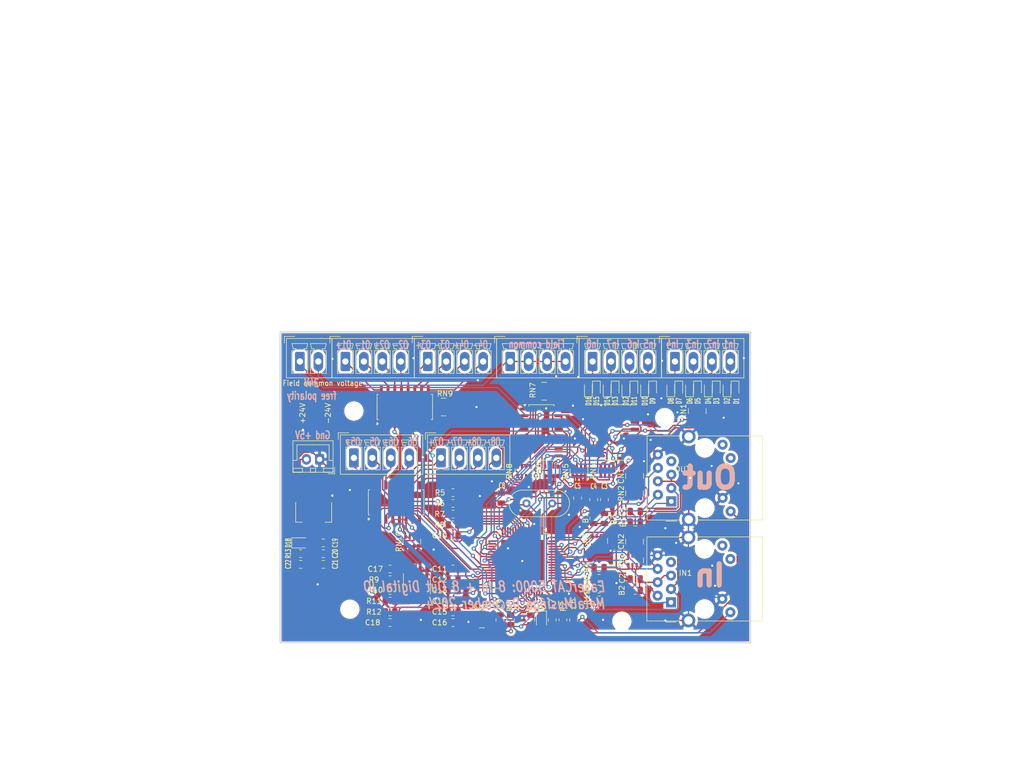
<source format=kicad_pcb>
(kicad_pcb (version 20240108) (generator "pcbnew") (generator_version "8.0")
  (title_block (comment 4 "AISLER Project ID: DIRZJBAO"))
  (layers (0 "F.Cu" signal) (31 "B.Cu" signal) (34 "B.Paste" user) (35 "F.Paste" user) (36 "B.SilkS" user "B.Silkscreen") (37 "F.SilkS" user "F.Silkscreen") (38 "B.Mask" user) (39 "F.Mask" user) (44 "Edge.Cuts" user))
  (net 0 "")
  (net 1 "+1V2")
  (net 2 "VDD12TX1")
  (net 3 "+3.3V")
  (net 4 "+3.3VA")
  (net 5 "GND")
  (net 6 "Net-(D1-K)")
  (net 7 "Net-(D1-A)")
  (net 8 "FXLOSA")
  (net 9 "FXLOSB")
  (net 10 "FXLOSEN")
  (net 11 "IN0")
  (net 12 "OUT9")
  (net 13 "OUT11")
  (net 14 "OUT10")
  (net 15 "OUT12")
  (net 16 "OUT13")
  (net 17 "I2C_SDA")
  (net 18 "I2C_SCL")
  (net 19 "OUT15")
  (net 20 "TXPA")
  (net 21 "TXNA")
  (net 22 "RXPA")
  (net 23 "RXNA")
  (net 24 "TXPB")
  (net 25 "TXNB")
  (net 26 "RXPB")
  (net 27 "RXNB")
  (net 28 "Net-(IN1-Pad9)")
  (net 29 "Net-(IN1-RCT)")
  (net 33 "OUT14")
  (net 34 "LINKACTLED0")
  (net 35 "Net-(D10-K)")
  (net 36 "Net-(D10-A)")
  (net 37 "Net-(D17-K)")
  (net 38 "Net-(D17-A)")
  (net 39 "-24V_FIELD")
  (net 40 "+24V_FIELD")
  (net 41 "IN3")
  (net 42 "IN2")
  (net 43 "IN4")
  (net 44 "IN1")
  (net 45 "IN7")
  (net 46 "LINKACTLED1")
  (net 47 "IN5")
  (net 48 "IN6")
  (net 49 "Net-(J7-Pin_4)")
  (net 50 "Net-(J7-Pin_1)")
  (net 51 "Net-(J7-Pin_2)")
  (net 52 "Net-(J7-Pin_3)")
  (net 53 "OUT8")
  (net 54 "Net-(J5-Pin_2)")
  (net 55 "Net-(J5-Pin_4)")
  (net 56 "Net-(J5-Pin_1)")
  (net 57 "Net-(J5-Pin_3)")
  (net 58 "Net-(U4-SDA)")
  (net 59 "Net-(U4-SCL)")
  (net 60 "Net-(RN1-R4.1)")
  (net 61 "Net-(RN1-R2.1)")
  (net 62 "Net-(RN7-R4.1)")
  (net 63 "Net-(RN7-R2.1)")
  (net 64 "Net-(RN7-R3.1)")
  (net 65 "Net-(RN7-R1.1)")
  (net 66 "Net-(RN8-R4.1)")
  (net 67 "Net-(RN8-R3.1)")
  (net 68 "Net-(RN8-R2.1)")
  (net 69 "Net-(RN8-R1.1)")
  (net 70 "Net-(RN9-R1.1)")
  (net 71 "Net-(RN9-R2.1)")
  (net 72 "Net-(RN9-R4.1)")
  (net 73 "Net-(RN9-R3.1)")
  (net 74 "Net-(RN10-R3.1)")
  (net 75 "Net-(RN10-R2.1)")
  (net 76 "Net-(RN10-R4.1)")
  (net 77 "Net-(RN10-R1.1)")
  (net 78 "Net-(OUT1-RCT)")
  (net 79 "Net-(OUT1-Pad9)")
  (net 83 "Net-(U3-~{RST})")
  (net 84 "Net-(U3-OSCO)")
  (net 85 "Net-(U3-OSCI)")
  (net 86 "Net-(D3-A)")
  (net 87 "Net-(D3-K)")
  (net 88 "Net-(D5-K)")
  (net 89 "Net-(D5-A)")
  (net 90 "Net-(J4-Pin_3)")
  (net 91 "Net-(J4-Pin_4)")
  (net 92 "Net-(J4-Pin_1)")
  (net 93 "Net-(J4-Pin_2)")
  (net 94 "Net-(D7-K)")
  (net 95 "Net-(D7-A)")
  (net 96 "Net-(D11-A)")
  (net 97 "Net-(D11-K)")
  (net 98 "Net-(D13-K)")
  (net 99 "Net-(D13-A)")
  (net 100 "Net-(D15-A)")
  (net 101 "Net-(D15-K)")
  (net 102 "Net-(U3-RBIAS)")
  (net 103 "Net-(RN1-R3.1)")
  (net 104 "Net-(RN1-R1.1)")
  (net 105 "Net-(RN4-R4.1)")
  (net 106 "Net-(RN4-R1.1)")
  (net 107 "Net-(RN4-R2.1)")
  (net 108 "Net-(RN4-R3.1)")
  (net 120 "+5V")
  (net 121 "Net-(D18-A)")
  (net 122 "Net-(J6-Pin_3)")
  (net 123 "Net-(J6-Pin_2)")
  (net 124 "Net-(J6-Pin_4)")
  (net 125 "Net-(J6-Pin_1)")
  (footprint "Package_SO:SOIC-16_4.55x10.3mm_P1.27mm" (layer "F.Cu") (at 164.465 94.794 90)
    (property "Reference" "U6" (hide yes))
    (property "Value" "TLP292-4")
  )
  (footprint "LED_SMD:LED_0603_1608Metric" (layer "F.Cu") (at 202.4394 73.279 -90)
    (property "Reference" "D15")
    (property "Value" "Red led")
  )
  (footprint "LED_SMD:LED_0603_1608Metric" (layer "F.Cu") (at 223.647 73.279 90)
    (property "Reference" "D4")
    (property "Value" "Yellow led")
  )
  (footprint "Package_SO:SOIC-8_3.9x4.9mm_P1.27mm" (layer "F.Cu") (at 168.402 110.236 -90)
    (property "Reference" "U4" (hide yes))
    (property "Value" "AT24CS32-SSHM")
  )
  (footprint "Resistor_SMD:R_0805_2012Metric" (layer "F.Cu") (at 146.37 104.5203)
    (property "Reference" "R13")
    (property "Value" "2k")
  )
  (footprint "Resistor_SMD:R_0805_2012Metric" (layer "F.Cu") (at 163.322 113.538)
    (property "Reference" "R11")
    (property "Value" "2k")
  )
  (footprint "Package_SO:SOIC-16_4.55x10.3mm_P1.27mm" (layer "F.Cu") (at 192.024 81.534)
    (property "Reference" "U2" (hide yes))
    (property "Value" "TLP292-4")
  )
  (footprint "Resistor_SMD:R_0805_2012Metric" (layer "F.Cu") (at 196.088 117.094 -90)
    (property "Reference" "R2")
    (property "Value" "1k")
  )
  (footprint "Capacitor_SMD:C_0805_2012Metric" (layer "F.Cu") (at 198.882 93.98 -90)
    (property "Reference" "C5")
    (property "Value" "20pF")
  )
  (footprint "Connector_Phoenix_MC:PhoenixContact_MCV_1,5_4-G-3.5_1x04_P3.50mm_Vertical" (layer "F.Cu") (at 154.854 68.072)
    (property "Reference" "J7" (hide yes))
    (property "Value" "Output1-2")
  )
  (footprint "Connector_Phoenix_MC:PhoenixContact_MCV_1,5_2-G-3.5_1x02_P3.50mm_Vertical" (layer "F.Cu") (at 146.2225 68.072)
    (property "Reference" "J9" (hide yes))
    (property "Value" "24V Field")
  )
  (footprint "LED_SMD:LED_0603_1608Metric" (layer "F.Cu") (at 204.4714 73.279 90)
    (property "Reference" "D14")
    (property "Value" "Yellow led")
  )
  (footprint "LED_SMD:LED_0603_1608Metric" (layer "F.Cu") (at 213.1074 73.279 -90)
    (property "Reference" "D9")
    (property "Value" "Red led")
  )
  (footprint "Capacitor_SMD:C_0805_2012Metric" (layer "F.Cu") (at 201.93 97.856 90)
    (property "Reference" "B7")
    (property "Value" "BLM18EG221S")
  )
  (footprint "Package_QFP:TQFP-64-1EP_10x10mm_P0.5mm_EP8x8mm" (layer "F.Cu") (at 188.392 105.918 -90)
    (property "Reference" "U3" (hide yes))
    (property "Value" "LAN9252_PT")
  )
  (footprint "Resistor_SMD:R_0805_2012Metric" (layer "F.Cu") (at 163.322 109.474)
    (property "Reference" "R9")
    (property "Value" "22")
  )
  (footprint "LED_SMD:LED_0805_2012Metric" (layer "F.Cu") (at 192.024 117.094 -90)
    (property "Reference" "D17")
    (property "Value" "Green led")
  )
  (footprint "Capacitor_SMD:C_0805_2012Metric" (layer "F.Cu") (at 175.26 111.506 180)
    (property "Reference" "C13")
    (property "Value" "0.1uF")
  )
  (footprint "Resistor_SMD:R_0805_2012Metric" (layer "F.Cu") (at 175.26 99.06)
    (property "Reference" "R8")
    (property "Value" "10k")
  )
  (footprint "Capacitor_SMD:C_0805_2012Metric" (layer "F.Cu") (at 175.26 117.602 180)
    (property "Reference" "C16")
    (property "Value" "0.1uF")
  )
  (footprint "Capacitor_SMD:C_0805_2012Metric" (layer "F.Cu") (at 198.12 117.094 -90)
    (property "Reference" "C6")
    (property "Value" "0.1uF")
  )
  (footprint "Resistor_SMD:R_Array_Convex_4x0603" (layer "F.Cu") (at 202.876 102.108 -90)
    (property "Reference" "CN3")
    (property "Value" "0.1uF")
  )
  (footprint "Resistor_SMD:R_0805_2012Metric" (layer "F.Cu") (at 186.182 117.094 -90)
    (property "Reference" "R4")
    (property "Value" "1k")
  )
  (footprint "LED_SMD:LED_0603_1608Metric" (layer "F.Cu") (at 228.727 73.279 -90)
    (property "Reference" "D1")
    (property "Value" "Red led")
  )
  (footprint "Connector_Phoenix_MC:PhoenixContact_MCV_1,5_4-G-3.5_1x04_P3.50mm_Vertical" (layer "F.Cu") (at 172.974 86.36)
    (property "Reference" "J4" (hide yes))
    (property "Value" "Output7-8")
  )
  (footprint "Capacitor_SMD:C_0805_2012Metric" (layer "F.Cu") (at 201.93 94.3 90)
    (property "Reference" "C4")
    (property "Value" "0.1uF")
  )
  (footprint "Resistor_SMD:R_Array_Convex_4x0603" (layer "F.Cu") (at 209.677 102.235 90)
    (property "Reference" "CN2")
    (property "Value" "10pF")
  )
  (footprint "Connector_JST:JST_XH_B2B-XH-A_1x02_P2.50mm_Vertical" (layer "F.Cu") (at 149.967 86.6303 180)
    (property "Reference" "J8" (hide yes))
    (property "Value" "Conn_01x02_Pin")
  )
  (footprint "Resistor_SMD:R_Array_Convex_4x0603" (layer "F.Cu") (at 209.677 105.791 90)
    (property "Reference" "RN3")
    (property "Value" "49.9 (51)")
  )
  (footprint "Crystal:Crystal_HC49-4H_Vertical" (layer "F.Cu") (at 189.176 94.996)
    (property "Reference" "Y1" (hide yes))
    (property "Value" "25MHz")
  )
  (footprint "Capacitor_SMD:C_0805_2012Metric" (layer "F.Cu") (at 209.804 96.52)
    (property "Reference" "C1")
    (property "Value" "0.1uF")
  )
  (footprint "Capacitor_SMD:C_0805_2012Metric" (layer "F.Cu") (at 175.26 109.474 180)
    (property "Reference" "C12")
    (property "Value" "0.1uF")
  )
  (footprint "Capacitor_SMD:C_0805_2012Metric" (layer "F.Cu") (at 146.37 106.5523)
    (property "Reference" "C22")
    (property "Value" "0.1uF")
  )
  (footprint "Resistor_SMD:R_Array_Convex_4x0603" (layer "F.Cu") (at 192.543 73.717)
    (property "Reference" "RN7")
    (property "Value" "4k7")
  )
  (footprint "Capacitor_SMD:C_0805_2012Metric" (layer "F.Cu") (at 175.26 113.538 180)
    (property "Reference" "C14")
    (property "Value" "1uF")
  )
  (footprint "Connector_Phoenix_MC:PhoenixContact_MCV_1,5_4-G-3.5_1x04_P3.50mm_Vertical" (layer "F.Cu") (at 201.717 68.072)
    (property "Reference" "J2" (hide yes))
    (property "Value" "In1-4")
  )
  (footprint "LED_SMD:LED_0603_1608Metric" (layer "F.Cu") (at 216.535 73.279 90)
    (property "Reference" "D8")
    (property "Value" "Yellow led")
  )
  (footprint "HakansLibrary:PulseJack JB0011D01BNL" (layer "F.Cu") (at 216.5858 113.7666 -90)
    (property "Reference" "IN1")
    (property "Value" "J0011D01BNL")
  )
  (footprint "Connector_Phoenix_MC:PhoenixContact_MCV_1,5_4-G-3.5_1x04_P3.50mm_Vertical" (layer "F.Cu") (at 217.338 68.072)
    (property "Reference" "J1" (hide yes))
    (property "Value" "In5-8")
  )
  (footprint "Capacitor_SMD:C_0805_2012Metric" (layer "F.Cu") (at 184.404 93.98 -90)
    (property "Reference" "C8")
    (property "Value" "20pF")
  )
  (footprint "LED_SMD:LED_0603_1608Metric" (layer "F.Cu") (at 218.059 73.279 -90)
    (property "Reference" "D7")
    (property "Value" "Red led")
  )
  (footprint "Resistor_SMD:R_0805_2012Metric" (layer "F.Cu") (at 175.26 94.996 180)
    (property "Reference" "R6")
    (property "Value" "10k")
  )
  (footprint "Capacitor_SMD:C_0805_2012Metric" (layer "F.Cu") (at 202.946 109.22 180)
    (property "Reference" "B5")
    (property "Value" "BLM18EG221S")
  )
  (footprint "Resistor_SMD:R_0805_2012Metric" (layer "F.Cu") (at 163.322 115.57)
    (property "Reference" "R12")
    (property "Value" "22")
  )
  (footprint "Capacitor_SMD:C_0805_2012Metric" (layer "F.Cu") (at 175.26 101.092)
    (property "Reference" "C10")
    (property "Value" "0.1uF")
  )
  (footprint "Capacitor_SMD:C_0805_2012Metric" (layer "F.Cu") (at 202.946 107.188 180)
    (property "Reference" "B4")
    (property "Value" "BLM18EG221S")
  )
  (footprint "MountingHole:MountingHole_3.2mm_M3_ISO14580" (layer "F.Cu") (at 155.702 115.062)
    (property "Reference" "H4")
    (property "Value" "MountingHole")
  )
  (footprint "Resistor_SMD:R_Array_Convex_4x0603" (layer "F.Cu") (at 180.732 116.916)
    (property "Reference" "CN4")
    (property "Value" "0.1uF")
  )
  (footprint "Capacitor_SMD:C_0805_2012Metric" (layer "F.Cu") (at 175.26 115.57 180)
    (property "Reference" "C15")
    (property "Value" "470pF")
  )
  (footprint "LED_SMD:LED_0603_1608Metric" (layer "F.Cu") (at 200.9154 73.279 90)
    (property "Reference" "D16")
    (property "Value" "Yellow led")
  )
  (footprint "Resistor_SMD:R_Array_Convex_4x0603" (layer "F.Cu") (at 209.677 89.789 90)
    (property "Reference" "CN1")
    (property "Value" "10pF")
  )
  (footprint "Capacitor_SMD:C_0805_2012Metric" (layer "F.Cu") (at 194.056 117.094 -90)
    (property "Reference" "C7")
    (property "Value" "0.1uF")
  )
  (footprint "Capacitor_SMD:C_0805_2012Metric" (layer "F.Cu") (at 209.804 98.552)
    (property "Reference" "B1")
    (property "Value" "BLM18EG221S")
  )
  (footprint "Resistor_SMD:R_0805_2012Metric" (layer "F.Cu") (at 202.946 113.284 180)
    (property "Reference" "R1")
    (property "Value" "12.1k")
  )
  (footprint "Capacitor_SMD:C_0805_2012Metric" (layer "F.Cu") (at 203.962 94.3 90)
    (property "Reference" "C3")
    (property "Value" "0.1uF")
  )
  (footprint "Capacitor_SMD:C_0805_2012Metric" (layer "F.Cu") (at 203.962 97.856 90)
    (property "Reference" "B3")
    (property "Value" "BLM18EG221S")
  )
  (footprint "Resistor_SMD:R_Array_Convex_4x0603" (layer "F.Cu") (at 204.47 88.9 90)
    (property "Reference" "RN4")
    (property "Value" "1k")
  )
  (footprint "Capacitor_SMD:C_0805_2012Metric" (layer "F.Cu") (at 163.322 107.442 180)
    (property "Reference" "C17")
    (property "Value" "0.1uF")
  )
  (footprint "Resistor_SMD:R_Array_Convex_4x0603" (layer "F.Cu") (at 188.722 88.9 90)
    (property "Reference" "RN8")
    (property "Value" "1k")
  )
  (footprint "Package_SO:SOIC-16_4.55x10.3mm_P1.27mm" (layer "F.Cu") (at 206.502 81.534)
    (property "Reference" "U1" (hide yes))
    (property "Value" "TLP292-4")
  )
  (footprint "Connector_Phoenix_MC:PhoenixContact_MCV_1,5_4-G-3.5_1x04_P3.50mm_Vertical" (layer "F.Cu") (at 170.475 68.072)
    (property "Reference" "J5" (hide yes))
    (property "Value" "Output3-4")
  )
  (footprint "Resistor_SMD:R_0805_2012Metric" (layer "F.Cu") (at 175.26 97.028 180)
    (property "Reference" "R7")
    (property "Value" "10k")
  )
  (footprint "LED_SMD:LED_0603_1608Metric" (layer "F.Cu") (at 221.615 73.279 -90)
    (property "Reference" "D5")
    (property "Value" "Red led")
  )
  (footprint "MountingHole:MountingHole_3.2mm_M3_ISO14580" (layer "F.Cu") (at 207.264 117.348)
    (property "Reference" "H2")
    (property "Value" "MountingHole")
  )
  (footprint "Resistor_SMD:R_0805_2012Metric" (layer "F.Cu") (at 163.322 111.506)
    (property "Reference" "R10")
    (property "Value" "2k")
  )
  (footprint "Package_TO_SOT_SMD:SOT-223-3_TabPin2" (layer "F.Cu") (at 148.844 96.6463 -90)
    (property "Reference" "U7" (hide yes))
    (property "Value" "AMS1117-3.3")
  )
  (footprint "Capacitor_SMD:C_0805_2012Metric" (layer "F.Cu") (at 150.688 106.5523)
    (property "Reference" "C21")
    (property "Value" "10uF")
  )
  (footprint "LED_SMD:LED_0603_1608Metric" (layer "F.Cu") (at 208.0274 73.279 90)
    (property "Reference" "D12")
    (property "Value" "Yellow led")
  )
  (footprint "Capacitor_SMD:C_0805_2012Metric" (layer "F.Cu") (at 209.804 111.506)
    (property "Reference" "B2")
    (property "Value" "BLM18EG221S")
  )
  (footprint "MountingHole:MountingHole_3.2mm_M3_ISO14580" (layer "F.Cu") (at 156.464 77.47)
    (property "Reference" "H3")
    (property "Value" "MountingHole")
  )
  (footprint "Capacitor_SMD:C_0805_2012Metric" (layer "F.Cu") (at 150.688 104.5203)
    (property "Reference" "C20")
    (property "Value" "0.1uF")
  )
  (footprint "Resistor_SMD:R_Array_Convex_4x0603" (layer "F.Cu") (at 199.136 88.9 -90)
    (property "Reference" "RN5")
    (property "Value" "39k")
  )
  (footprint "Connector_Phoenix_MC:PhoenixContact_MCV_1,5_4-G-3.5_1x04_P3.50mm_Vertical" (layer "F.Cu") (at 156.464 86.36)
    (property "Reference" "J6" (hide yes))
    (property "Value" "Output5-6")
  )
  (footprint "Capacitor_SMD:C_0805_2012Metric" (layer "F.Cu") (at 184.15 117.094 90)
    (property "Reference" "C9")
    (property "Value" "0.1uF")
  )
  (footprint "LED_SMD:LED_0603_1608Metric" (layer "F.Cu") (at 209.5514 73.279 -90)
    (property "Reference" "D11")
    (property "Value" "Red led")
  )
  (footprint "Connector_Phoenix_MC:PhoenixContact_MCV_1,5_4-G-3.5_1x04_P3.50mm_Vertical" (layer "F.Cu") (at 186.096 68.072)
    (property "Reference" "J3" (hide yes))
    (property "Value" "24V_Common")
  )
  (footprint "Resistor_SMD:R_Array_Convex_4x0603" (layer "F.Cu") (at 209.677 93.091 90)
    (property "Reference" "RN2")
    (property "Value" "49.9 (51)")
  )
  (footprint "LED_SMD:LED_0603_1608Metric" (layer "F.Cu") (at 227.203 73.279 90)
    (property "Reference" "D2")
    (property "Value" "Yellow led")
  )
  (footprint "HakansLibrary:PulseJack JB0011D01BNL" (layer "F.Cu") (at 216.642 94.615 -90)
    (property "Reference" "OUT1")
    (property "Value" "J0011D01BNL")
  )
  (footprint "LED_SMD:LED_0603_1608Metric" (layer "F.Cu") (at 220.091 73.279 90)
    (property "Reference" "D6")
    (property "Value" "Yellow led")
  )
  (footprint "LED_SMD:LED_0805_2012Metric" (layer "F.Cu") (at 146.37 102.4883)
    (property "Reference" "D18")
    (property "Value" "Blue")
  )
  (footprint "Package_SO:SOIC-16_4.55x10.3mm_P1.27mm" (layer "F.Cu") (at 166.116 76.708 90)
    (property "Reference" "U5" (hide yes))
    (property "Value" "TLP292-4")
  )
  (footprint "Resistor_SMD:R_0805_2012Metric" (layer "F.Cu") (at 189.992 117.094 90)
    (property "Reference" "R3")
    (property "Value" "1k")
  )
  (footprint "LED_SMD:LED_0603_1608Metric" (layer "F.Cu") (at 211.5834 73.279 90)
    (property "Reference" "D10")
    (property "Value" "Yellow led")
  )
  (footprint "Capacitor_SMD:C_0805_2012Metric" (layer "F.Cu") (at 209.785 109.336)
    (property "Reference" "C2")
    (property "Value" "0.1uF")
  )
  (footprint "Resistor_SMD:R_Array_Convex_4x0603" (layer "F.Cu") (at 167.456 102.224 -90)
    (property "Reference" "RN10")
    (property "Value" "330")
  )
  (footprint "Capacitor_SMD:C_0805_2012Metric" (layer "F.Cu") (at 202.946 111.252 180)
    (property "Reference" "B6")
    (property "Value" "BLM18EG221S")
  )
  (footprint "LED_SMD:LED_0603_1608Metric" (layer "F.Cu") (at 205.9954 73.279 -90)
    (property "Reference" "D13")
    (property "Value" "Red led")
  )
  (footprint "Resistor_SMD:R_0805_2012Metric" (layer "F.Cu") (at 175.26 92.964 180)
    (property "Reference" "R5")
    (property "Value" "10k")
  )
  (footprint "Resistor_SMD:R_Array_Convex_4x0603" (layer "F.Cu") (at 221.558 77.459 90)
    (property "Reference" "RN1")
    (property "Value" "4k7")
  )
  (footprint "Capacitor_SMD:C_0805_2012Metric" (layer "F.Cu") (at 163.322 117.602 180)
    (property "Reference" "C18")
    (property "Value" "0.1uF")
  )
  (footprint "LED_SMD:LED_0603_1608Metric" (layer "F.Cu") (at 225.171 73.279 -90)
    (property "Reference" "D3")
    (property "Value" "Red led")
  )
  (footprint "Capacitor_SMD:C_0805_2012Metric" (layer "F.Cu") (at 175.26 107.442 180)
    (property "Reference" "C11")
    (property "Value" "0.1uF")
  )
  (footprint "Resistor_SMD:R_Array_Convex_4x0603" (layer "F.Cu") (at 193.91 88.9 -90)
    (property "Reference" "RN6")
    (property "Value" "39k")
  )
  (footprint "Capacitor_SMD:C_0805_2012Metric" (layer "F.Cu") (at 150.688 102.4883)
    (property "Reference" "C19")
    (property "Value" "10uF")
  )
  (footprint "Resistor_SMD:R_Array_Convex_4x0603" (layer "F.Cu") (at 173.482 76.708)
    (property "Reference" "RN9")
    (property "Value" "330")
  )
  (footprint "MountingHole:MountingHole_3.2mm_M3_ISO14580" (layer "F.Cu") (at 215.392 78.74)
    (property "Reference" "H1")
    (property "Value" "MountingHole")
  )
  (gr_rect (start 142.494 62.484) (end 231.648 121.412) (stroke (width 0.2)) (fill none) (layer "Edge.Cuts"))
  (gr_text "24V\nfree polarity" (at 148.463 75.438 0) (layer "B.SilkS") (effects (font (size 1.5 1) (thickness 0.25) (bold yes)) (justify bottom mirror)))
  (gr_text "EaserCAT 5000: 8 In + 8 Out Digital IO\nMetalMusings December 2024" (at 204.343 115.189 0) (layer "B.SilkS") (effects (font (size 2 1.5) (thickness 0.3) (bold yes) (italic yes)) (justify left bottom mirror)))
  (gr_text "Gnd +5V" (at 152.146 82.931 0) (layer "B.SilkS") (effects (font (size 1.5 1) (thickness 0.25) (bold yes)) (justify left bottom mirror)))
  (gr_text "O4- O4+ O3- O3+  O2- O2+ O1- O1+" (at 181.991 65.786 0) (layer "B.SilkS") (effects (font (size 1.5 0.9) (thickness 0.225) (bold yes)) (justify left bottom mirror)))
  (gr_text "Field common" (at 196.596 65.659 0) (layer "B.SilkS") (effects (font (size 1.5 1) (thickness 0.25) (bold yes)) (justify left bottom mirror)))
  (gr_text "In" (at 227.33 110.998 0) (layer "B.SilkS") (effects (font (size 4 4) (thickness 1) (bold yes)) (justify left bottom mirror)))
  (gr_text "In5 In6  In7  In8" (at 213.868 65.659 0) (layer "B.SilkS") (effects (font (size 1.5 1) (thickness 0.25) (bold yes)) (justify left bottom mirror)))
  (gr_text "O8- O8+ O7- O7+   O6- O6+ O5- O5+" (at 184.404 84.201 0) (layer "B.SilkS") (effects (font (size 1.5 0.9) (thickness 0.225) (bold yes)) (justify left bottom mirror)))
  (gr_text "In1 In2  In3  In4" (at 228.981 65.659 0) (layer "B.SilkS") (effects (font (size 1.5 1) (thickness 0.25) (bold yes)) (justify left bottom mirror)))
  (gr_text "Out" (at 229.616 92.456 0) (layer "B.SilkS") (effects (font (size 4 4) (thickness 1) (bold yes)) (justify left bottom mirror)))
  (gr_text "+24V\n\n\n-24V" (at 152.146 80.01 90) (layer "F.SilkS") (effects (font (size 1 1)) (justify left bottom)))
  (gr_text "Field common voltage" (at 142.875 72.771 0) (layer "F.SilkS") (effects (font (size 1 0.9)) (justify left bottom)))
  (segment (start 181.0418 114.8701) (end 180.5587 115.3526) (width 0.25) (layer "F.Cu") (net 1))
  (segment (start 187.142 111.618) (end 187.142 112.493) (width 0.25) (layer "F.Cu") (net 1))
  (segment (start 203.962 98.806) (end 201.93 98.806) (width 0.25) (layer "F.Cu") (net 1))
  (segment (start 201.205 98.806) (end 199.4953 97.0963) (width 0.25) (layer "F.Cu") (net 1))
  (segment (start 179.832 117.316) (end 180.5587 117.316) (width 0.25) (layer "F.Cu") (net 1))
  (segment (start 181.4165 105.668) (end 181.242 105.8425) (width 0.25) (layer "F.Cu") (net 1))
  (segment (start 180.5587 115.3526) (end 180.5587 115.716) (width 0.25) (layer "F.Cu") (net 1))
  (segment (start 199.932 94.4349) (end 199.4148 93.9177) (width 0.25) (layer "F.Cu") (net 1))
  (segment (start 183.134 113.157) (end 182.577 113.157) (width 0.25) (layer "F.Cu") (net 1))
  (segment (start 182.577 113.157) (end 181.0418 114.6922) (width 0.25) (layer "F.Cu") (net 1))
  (segment (start 180.1954 116.516) (end 180.5587 116.516) (width 0.25) (layer "F.Cu") (net 1))
  (segment (start 179.832 115.716) (end 176.356 115.716) (width 0.25) (layer "F.Cu") (net 1))
  (segment (start 201.93 98.806) (end 201.205 98.806) (width 0.25) (layer "F.Cu") (net 1))
  (segment (start 192.046575 93.9177) (end 191.710129 94.254146) (width 0.25) (layer "F.Cu") (net 1))
  (segment (start 176.356 115.716) (end 176.21 115.57) (width 0.25) (layer "F.Cu") (net 1))
  (segment (start 180.1954 115.716) (end 180.5587 115.716) (width 0.25) (layer "F.Cu") (net 1))
  (segment (start 180.1954 116.516) (end 180.1954 115.716) (width 0.25) (layer "F.Cu") (net 1))
  (segment (start 180.5587 117.316) (end 180.5587 116.516) (width 0.25) (layer "F.Cu") (net 1))
  (segment (start 179.832 115.716) (end 180.1954 115.716) (width 0.25) (layer "F.Cu") (net 1))
  (segment (start 187.142 112.493) (end 186.478 113.157) (width 0.25) (layer "F.Cu") (net 1))
  (segment (start 181.0418 114.6922) (end 181.0418 114.8701) (width 0.25) (layer "F.Cu") (net 1))
  (segment (start 179.832 116.516) (end 180.1954 116.516) (width 0.25) (layer "F.Cu") (net 1))
  (segment (start 189.371 98.6546) (end 189.642 98.9258) (width 0.25) (layer "F.Cu") (net 1))
  (segment (start 179.832 118.116) (end 179.832 117.316) (width 0.25) (layer "F.Cu") (net 1))
  (segment (start 199.4148 93.9177) (end 192.046575 93.9177) (width 0.25) (layer "F.Cu") (net 1))
  (segment (start 176.21 115.57) (end 176.21 113.538) (width 0.25) (layer "F.Cu") (net 1))
  (segment (start 199.932 95.7267) (end 199.932 94.4349) (width 0.25) (layer "F.Cu") (net 1))
  (segment (start 182.692 105.668) (end 181.4165 105.668) (width 0.25) (layer "F.Cu") (net 1))
  (segment (start 199.4953 96.1634) (end 199.932 95.7267) (width 0.25) (layer "F.Cu") (net 1))
  (segment (start 186.478 113.157) (end 183.134 113.157) (width 0.25) (layer "F.Cu") (net 1))
  (segment (start 189.642 98.9258) (end 189.642 100.218) (width 0.25) (layer "F.Cu") (net 1))
  (segment (start 199.4953 97.0963) (end 199.4953 96.1634) (width 0.25) (layer "F.Cu") (net 1))
  (via (at 181.242 105.8425) (size 0.8) (drill 0.4) (layers "F.Cu" "B.Cu") (net 1))
  (via (at 191.710129 94.254146) (size 0.8) (drill 0.4) (layers "F.Cu" "B.Cu") (net 1))
  (via (at 189.371 98.6546) (size 0.8) (drill 0.4) (layers "F.Cu" "B.Cu") (net 1))
  (via (at 183.134 113.157) (size 0.8) (drill 0.4) (layers "F.Cu" "B.Cu") (net 1))
  (segment (start 189.23 98.5136) (end 189.23 97.536) (width 0.25) (layer "B.Cu") (net 1))
  (segment (start 189.23 97.536) (end 191.710129 95.055871) (width 0.25) (layer "B.Cu") (net 1))
  (segment (start 181.61 105.534) (end 181.61 104.775) (width 0.25) (layer "B.Cu") (net 1))
  (segment (start 181.61 104.775) (end 187.7304 98.6546) (width 0.25) (layer "B.Cu") (net 1))
  (segment (start 182.626 107.315) (end 182.051 106.74) (width 0.25) (layer "B.Cu") (net 1))
  (segment (start 187.7304 98.6546) (end 189.371 98.6546) (width 0.25) (layer "B.Cu") (net 1))
  (segment (start 183.134 113.157) (end 182.626 112.649) (width 0.25) (layer "B.Cu") (net 1))
  (segment (start 182.051 105.975) (end 181.9185 105.8425) (width 0.25) (layer "B.Cu") (net 1))
  (segment (start 182.051 106.74) (end 182.051 105.975) (width 0.25) (layer "B.Cu") (net 1))
  (segment (start 181.9185 105.8425) (end 181.242 105.8425) (width 0.25) (layer "B.Cu") (net 1))
  (segment (start 182.051 105.975) (end 181.61 105.534) (width 0.25) (layer "B.Cu") (net 1))
  (segment (start 191.710129 95.055871) (end 191.710129 94.254146) (width 0.25) (layer "B.Cu") (net 1))
  (segment (start 189.371 98.6546) (end 189.23 98.5136) (width 0.25) (layer "B.Cu") (net 1))
  (segment (start 182.626 112.649) (end 182.626 107.315) (width 0.25) (layer "B.Cu") (net 1))
  (segment (start 194.092 104.668) (end 196.957 104.668) (width 0.25) (layer "F.Cu") (net 2))
  (segment (start 201.93 96.906) (end 201.93 96.4643) (width 0.25) (layer "F.Cu") (net 2))
  (segment (start 201.93 96.4643) (end 201.93 96.078) (width 0.25) (layer "F.Cu") (net 2))
  (segment (start 193.173 104.668) (end 194.092 104.668) (width 0.25) (layer "F.Cu") (net 2))
  (segment (start 193.168 106.168) (end 193.017 106.017) (width 0.25) (layer "F.Cu") (net 2))
  (segment (start 201.93 96.078) (end 203.962 96.078) (width 0.25) (layer "F.Cu") (net 2))
  (segment (start 193.017 104.824) (end 193.173 104.668) (width 0.25) (layer "F.Cu") (net 2))
  (segment (start 203.962 96.906) (end 203.962 96.078) (width 0.25) (layer "F.Cu") (net 2))
  (segment (start 203.962 96.078) (end 203.962 95.25) (width 0.25) (layer "F.Cu") (net 2))
  (segment (start 201.93 96.4643) (end 200.222 96.4643) (width 0.25) (layer "F.Cu") (net 2))
  (segment (start 194.092 106.168) (end 193.168 106.168) (width 0.25) (layer "F.Cu") (net 2))
  (segment (start 193.017 106.017) (end 193.017 104.824) (width 0.25) (layer "F.Cu") (net 2))
  (segment (start 201.93 96.078) (end 201.93 95.25) (width 0.25) (layer "F.Cu") (net 2))
  (segment (start 196.957 104.668) (end 197.485 104.14) (width 0.25) (layer "F.Cu") (net 2))
  (via (at 197.485 104.14) (size 0.8) (drill 0.4) (layers "F.Cu" "B.Cu") (net 2))
  (via (at 200.222 96.4643) (size 0.8) (drill 0.4) (layers "F.Cu" "B.Cu") (net 2))
  (segment (start 197.2085 99.4778) (end 197.2085 103.8635) (width 0.25) (layer "B.Cu") (net 2))
  (segment (start 197.2085 103.8635) (end 197.485 104.14) (width 0.25) (layer "B.Cu") (net 2))
  (segment (start 200.222 96.4643) (end 197.2085 99.4778) (width 0.25) (layer "B.Cu") (net 2))
  (segment (start 195.274 82.169) (end 195.49 82.169) (width 0.25) (layer "F.Cu") (net 3))
  (segment (start 195.49 82.169) (end 196.432 83.1106) (width 0.25) (layer "F.Cu") (net 3))
  (segment (start 195.274 82.169) (end 195.0889 82.169) (width 0.25) (layer "F.Cu") (net 3))
  (segment (start 209.9692 84.709) (end 210.894 83.7842) (width 0.25) (layer "F.Cu") (net 3))
  (segment (start 182.692 109.668) (end 183.7687 109.668) (width 0.25) (layer "F.Cu") (net 3))
  (segment (start 182.692 103.668) (end 181.615 103.668) (width 0.25) (layer "F.Cu") (net 3))
  (segment (start 209.277 93.991) (end 210.077 93.991) (width 0.25) (layer "F.Cu") (net 3))
  (segment (start 162.4095 113.538) (end 162.4095 113.9462) (width 0.25) (layer "F.Cu") (net 3))
  (segment (start 196.432 83.1106) (end 196.432 83.7476) (width 0.25) (layer "F.Cu") (net 3))
  (segment (start 175.379 112.337) (end 176.21 111.506) (width 0.25) (layer "F.Cu") (net 3))
  (segment (start 209.752 82.169) (end 209.9393 82.169) (width 0.25) (layer "F.Cu") (net 3))
  (segment (start 209.277 107.3208) (end 209.277 107.4177) (width 0.25) (layer "F.Cu") (net 3))
  (segment (start 185.6416 101.2947) (end 185.642 101.2943) (width 0.25) (layer "F.Cu") (net 3))
  (segment (start 191.642 112.643176) (end 191.642 111.618) (width 0.25) (layer "F.Cu") (net 3))
  (segment (start 175.6615 102.1636) (end 175.26 101.7621) (width 0.25) (layer "F.Cu") (net 3))
  (segment (start 191.9874 114.053975) (end 192.232659 113.808716) (width 0.25) (layer "F.Cu") (net 3))
  (segment (start 148.9878 99.7963) (end 150.5692 101.3777) (width 0.25) (layer "F.Cu") (net 3))
  (segment (start 209.277 106.691) (end 209.277 107.3208) (width 0.25) (layer "F.Cu") (net 3))
  (segment (start 196.432 83.7476) (end 195.769 84.4101) (width 0.25) (layer "F.Cu") (net 3))
  (segment (start 194.9943 82.169) (end 194.099 81.2737) (width 0.25) (layer "F.Cu") (net 3))
  (segment (start 192.617 110.543) (end 192.617 111.363016) (width 0.25) (layer "F.Cu") (net 3))
  (segment (start 184.5228 110.5413) (end 183.7687 109.7872) (width 0.25) (layer "F.Cu") (net 3))
  (segment (start 182.092 109.668) (end 181.602 110.158) (width 0.25) (layer "F.Cu") (net 3))
  (segment (start 206.1986 101.2074) (end 206.1986 107.188) (width 0.25) (layer "F.Cu") (net 3))
  (segment (start 208.477 106.691) (end 208.477 107.4177) (width 0.25) (layer "F.Cu") (net 3))
  (segment (start 195.909 77.724) (end 209.117 77.724) (width 0.25) (layer "F.Cu") (net 3))
  (segment (start 170.307 113.091908) (end 170.307 112.711) (width 0.25) (layer "F.Cu") (net 3))
  (segment (start 191.642 110.568) (end 191.667 110.543) (width 0.25) (layer "F.Cu") (net 3))
  (segment (start 195.274 79.629) (end 194.9941 79.629) (width 0.25) (layer "F.Cu") (net 3))
  (segment (start 196.548984 115.295) (end 198.12 115.295) (width 0.25) (layer "F.Cu") (net 3))
  (segment (start 194.099 81.2737) (end 194.099 80.5241) (width 0.25) (layer "F.Cu") (net 3))
  (segment (start 182.692 109.668) (end 182.092 109.668) (width 0.25) (layer "F.Cu") (net 3))
  (segment (start 208.477 94.7177) (end 208.0241 95.1706) (width 0.25) (layer "F.Cu") (net 3))
  (segment (start 210.077 106.691) (end 210.077 107.4177) (width 0.25) (layer "F.Cu") (net 3))
  (segment (start 194.099 80.5241) (end 194.9941 79.629) (width 0.25) (layer "F.Cu") (net 3))
  (segment (start 181.2894 101.4982) (end 177.3457 101.4982) (width 0.25) (layer "F.Cu") (net 3))
  (segment (start 209.9393 82.169) (end 210.8792 81.2291) (width 0.25) (layer "F.Cu") (net 3))
  (segment (start 192.35 114.438) (end 194.056 116.144) (width 0.25) (layer "F.Cu") (net 3))
  (segment (start 210.877 107.0543) (end 210.5136 107.4177) (width 0.25) (layer "F.Cu") (net 3))
  (segment (start 208.477 93.991) (end 208.477 94.7177) (width 0.25) (layer "F.Cu") (net 3))
  (segment (start 162.372 107.442) (end 163.25 108.32) (width 0.25) (layer "F.Cu") (net 3))
  (segment (start 210.894 83.1237) (end 209.9393 82.169) (width 0.25) (layer "F.Cu") (net 3))
  (segment (start 209.752 84.709) (end 209.9692 84.709) (width 0.25) (layer "F.Cu") (net 3))
  (segment (start 203.896 109.22) (end 203.896 107.188) (width 0.25) (layer "F.Cu") (net 3))
  (segment (start 210.8792 80.5332) (end 209.975 79.629) (width 0.25) (layer "F.Cu") (net 3))
  (segment (start 189.142 101.1813) (end 189.142 101.2932) (width 0.25) (layer "F.Cu") (net 3))
  (segment (start 191.778675 112.7127) (end 191.711524 112.7127) (width 0.25) (layer "F.Cu") (net 3))
  (segment (start 202.946 113.93) (end 202.946 112.202) (width 0.25) (layer "F.Cu") (net 3))
  (segment (start 161.0528 118.5143) (end 161.0528 115.3029) (width 0.25) (layer "F.Cu") (net 3))
  (segment (start 210.894 83.7842) (end 210.894 83.1237) (width 0.25) (layer "F.Cu") (net 3))
  (segment (start 208.0241 95.1706) (end 208.0241 97.7221) (width 0.25) (layer "F.Cu") (net 3))
  (segment (start 176.21 117.602) (end 175.379 116.771) (width 0.25) (layer "F.Cu") (net 3))
  (segment (start 201.581 115.295) (end 202.946 113.93) (width 0.25) (layer "F.Cu") (net 3))
  (segment (start 195.274 77.089) (end 195.909 77.724) (width 0.25) (layer "F.Cu") (net 3))
  (segment (start 186.224 119.253) (end 184.257 119.253) (width 0.25) (layer "F.Cu") (net 3))
  (segment (start 164.272 117.4258) (end 164.272 117.602) (width 0.25) (layer "F.Cu") (net 3))
  (segment (start 165.072 115.09) (end 165.481 114.681) (width 0.25) (layer "F.Cu") (net 3))
  (segment (start 162.4095 113.9462) (end 163.2831 114.8198) (width 0.25) (layer "F.Cu") (net 3))
  (segment (start 210.5136 107.4177) (end 210.077 107.4177) (width 0.25) (layer "F.Cu") (net 3))
  (segment (start 210.881 78.7228) (end 209.975 79.629) (width 0.25) (layer "F.Cu") (net 3))
  (segment (start 181.602 110.158) (end 181.602 110.223) (width 0.25) (layer "F.Cu") (net 3))
  (segment (start 188.4975 118.0065) (end 188.1655 118.3385) (width 0.25) (layer "F.Cu") (net 3))
  (segment (start 189.1435 101.2947) (end 190.142 101.2947) (width 0.25) (layer "F.Cu") (net 3))
  (segment (start 206.4819 107.4713) (end 208.4234 107.4713) (width 0.25) (layer "F.Cu") (net 3))
  (segment (start 192.232659 113.166684) (end 191.778675 112.7127) (width 0.25) (layer "F.Cu") (net 3))
  (segment (start 175.379 116.771) (end 175.379 112.337) (width 0.25) (layer "F.Cu") (net 3))
  (segment (start 183.5203 100.4009) (end 184.143 101.0236) (width 0.25) (layer "F.Cu") (net 3))
  (segment (start 208.854 98.552) (end 206.1986 101.2074) (width 0.25) (layer "F.Cu") (net 3))
  (segment (start 194.1399 77.9875) (end 195.0384 77.089) (width 0.25) (layer "F.Cu") (net 3))
  (segment (start 186.642 111.618) (end 186.642 110.5413) (width 0.25) (layer "F.Cu") (net 3))
  (segment (start 161.0528 115.3029) (end 162.4095 113.9462) (width 0.25) (layer "F.Cu") (net 3))
  (segment (start 191.642 111.618) (end 191.642 110.568) (width 0.25) (layer "F.Cu") (net 3))
  (segment (start 209.8691 110.3639) (end 209.8691 107.6256) (width 0.25) (layer "F.Cu") (net 3))
  (segment (start 184.15 119.146) (end 184.15 118.044) (width 0.25) (layer "F.Cu") (net 3))
  (segment (start 203.896 111.252) (end 203.896 109.22) (width 0.25) (layer "F.Cu") (net 3))
  (segment (start 210.881 78.0048) (end 210.881 78.7228) (width 0.25) (layer "F.Cu") (net 3))
  (segment (start 177.3457 101.4982) (end 176.6803 102.1636) (width 0.25) (layer "F.Cu") (net 3))
  (segment (start 190.958 86.2352) (end 190.958 89.7116) (width 0.25) (layer "F.Cu") (net 3))
  (segment (start 183.7687 109.7872) (end 183.7687 109.668) (width 0.25) (layer "F.Cu") (net 3))
  (segment (start 185.642 101.2943) (end 185.6424 101.2947) (width 0.25) (layer "F.Cu") (net 3))
  (segment (start 176.6803 102.1636) (end 175.6615 102.1636) (width 0.25) (layer "F.Cu") (net 3))
  (segment (start 177.294 110.422) (end 181.403 110.422) (width 0.25) (layer "F.Cu") (net 3))
  (segment (start 210.8792 81.2291) (end 210.8792 80.5332) (width 0.25) (layer "F.Cu") (net 3))
  (segment (start 209.117 77.724) (end 209.752 77.089) (width 0.25) (layer "F.Cu") (net 3))
  (segment (start 165.481 114.681) (end 168.717908 114.681) (width 0.25) (layer "F.Cu") (net 3))
  (segment (start 163.2831 114.8198) (end 163.2831 116.4369) (width 0.25) (layer "F.Cu") (net 3))
  (segment (start 209.277 93.991) (end 208.477 93.991) (width 0.25) (layer "F.Cu") (net 3))
  (segment (start 181.524 101.7328) (end 182.8559 100.4009) (width 0.25) (layer "F.Cu") (net 3))
  (segment (start 177.226 110.49) (end 177.294 110.422) (width 0.25) (layer "F.Cu") (net 3))
  (segment (start 183.6775 119.6185) (end 162.157 119.6185) (width 0.25) (layer "F.Cu") (net 3))
  (segment (start 163.2831 116.4369) (end 164.272 117.4258) (width 0.25) (layer "F.Cu") (net 3))
  (segment (start 190.142 100.218) (end 190.142 101.2947) (width 0.25) (layer "F.Cu") (net 3))
  (segment (start 189.1405 101.2947) (end 189.142 101.2932) (width 0.25) (layer "F.Cu") (net 3))
  (segment (start 210.077 93.991) (end 210.877 93.991) (width 0.25) (layer "F.Cu") (net 3))
  (segment (start 202.946 112.202) (end 203.896 111.252) (width 0.25) (layer "F.Cu") (net 3))
  (segment (start 191.9874 114.438) (end 191.9874 114.053975) (width 0.25) (layer "F.Cu") (net 3))
  (segment (start 191.8518 114.621) (end 191.8518 114.5736) (width 0.25) (layer "F.Cu") (net 3))
  (segment (start 195.0384 77.089) (end 195.274 77.089) (width 0.25) (layer "F.Cu") (net 3))
  (segment (start 189.142 100.218) (end 189.142 101.1813) (width 0.25) (layer "F.Cu") (net 3))
  (segment (start 209.277 107.4177) (end 209.6612 107.4177) (width 0.25) (layer "F.Cu") (net 3))
  (segment (start 181.524 103.433002) (end 181.524 103.577) (width 0.25) (layer "F.Cu") (net 3))
  (segment (start 209.975 79.629) (end 209.752 79.629) (width 0.25) (layer "F.Cu") (net 3))
  (segment (start 209.966 77.089) (end 210.881 78.0048) (width 0.25) (layer "F.Cu") (net 3))
  (segment (start 163.25 110.6655) (end 162.4095 111.506) (width 0.25) (layer "F.Cu") (net 3))
  (segment (start 191.9874 114.438) (end 192.35 114.438) (width 0.25) (layer "F.Cu") (net 3))
  (segment (start 176.21 107.442) (end 176.21 109.474) (width 0.25) (layer "F.Cu") (net 3))
  (segment (start 150.5692 103.6891) (end 149.738 104.5203) (width 0.25) (layer "F.Cu") (net 3))
  (segment (start 192.232659 113.808716) (end 192.232659 113.166684) (width 0.25) (layer "F.Cu") (net 3))
  (segment (start 175.26 99.9725) (end 174.3475 99.06) (width 0.25) (layer "F.Cu") (net 3))
  (segment (start 191.8518 114.5736) (end 191.9874 114.438) (width 0.25) (layer "F.Cu") (net 3))
  (segment (start 208.0241 97.7221) (end 208.854 98.552) (width 0.25) (layer "F.Cu") (net 3))
  (segment (start 184.143 101.121) (end 184.3167 101.2947) (width 0.25) (layer "F.Cu") (net 3))
  (segment (start 150.5692 101.3777) (end 150.5692 103.6891) (width 0.25) (layer "F.Cu") (net 3))
  (segment (start 168.717908 114.681) (end 170.307 113.091908) (width 0.25) (layer "F.Cu") (net 3))
  (segment (start 148.844 99.7963) (end 148.844 93.4963) (width 0.25) (layer "F.Cu") (net 3))
  (segment (start 184.143 101.0236) (end 184.143 101.121) (width 0.25) (layer "F.Cu") (net 3))
  (segment (start 206.1986 107.188) (end 203.896 107.188) (width 0.25) (layer "F.Cu") (net 3))
  (segment (start 189.992 118.0065) (end 188.4975 118.0065) (width 0.25) (layer "F.Cu") (net 3))
  (segment (start 176.21 109.474) (end 177.226 110.49) (width 0.25) (layer "F.Cu") (net 3))
  (segment (start 210.877 106.691) (end 210.877 107.0543) (width 0.25) (layer "F.Cu") (net 3))
  (segment (start 162.372 107.442) (end 156.3077 101.3777) (width 0.25) (layer "F.Cu") (net 3))
  (segment (start 162.157 119.6185) (end 161.0528 118.5143) (width 0.25) (layer "F.Cu") (net 3))
  (segment (start 195.573 84.4101) (end 195.274 84.709) (width 0.25) (layer "F.Cu") (net 3))
  (segment (start 184.257 119.253) (end 184.15 119.146) (width 0.25) (layer "F.Cu") (net 3))
  (segment (start 184.15 119.146) (end 183.6775 119.6185) (width 0.25) (layer "F.Cu") (net 3))
  (segment (start 185.642 100.218) (end 185.642 101.2943) (width 0.25) (layer "F.Cu") (net 3))
  (segment (start 192.617 111.363016) (end 196.548984 115.295) (width 0.25) (layer "F.Cu") (net 3))
  (segment (start 177.226 110.49) (end 176.21 111.506) (width 0.25) (layer "F.Cu") (net 3))
  (segment (start 165.072 116.6258) (end 165.072 115.09) (width 0.25) (layer "F.Cu") (net 3))
  (segment (start 208.4234 107.4713) (end 208.477 107.4177) (width 0.25) (layer "F.Cu") (net 3))
  (segment (start 181.524 101.7328) (end 181.2894 101.4982) (width 0.25) (layer "F.Cu") (net 3))
  (segment (start 195.0242 82.169) (end 190.958 86.2352) (width 0.25) (layer "F.Cu") (net 3))
  (segment (start 191.711524 112.7127) (end 191.642 112.643176) (width 0.25) (layer "F.Cu") (net 3))
  (segment (start 181.403 110.422) (end 181.602 110.223) (width 0.25) (layer "F.Cu") (net 3))
  (segment (start 194.1399 78.7748) (end 194.1399 77.9875) (width 0.25) (layer "F.Cu") (net 3))
  (segment (start 175.26 101.7621) (end 175.26 99.9725) (width 0.25) (layer "F.Cu") (net 3))
  (segment (start 164.272 117.4258) (end 165.072 116.6258) (width 0.25) (layer "F.Cu") (net 3))
  (segment (start 209.277 107.4177) (end 208.477 107.4177) (width 0.25) (layer "F.Cu") (net 3))
  (segment (start 198.12 115.295) (end 198.12 116.144) (width 0.25) (layer "F.Cu") (net 3))
  (segment (start 195.0889 82.169) (end 194.9943 82.169) (width 0.25) (layer "F.Cu") (net 3))
  (segment (start 208.727 111.506) (end 209.8691 110.3639) (width 0.25) (layer "F.Cu") (net 3))
  (segment (start 156.3077 101.3777) (end 150.5692 101.3777) (width 0.25) (layer "F.Cu") (net 3))
  (segment (start 195.0889 82.169) (end 195.0242 82.169) (width 0.25) (layer "F.Cu") (net 3))
  (segment (start 209.8691 107.6256) (end 210.077 107.4177) (width 0.25) (layer "F.Cu") (net 3))
  (segment (start 148.844 99.7963) (end 148.9878 99.7963) (width 0.25) (layer "F.Cu") (net 3))
  (segment (start 206.1986 107.188) (end 206.4819 107.4713) (width 0.25) (layer "F.Cu") (net 3))
  (segment (start 181.524 103.577) (end 181.524 101.7328) (width 0.25) (layer "F.Cu") (net 3))
  (segment (start 181.615 103.668) (end 181.524 103.577) (width 0.25) (layer "F.Cu") (net 3))
  (segment (start 149.738 106.5523) (end 149.738 104.5203) (width 0.25) (layer "F.Cu") (net 3))
  (segment (start 209.6612 107.4177) (end 209.8691 107.6256) (width 0.25) (layer "F.Cu") (net 3))
  (segment (start 209.752 77.089) (end 209.966 77.089) (width 0.25) (layer "F.Cu") (net 3))
  (segment (start 182.8559 100.4009) (end 183.5203 100.4009) (width 0.25) (layer "F.Cu") (net 3))
  (segment (start 198.12 115.295) (end 201.581 115.295) (width 0.25) (layer "F.Cu") (net 3))
  (segment (start 194.9941 79.629) (end 194.1399 78.7748) (width 0.25) (layer "F.Cu") (net 3))
  (segment (start 181.341998 103.251) (end 181.524 103.433002) (width 0.25) (layer "F.Cu") (net 3))
  (segment (start 191.667 110.543) (end 192.617 110.543) (width 0.25) (layer "F.Cu") (net 3))
  (segment (start 163.25 108.32) (end 163.25 110.6655) (width 0.25) (layer "F.Cu") (net 3))
  (segment (start 184.3167 101.2947) (end 185.6416 101.2947) (width 0.25) (layer "F.Cu") (net 3))
  (segment (start 162.4095 111.506) (end 162.4095 113.538) (width 0.25) (layer "F.Cu") (net 3))
  (segment (start 185.6424 101.2947) (end 189.1405 101.2947) (width 0.25) (layer "F.Cu") (net 3))
  (segment (start 195.769 84.4101) (end 195.573 84.4101) (width 0.25) (layer "F.Cu") (net 3))
  (segment (start 186.642 110.5413) (end 184.5228 110.5413) (width 0.25) (layer "F.Cu") (net 3))
  (segment (start 189.142 101.2932) (end 189.1435 101.2947) (width 0.25) (layer "F.Cu") (net 3))
  (via (at 188.1655 118.3385) (size 0.8) (drill 0.4) (layers "F.Cu" "B.Cu") (net 3))
  (via (at 181.602 110.223) (size 0.8) (drill 0.4) (layers "F.Cu" "B.Cu") (net 3))
  (via (at 186.224 119.253) (size 0.8) (drill 0.4) (layers "F.Cu" "B.Cu") (net 3))
  (via (at 190.958 89.7116) (size 0.8) (drill 0.4) (layers "F.Cu" "B.Cu") (net 3))
  (via (at 191.8518 114.621) (size 0.8) (drill 0.4) (layers "F.Cu" "B.Cu") (net 3))
  (via (at 181.341998 103.251) (size 0.8) (drill 0.4) (layers "F.Cu" "B.Cu") (net 3))
  (segment (start 180.467 106.957) (end 181.602 108.092) (width 0.25) (layer "B.Cu") (net 3))
  (segment (start 186.224 117.4826) (end 182.214 113.4726) (width 0.25) (layer "B.Cu") (net 3))
  (segment (start 182.176 110.797) (end 181.602 110.223) (width 0.25) (layer "B.Cu") (net 3))
  (segment (start 186.224 118.3385) (end 186.224 117.4826) (width 0.25) (layer "B.Cu") (net 3))
  (segment (start 181.341998 103.251) (end 182.484998 102.108) (width 0.25) (layer "B.Cu") (net 3))
  (segment (start 181.602 108.092) (end 181.602 110.223) (width 0.25) (layer "B.Cu") (net 3))
  (segment (start 190.958 94.7569) (end 190.958 89.7116) (width 0.25) (layer "B.Cu") (net 3))
  (segment (start 181.341998 103.251) (end 180.467 104.125998) (width 0.25) (layer "B.Cu") (net 3))
  (segment (start 182.214 112.873396) (end 182.176 112.835396) (width 0.25) (layer "B.Cu") (net 3))
  (segment (start 186.224 118.3385) (end 188.1655 118.3385) (width 0.25) (layer "B.Cu") (net 3))
  (segment (start 188.1655 118.3385) (end 188.1655 118.3073) (width 0.25) (layer "B.Cu") (net 3))
  (segment (start 182.176 112.835396) (end 182.176 110.797) (width 0.25) (layer "B.Cu") (net 3))
  (segment (start 182.484998 102.108) (end 183.6069 102.108) (width 0.25) (layer "B.Cu") (net 3))
  (segment (start 182.214 113.4726) (end 182.214 112.873396) (width 0.25) (layer "B.Cu") (net 3))
  (segment (start 183.6069 102.108) (end 190.958 94.7569) (width 0.25) (layer "B.Cu") (net 3))
  (segment (start 180.467 104.125998) (end 180.467 106.957) (width 0.25) (layer "B.Cu") (net 3))
  (segment (start 186.224 119.253) (end 186.224 118.3385) (width 0.25) (layer "B.Cu") (net 3))
  (segment (start 188.1655 118.3073) (end 191.8518 114.621) (width 0.25) (layer "B.Cu") (net 3))
  (segment (start 195.4329 101.9038) (end 195.1687 102.168) (width 0.25) (layer "F.Cu") (net 4))
  (segment (start 201.996 107.188) (end 201.295 107.188) (width 0.25) (layer "F.Cu") (net 4))
  (segment (start 200.1632 102.729) (end 199.338 101.9038) (width 0.25) (layer "F.Cu") (net 4))
  (segment (start 203.6394 101.9347) (end 204.076 101.9347) (width 0.25) (layer "F.Cu") (net 4))
  (segment (start 200.0279 105.9209) (end 200.0279 105.168) (width 0.25) (layer "F.Cu") (net 4))
  (segment (start 201.996 109.3582) (end 201.888369 109.465831) (width 0.25) (layer "F.Cu") (net 4))
  (segment (start 194.092 102.168) (end 195.1687 102.168) (width 0.25) (layer "F.Cu") (net 4))
  (segment (start 203.276 101.208) (end 203.276 101.2988) (width 0.25) (layer "F.Cu") (net 4))
  (segment (start 199.338 101.9038) (end 195.4329 101.9038) (width 0.25) (layer "F.Cu") (net 4))
  (segment (start 201.888369 109.465831) (end 195.788827 109.465831) (width 0.25) (layer "F.Cu") (net 4))
  (segment (start 194.990996 108.668) (end 194.092 108.668) (width 0.25) (layer "F.Cu") (net 4))
  (segment (start 201.996 109.3582) (end 201.996 111.252) (width 0.25) (layer "F.Cu") (net 4))
  (segment (start 200.0279 105.168) (end 200.1632 105.0327) (width 0.25) (layer "F.Cu") (net 4))
  (segment (start 201.676 101.208) (end 201.676 101.2988) (width 0.25) (layer "F.Cu") (net 4))
  (segment (start 204.076 101.208) (end 204.076 101.9347) (width 0.25) (layer "F.Cu") (net 4))
  (segment (start 201.676 101.2988) (end 202.476 101.2988) (width 0.25) (layer "F.Cu") (net 4))
  (segment (start 203.276 101.2988) (end 203.276 101.5713) (width 0.25) (layer "F.Cu") (net 4))
  (segment (start 200.1632 102.729) (end 201.5934 101.2988) (width 0.25) (layer "F.Cu") (net 4))
  (segment (start 201.295 107.188) (end 200.0279 105.9209) (width 0.25) (layer "F.Cu") (net 4))
  (segment (start 202.476 101.208) (end 202.476 101.2988) (width 0.25) (layer "F.Cu") (net 4))
  (segment (start 200.1632 105.0327) (end 200.1632 102.729) (width 0.25) (layer "F.Cu") (net 4))
  (segment (start 202.476 101.2988) (end 203.276 101.2988) (width 0.25) (layer "F.Cu") (net 4))
  (segment (start 194.092 105.168) (end 200.0279 105.168) (width 0.25) (layer "F.Cu") (net 4))
  (segment (start 201.996 107.188) (end 201.996 109.22) (width 0.25) (layer "F.Cu") (net 4))
  (segment (start 195.788827 109.465831) (end 194.990996 108.668) (width 0.25) (layer "F.Cu") (net 4))
  (segment (start 201.996 109.22) (end 201.996 109.3582) (width 0.25) (layer "F.Cu") (net 4))
  (segment (start 203.276 101.5713) (end 203.6394 101.9347) (width 0.25) (layer "F.Cu") (net 4))
  (segment (start 201.5934 101.2988) (end 201.676 101.2988) (width 0.25) (layer "F.Cu") (net 4))
  (segment (start 195.11 89.8) (end 195.11 89.973) (width 0.25) (layer "F.Cu") (net 5))
  (segment (start 174.7454 76.308) (end 175.1087 76.308) (width 0.25) (layer "F.Cu") (net 5))
  (segment (start 174.31 109.474) (end 173.991 109.155) (width 0.25) (layer "F.Cu") (net 5))
  (segment (start 219.8075 87.3919) (end 217.5869 85.171) (width 0.25) (layer "F.Cu") (net 5))
  (segment (start 174.31 100.5519) (end 173.4805 99.7224) (width 0.25) (layer "F.Cu") (net 5))
  (segment (start 206.923 111.248) (end 212.8696 117.1956) (width 0.25) (layer "F.Cu") (net 5))
  (segment (start 144.5642 107.2473) (end 144.9219 107.605) (width 0.25) (layer "F.Cu") (net 5))
  (segment (start 196.1401 91.0021) (end 195.111 89.973) (width 0.25) (layer "F.Cu") (net 5))
  (segment (start 167.767 107.761) (end 166.497 107.761) (width 0.25) (layer "F.Cu") (net 5))
  (segment (start 198.736 89.8) (end 198.736 89.9816) (width 0.25) (layer "F.Cu") (net 5))
  (segment (start 210.877 101.335) (end 210.877 100.9716) (width 0.25) (layer "F.Cu") (net 5))
  (segment (start 210.9896 101.4476) (end 210.877 101.335) (width 0.25) (layer "F.Cu") (net 5))
  (segment (start 193.51 90.1294) (end 193.1127 90.5267) (width 0.25) (layer "F.Cu") (net 5))
  (segment (start 175.3895 91.921) (end 181.147 91.921) (width 0.25) (layer "F.Cu") (net 5))
  (segment (start 192.71 89.8) (end 192.71 90.5267) (width 0.25) (layer "F.Cu") (net 5))
  (segment (start 181.632 117.316) (end 181.8137 117.316) (width 0.25) (layer "F.Cu") (net 5))
  (segment (start 174.382 77.908) (end 175.1087 77.908) (width 0.25) (layer "F.Cu") (net 5))
  (segment (start 151.144 93.4963) (end 153.107 95.4593) (width 0.25) (layer "F.Cu") (net 5))
  (segment (start 199.9726 90.5267) (end 199.536 90.5267) (width 0.25) (layer "F.Cu") (net 5))
  (segment (start 209.277 88.889) (end 209.277 88.7073) (width 0.25) (layer "F.Cu") (net 5))
  (segment (start 145.4325 102.4883) (end 144.5642 103.3566) (width 0.25) (layer "F.Cu") (net 5))
  (segment (start 151.144 87.8073) (end 149.967 86.6303) (width 0.25) (layer "F.Cu") (net 5))
  (segment (start 168.2926 103.8507) (end 168.256 103.8507) (width 0.25) (layer "F.Cu") (net 5))
  (segment (start 204.5106 93.35) (end 208.2449 89.6157) (width 0.25) (layer "F.Cu") (net 5))
  (segment (start 180.4008 118.6927) (end 180.9053 118.1882) (width 0.25) (layer "F.Cu") (net 5))
  (segment (start 208.477 88.889) (end 208.477 89.6157) (width 0.25) (layer "F.Cu") (net 5))
  (segment (start 173.4805 97.895) (end 174.3475 97.028) (width 0.25) (layer "F.Cu") (net 5))
  (segment (start 173.8842 95.4593) (end 174.3475 94.996) (width 0.25) (layer "F.Cu") (net 5))
  (segment (start 144.5642 103.3566) (end 144.5642 107.2473) (width 0.25) (layer "F.Cu") (net 5))
  (segment (start 187.5425 95.7982) (end 184.6334 95.7982) (width 0.25) (layer "F.Cu") (net 5))
  (segment (start 209.0537 88.4838) (end 209.0537 88.323) (width 0.25) (layer "F.Cu") (net 5))
  (segment (start 184.701 91.8886) (end 184.701 84.8739) (width 0.25) (layer "F.Cu") (net 5))
  (segment (start 222.8294 90.4141) (end 219.8075 87.3919) (width 0.25) (layer "F.Cu") (net 5))
  (segment (start 191.5403 90.5267) (end 190.1784 91.8886) (width 0.25) (layer "F.Cu") (net 5))
  (segment (start 188.048617 96.304383) (end 187.5425 95.7982) (width 0.25) (layer "F.Cu") (net 5))
  (segment (start 210.077 100.9716) (end 209.277 100.9716) (width 0.25) (layer "F.Cu") (net 5))
  (segment (start 182.3587 116.9527) (end 182.3587 116.516) (width 0.25) (layer "F.Cu") (net 5))
  (segment (start 206.923 111.248) (end 204.887 113.284) (width 0.25) (layer "F.Cu") (net 5))
  (segment (start 209.804 100.3353) (end 210.077 100.6083) (width 0.25) (layer "F.Cu") (net 5))
  (segment (start 173.991 109.155) (end 173.991 107.761) (width 0.25) (layer "F.Cu") (net 5))
  (segment (start 173.991 107.761) (end 174.31 107.442) (width 0.25) (layer "F.Cu") (net 5))
  (segment (start 181.8137 117.316) (end 181.632 117.4977) (width 0.25) (layer "F.Cu") (net 5))
  (segment (start 151.638 106.5523) (end 150.5853 107.605) (width 0.25) (layer "F.Cu") (net 5))
  (segment (start 193.1127 90.5267) (end 192.71 90.5267) (width 0.25) (layer "F.Cu") (net 5))
  (segment (start 210.077 88.7073) (end 210.077 88.889) (width 0.25) (layer "F.Cu") (net 5))
  (segment (start 169.037 107.761) (end 168.256 107.761) (width 0.25) (layer "F.Cu") (net 5))
  (segment (start 151.638 102.4883) (end 151.638 104.5203) (width 0.25) (layer "F.Cu") (net 5))
  (segment (start 193.51 89.8) (end 193.51 89.973) (width 0.25) (layer "F.Cu") (net 5))
  (segment (start 167.056 103.124) (end 167.056 103.4873) (width 0.25) (layer "F.Cu") (net 5))
  (segment (start 147.004 85.2757) (end 145.4325 86.847) (width 0.25) (layer "F.Cu") (net 5))
  (segment (start 175.4007 118.6927) (end 180.4008 118.6927) (width 0.25) (layer "F.Cu") (net 5))
  (segment (start 183.33 95.4137) (end 183.33 94.1038) (width 0.25) (layer "F.Cu") (net 5))
  (segment (start 197.2353 92.0983) (end 196.1401 91.0031) (width 0.25) (layer "F.Cu") (net 5))
  (segment (start 163.432 118.662) (end 162.372 117.602) (width 0.25) (layer "F.Cu") (net 5))
  (segment (start 174.5637 77.108) (end 174.7454 77.108) (width 0.25) (layer "F.Cu") (net 5))
  (segment (start 181.632 118.116) (end 180.9053 118.116) (width 0.25) (layer "F.Cu") (net 5))
  (segment (start 209.0537 88.323) (end 208.893 88.1623) (width 0.25) (layer "F.Cu") (net 5))
  (segment (start 203.962 93.35) (end 201.93 93.35) (width 0.25) (layer "F.Cu") (net 5))
  (segment (start 210.877 88.889) (end 210.877 88.7073) (width 0.25) (layer "F.Cu") (net 5))
  (segment (start 208.893 88.1623) (end 208.477 88.1623) (width 0.25) (layer "F.Cu") (net 5))
  (segment (start 173.8842 96.5647) (end 174.3475 97.028) (width 0.25) (layer "F.Cu") (net 5))
  (segment (start 174.31 117.602) (end 173.25 118.662) (width 0.25) (layer "F.Cu") (net 5))
  (segment (start 190.642 100.218) (end 190.642 98.8981) (width 0.25) (layer "F.Cu") (net 5))
  (segment (start 208.477 101.335) (end 208.477 100.6083) (width 0.25) (layer "F.Cu") (net 5))
  (segment (start 197.8609 92.0089) (end 198.2751 91.5947) (width 0.25) (layer "F.Cu") (net 5))
  (segment (start 163.6414 103.124) (end 166.256 103.124) (width 0.25) (layer "F.Cu") (net 5))
  (segment (start 184.15 116.144) (end 182.7307 116.144) (width 0.25) (layer "F.Cu") (net 5))
  (segment (start 145.4325 86.847) (end 145.4325 102.4883) (width 0.25) (layer "F.Cu") (net 5))
  (segment (start 226.3702 93.9546) (end 223.2026 90.7874) (width 0.25) (layer "F.Cu") (net 5))
  (segment (start 174.382 77.108) (end 174.5637 77.108) (width 0.25) (layer "F.Cu") (net 5))
  (segment (start 202.476 103.3713) (end 202.476 103.7347) (width 0.25) (layer "F.Cu") (net 5))
  (segment (start 174.382 76.308) (end 174.7454 76.308) (width 0.25) (layer "F.Cu") (net 5))
  (segment (start 214.915 84.9122) (end 214.102 85.725) (width 0.25) (layer "F.Cu") (net 5))
  (segment (start 175.1087 76.308) (end 175.1087 75.508) (width 0.25) (layer "F.Cu") (net 5))
  (segment (start 188.392 110.2447) (end 188.642 110.4947) (width 0.25) (layer "F.Cu") (net 5))
  (segment (start 167.856 103.4873) (end 167.856 103.8507) (width 0.25) (layer "F.Cu") (net 5))
  (segment (start 203.7126 103.7347) (end 203.276 103.7347) (width 0.25) (layer "F.Cu") (net 5))
  (segment (start 194.8606 118.8486) (end 194.056 118.044) (width 0.25) (layer "F.Cu") (net 5))
  (segment (start 217.5869 85.171) (end 217.328 84.9122) (width 0.25) (layer "F.Cu") (net 5))
  (segment (start 146.2673 107.605) (end 147.32 106.5523) (width 0.25) (layer "F.Cu") (net 5))
  (segment (start 180.9053 118.1882) (end 180.9053 118.116) (width 0.25) (layer "F.Cu") (net 5))
  (segment (start 200.336 90.1633) (end 199.9726 90.5267) (width 0.25) (layer "F.Cu") (net 5))
  (segment (start 159.3706 98.8532) (end 163.6414 103.124) (width 0.25) (layer "F.Cu") (net 5))
  (segment (start 184.6319 95.7967) (end 183.713 95.7967) (width 0.25) (layer "F.Cu") (net 5))
  (segment (start 215.519 117.1956) (end 219.8878 117.1956) (width 0.25) (layer "F.Cu") (net 5))
  (segment (start 168.256 103.8507) (end 168.256 107.761) (width 0.25) (layer "F.Cu") (net 5))
  (segment (start 174.7454 77.108) (end 175.1087 77.4713) (width 0.25) (layer "F.Cu") (net 5))
  (segment (start 204.076 103.3713) (end 204.076 103.7347) (width 0.25) (layer "F.Cu") (net 5))
  (segment (start 196.1401 91.0031) (end 196.1401 91.0021) (width 0.25) (layer "F.Cu") (net 5))
  (segment (start 197.8609 92.0089) (end 198.882 93.03) (width 0.25) (layer "F.Cu") (net 5))
  (segment (start 204.2976 103.9563) (end 205.1208 103.9563) (width 0.25) (layer "F.Cu") (net 5))
  (segment (start 177.7351 77.908) (end 175.1087 77.908) (width 0.25) (layer "F.Cu") (net 5))
  (segment (start 153.107 95.4593) (end 159.3706 95.4593) (width 0.25) (layer "F.Cu") (net 5))
  (segment (start 174.3475 92.964) (end 174.3475 94.996) (width 0.25) (layer "F.Cu") (net 5))
  (segment (start 167.856 103.124) (end 167.856 103.4873) (width 0.25) (layer "F.Cu") (net 5))
  (segment (start 208.835 109.336) (end 206.923 111.248) (width 0.25) (layer "F.Cu") (net 5))
  (segment (start 203.276 103.008) (end 203.276 103.3713) (width 0.25) (layer "F.Cu") (net 5))
  (segment (start 219.944 93.9038) (end 223.0604 90.7874) (width 0.25) (layer "F.Cu") (net 5))
  (segment (start 181.632 116.516) (end 182.3587 116.516) (width 0.25) (layer "F.Cu") (net 5))
  (segment (start 217.328 84.9122) (end 219.944 82.296) (width 0.25) (layer "F.Cu") (net 5))
  (segment (start 174.7454 76.308) (end 174.7454 77.108) (width 0.25) (layer "F.Cu") (net 5))
  (segment (start 198.2751 91.5947) (end 198.2751 89.9816) (width 0.25) (layer "F.Cu") (net 5))
  (segment (start 144.9219 107.605) (end 146.2673 107.605) (width 0.25) (layer "F.Cu") (net 5))
  (segment (start 198.2751 89.9816) (end 198.1176 89.9816) (width 0.25) (layer "F.Cu") (net 5))
  (segment (start 164.591 107.761) (end 164.272 107.442) (width 0.25) (layer "F.Cu") (net 5))
  (segment (start 174.31 115.57) (end 174.31 113.538) (width 0.25) (layer "F.Cu") (net 5))
  (segment (start 181.8137 117.316) (end 181.9954 117.316) (width 0.25) (layer "F.Cu") (net 5))
  (segment (start 188.642 110.4947) (end 188.642 111.618) (width 0.25) (layer "F.Cu") (net 5))
  (segment (start 173.25 118.662) (end 163.432 118.662) (width 0.25) (layer "F.Cu") (net 5))
  (segment (start 184.404 93.03) (end 184.701 92.7333) (width 0.25) (layer "F.Cu") (net 5))
  (segment (start 170.307 107.761) (end 173.991 107.761) (width 0.25) (layer "F.Cu") (net 5))
  (segment (start 200.336 89.8) (end 200.336 90.1633) (width 0.25) (layer "F.Cu") (net 5))
  (segment (start 217.328 84.9122) (end 214.915 84.9122) (width 0.25) (layer "F.Cu") (net 5))
  (segment (start 194.31 89.8) (end 194.31 89.973) (width 0.25) (layer "F.Cu") (net 5))
  (segment (start 203.8585 113.284) (end 203.858 113.2845) (width 0.25) (layer "F.Cu") (net 5))
  (segment (start 203.858 113.684) (end 199.499 118.044) (width 0.25) (layer "F.Cu") (net 5))
  (segment (start 182.7307 116.088) (end 182.3587 115.716) (width 0.25) (layer "F.Cu") (net 5))
  (segment (start 223.2026 90.7874) (end 223.0604 90.7874) (width 0.25) (layer "F.Cu") (net 5))
  (segment (start 181.9954 117.316) (end 182.3587 116.9527) (width 0.25) (layer "F.Cu") (net 5))
  (segment (start 204.076 103.008) (end 204.076 103.3713) (width 0.25) (layer "F.Cu") (net 5))
  (segment (start 189.611 91.8886) (end 184.701 91.8886) (width 0.25) (layer "F.Cu") (net 5))
  (segment (start 197.8609 92.0089) (end 197.7715 92.0983) (width 0.25) (layer "F.Cu") (net 5))
  (segment (start 208.9137 100.6083) (end 208.477 100.6083) (width 0.25) (layer "F.Cu") (net 5))
  (segment (start 209.804 97.47) (end 209.804 100.3353) (width 0.25) (layer "F.Cu") (net 5))
  (segment (start 194.31 89.973) (end 193.51 89.973) (width 0.25) (layer "F.Cu") (net 5))
  (segment (start 210.5137 100.6083) (end 210.077 100.6083) (width 0.25) (layer "F.Cu") (net 5))
  (segment (start 210.877 100.9716) (end 210.5137 100.6083) (width 0.25) (layer "F.Cu") (net 5))
  (segment (start 192.71 90.5267) (end 191.5403 90.5267) (width 0.25) (layer "F.Cu") (net 5))
  (segment (start 209.277 88.7073) (end 210.077 88.7073) (width 0.25) (layer "F.Cu") (net 5))
  (segment (start 198.736 89.9816) (end 198.736 90.1633) (width 0.25) (layer "F.Cu") (net 5))
  (segment (start 151.638 104.5203) (end 151.638 106.5523) (width 0.25) (layer "F.Cu") (net 5))
  (segment (start 148.612 85.2757) (end 147.004 85.2757) (width 0.25) (layer "F.Cu") (net 5))
  (segment (start 188.392 105.918) (end 190.642 103.668) (width 0.25) (layer "F.Cu") (net 5))
  (segment (start 149.967 86.6303) (end 148.612 85.2757) (width 0.25) (layer "F.Cu") (net 5))
  (segment (start 209.277 88.7073) (end 209.0537 88.4838) (width 0.25) (layer "F.Cu") (net 5))
  (segment (start 184.701 84.8739) (end 177.7351 77.908) (width 0.25) (layer "F.Cu") (net 5))
  (segment (start 204.076 103.3713) (end 203.7126 103.7347) (width 0.25) (layer "F.Cu") (net 5))
  (segment (start 168.656 103.124) (end 168.656 103.4873) (width 0.25) (layer "F.Cu") (net 5))
  (segment (start 199.202 93.35) (end 198.882 93.03) (width 0.25) (layer "F.Cu") (net 5))
  (segment (start 210.077 101.335) (end 210.077 100.9716) (width 0.25) (layer "F.Cu") (net 5))
  (segment (start 199.536 90.1633) (end 199.536 90.5267) (width 0.25) (layer "F.Cu") (net 5))
  (segment (start 213.8589 85.725) (end 214.102 85.725) (width 0.25) (layer "F.Cu") (net 5))
  (segment (start 174.31 101.092) (end 174.31 100.5519) (width 0.25) (layer "F.Cu") (net 5))
  (segment (start 204.076 103.7347) (end 204.2976 103.9563) (width 0.25) (layer "F.Cu") (net 5))
  (segment (start 197.3154 118.8486) (end 194.8606 118.8486) (width 0.25) (layer "F.Cu") (net 5))
  (segment (start 209.277 100.9716) (end 208.9137 100.6083) (width 0.25) (layer "F.Cu") (net 5))
  (segment (start 167.056 103.4873) (end 167.056 103.8507) (width 0.25) (layer "F.Cu") (net 5))
  (segment (start 168.656 103.4873) (end 168.2926 103.8507) (width 0.25) (layer "F.Cu") (net 5))
  (segment (start 181.632 117.4977) (end 181.632 118.116) (width 0.25) (layer "F.Cu") (net 5))
  (segment (start 173.4805 99.7224) (end 173.4805 97.895) (width 0.25) (layer "F.Cu") (net 5))
  (segment (start 184.6334 95.7982) (end 184.6319 95.7967) (width 0.25) (layer "F.Cu") (net 5))
  (segment (start 190.642 103.668) (end 190.642 100.218) (width 0.25) (layer "F.Cu") (net 5))
  (segment (start 190.1784 91.8886) (end 189.611 91.8886) (width 0.25) (layer "F.Cu") (net 5))
  (segment (start 151.144 93.4963) (end 151.144 87.8073) (width 0.25) (layer "F.Cu") (net 5))
  (segment (start 198.1176 89.9816) (end 197.936 89.8) (width 0.25) (layer "F.Cu") (net 5))
  (segment (start 188.392 105.918) (end 188.392 110.2447) (width 0.25) (layer "F.Cu") (net 5))
  (segment (start 195.11 89.973) (end 194.31 89.973) (width 0.25) (layer "F.Cu") (net 5))
  (segment (start 199.536 90.1633) (end 198.736 90.1633) (width 0.25) (layer "F.Cu") (net 5))
  (segment (start 175.1087 77.4713) (end 175.1087 77.908) (width 0.25) (layer "F.Cu") (net 5))
  (segment (start 159.3706 95.4593) (end 159.3706 98.8532) (width 0.25) (layer "F.Cu") (net 5))
  (segment (start 212.8696 117.1956) (end 215.519 117.1956) (width 0.25) (layer "F.Cu") (net 5))
  (segment (start 201.676 103.7347) (end 202.476 103.7347) (width 0.25) (layer "F.Cu") (net 5))
  (segment (start 159.3706 95.4593) (end 173.8842 95.4593) (width 0.25) (layer "F.Cu") (net 5))
  (segment (start 197.7715 92.0983) (end 197.2353 92.0983) (width 0.25) (layer "F.Cu") (net 5))
  (segment (start 174.31 113.538) (end 174.31 111.506) (width 0.25) (layer "F.Cu") (net 5))
  (segment (start 203.858 113.2845) (end 203.858 113.684) (width 0.25) (layer "F.Cu") (net 5))
  (segment (start 181.632 115.716) (end 182.3587 115.716) (width 0.25) (layer "F.Cu") (net 5))
  (segment (start 210.077 88.7073) (end 210.877 88.7073) (width 0.25) (layer "F.Cu") (net 5))
  (segment (start 195.111 89.973) (end 195.11 89.973) (width 0.25) (layer "F.Cu") (net 5))
  (segment (start 210.077 100.9716) (end 210.077 100.6083) (width 0.25) (layer "F.Cu") (net 5))
  (segment (start 203.276 103.3713) (end 203.276 103.7347) (width 0.25) (layer "F.Cu") (net 5))
  (segment (start 209.277 101.335) (end 209.277 100.9716) (width 0.25) (layer "F.Cu") (net 5))
  (segment (start 223.0604 90.7874) (end 223.0604 90.6451) (width 0.25) (layer "F.Cu") (net 5))
  (segment (start 168.256 107.761) (end 167.767 107.761) (width 0.25) (layer "F.Cu") (net 5))
  (segment (start 182.7307 116.144) (end 182.7307 116.088) (width 0.25) (layer "F.Cu") (net 5))
  (segment (start 208.2449 89.6157) (end 208.477 89.6157) (width 0.25) (layer "F.Cu") (net 5))
  (segment (start 183.33 94.1038) (end 184.404 93.03) (width 0.25) (layer "F.Cu") (net 5))
  (segment (start 174.31 115.57) (end 174.31 117.602) (width 0.25) (layer "F.Cu") (net 5))
  (segment (start 208.854 96.52) (end 209.804 97.47) (width 0.25) (layer "F.Cu") (net 5))
  (segment (start 208.477 88.889) (end 208.477 88.1623) (width 0.25) (layer "F.Cu") (net 5))
  (segment (start 199.499 118.044) (end 198.12 118.044) (width 0.25) (layer "F.Cu") (net 5))
  (segment (start 166.256 103.124) (end 166.256 103.8507) (width 0.25) (layer "F.Cu") (net 5))
  (segment (start 193.51 89.973) (end 193.51 90.1294) (width 0.25) (layer "F.Cu") (net 5))
  (segment (start 203.962 93.35) (end 204.5106 93.35) (width 0.25) (layer "F.Cu") (net 5))
  (segment (start 210.877 88.7073) (end 213.8589 85.725) (width 0.25) (layer "F.Cu") (net 5))
  (segment (start 174.382 75.508) (end 175.1087 75.508) (width 0.25) (layer "F.Cu") (net 5))
  (segment (start 174.31 117.602) (end 175.4007 118.6927) (width 0.25) (layer "F.Cu") (net 5))
  (segment (start 150.5853 107.605) (end 148.3727 107.605) (width 0.25) (layer "F.Cu") (net 5))
  (segment (start 182.7307 116.144) (end 182.3587 116.516) (width 0.25) (layer "F.Cu") (net 5))
  (segment (start 167.856 103.4873) (end 167.056 103.4873) (width 0.25) (layer "F.Cu") (net 5))
  (segment (start 181.147 91.921) (end 183.33 94.1038) (width 0.25) (layer "F.Cu") (net 5))
  (segment (start 223.0604 90.6451) (end 222.8294 90.4141) (width 0.25) (layer "F.Cu") (net 5))
  (segment (start 168.256 103.8507) (end 167.856 103.8507) (width 0.25) (layer "F.Cu") (net 5))
  (segment (start 169.037 107.761) (end 169.037 112.711) (width 0.25) (layer "F.Cu") (net 5))
  (segment (start 219.8878 101.4476) (end 210.9896 101.4476) (width 0.25) (layer "F.Cu") (net 5))
  (segment (start 198.736 89.9816) (end 198.2751 89.9816) (width 0.25) (layer "F.Cu") (net 5))
  (segment (start 174.31 111.506) (end 174.31 109.474) (width 0.25) (layer "F.Cu") (net 5))
  (segment (start 219.944 98.044) (end 219.944 93.9038) (width 0.25) (layer "F.Cu") (net 5))
  (segment (start 174.3475 92.964) (end 175.3895 91.921) (width 0.25) (layer "F.Cu") (net 5))
  (segment (start 166.256 103.8507) (end 167.056 103.8507) (width 0.25) (layer "F.Cu") (net 5))
  (segment (start 203.276 103.3713) (end 202.476 103.3713) (width 0.25) (layer "F.Cu") (net 5))
  (segment (start 201.93 93.35) (end 199.202 93.35) (width 0.25) (layer "F.Cu") (net 5))
  (segment (start 184.701 92.7333) (end 184.701 91.8886) (width 0.25) (layer "F.Cu") (net 5))
  (segment (start 183.713 95.7967) (end 183.33 95.4137) (width 0.25) (layer "F.Cu") (net 5))
  (segment (start 202.476 103.008) (end 202.476 103.3713) (width 0.25) (layer "F.Cu") (net 5))
  (segment (start 148.3727 107.605) (end 147.32 106.5523) (width 0.25) (layer "F.Cu") (net 5))
  (segment (start 173.8842 95.4593) (end 173.8842 96.5647) (width 0.25) (layer "F.Cu") (net 5))
  (segment (start 166.497 107.761) (end 164.591 107.761) (width 0.25) (layer "F.Cu") (net 5))
  (segment (start 169.037 107.761) (end 170.307 107.761) (width 0.25) (layer "F.Cu") (net 5))
  (segment (start 204.887 113.284) (end 203.8585 113.284) (width 0.25) (layer "F.Cu") (net 5))
  (segment (start 190.642 98.8981) (end 188.048617 96.304383) (width 0.25) (layer "F.Cu") (net 5))
  (segment (start 198.12 118.044) (end 197.3154 118.8486) (width 0.25) (layer "F.Cu") (net 5))
  (segment (start 201.676 103.008) (end 201.676 103.7347) (width 0.25) (layer "F.Cu") (net 5))
  (segment (start 199.536 89.8) (end 199.536 90.1633) (width 0.25) (layer "F.Cu") (net 5))
  (via (at 196.596 92.71) (size 0.8) (drill 0.4) (layers "F.Cu" "B.Cu") (net 5))
  (via (at 190.642 98.8981) (size 0.8) (drill 0.4) (layers "F.Cu" "B.Cu") (net 5))
  (via (at 197.231 112.141) (size 0.8) (drill 0.4) (layers "F.Cu" "B.Cu") (net 5))
  (via (at 224.409 106.807) (size 0.8) (drill 0.4) (layers "F.Cu" "B.Cu") (net 5))
  (via (at 224.282 87.884) (size 0.8) (drill 0.4) (layers "F.Cu" "B.Cu") (net 5))
  (via (at 214.884 67.945) (size 0.8) (drill 0.4) (layers "F.Cu" "B.Cu") (net 5))
  (via (at 169.164 117.094) (size 0.8) (drill 0.4) (layers "F.Cu" "B.Cu") (net 5))
  (via (at 192.913 82.042) (size 0.8) (drill 0.4) (layers "F.Cu" "B.Cu") (net 5))
  (via (at 217.805 77.724) (size 0.8) (drill 0.4) (layers "F.Cu" "B.Cu") (net 5))
  (via (at 152.4 67.564) (size 0.8) (drill 0.4) (layers "F.Cu" "B.Cu") (net 5))
  (via (at 199.263 99.441) (size 0.8) (drill 0.4) (layers "F.Cu" "B.Cu") (net 5))
  (via (at 203.708 117.094) (size 0.8) (drill 0.4) (layers "F.Cu" "B.Cu") (net 5))
  (via (at 229.362 91.186) (size 0.8) (drill 0.4) (layers "F.Cu" "B.Cu") (net 5))
  (via (at 189.611 91.8886) (size 0.8) (drill 0.4) (layers "F.Cu" "B.Cu") (net 5))
  (via (at 217.551 102.489) (size 0.8) (drill 0.4) (layers "F.Cu" "B.Cu") (net 5))
  (via (at 230.378 67.437) (size 0.8) (drill 0.4) (layers "F.Cu" "B.Cu") (net 5))
  (via (at 206.248 110.109) (size 0.8) (drill 0.4) (layers "F.Cu" "B.Cu") (net 5))
  (via (at 211.455 86.995) (size 0.8) (drill 0.4) (layers "F.Cu" "B.Cu") (net 5))
  (via (at 179.959 71.628) (size 0.8) (drill 0.4) (layers "F.Cu" "B.Cu") (net 5))
  (via (at 171.577 103.759) (size 0.8) (drill 0.4) (layers "F.Cu" "B.Cu") (net 5))
  (via (at 149.606 110.363) (size 0.8) (drill 0.4) (layers "F.Cu" "B.Cu") (net 5))
  (via (at 179.705 76.708) (size 0.8) (drill 0.4) (layers "F.Cu" "B.Cu") (net 5))
  (via (at 199.009 70.993) (size 0.8) (drill 0.4) (layers "F.Cu" "B.Cu") (net 5))
  (via (at 171.958 113.03) (size 0.8) (drill 0.4) (layers "F.Cu" "B.Cu") (net 5))
  (via (at 192.913 76.962) (size 0.8) (drill 0.4) (layers "F.Cu" "B.Cu") (net 5))
  (via (at 220.218 90.17) (size 0.8) (drill 0.4) (layers "F.Cu" "B.Cu") (net 5))
  (via (at 215.519 117.1956) (size 0.8) (drill 0.4) (layers "F.Cu" "B.Cu") (net 5))
  (via (at 178.435 113.411) (size 0.8) (drill 0.4) (layers "F.Cu" "B.Cu") (net 5))
  (via (at 155.702 92.456) (size 0.8) (drill 0.4) (layers "F.Cu" "B.Cu") (net 5))
  (via (at 188.392 105.918) (size 0.8) (drill 0.4) (layers "F.Cu" "B.Cu") (net 5))
  (via (at 194.818 70.866) (size 0.8) (drill 0.4) (layers "F.Cu" "B.Cu") (net 5))
  (via (at 224.917 110.617) (size 0.8) (drill 0.4) (layers "F.Cu" "B.Cu") (net 5))
  (via (at 205.1208 103.9563) (size 0.8) (drill 0.4) (layers "F.Cu" "B.Cu") (net 5))
  (via (at 215.519 99.695) (size 0.8) (drill 0.4) (layers "F.Cu" "B.Cu") (net 5))
  (via (at 188.048617 96.304383) (size 0.8) (drill 0.4) (layers "F.Cu" "B.Cu") (net 5))
  (via (at 197.231 97.155) (size 0.8) (drill 0.4) (layers "F.Cu" "B.Cu") (net 5))
  (via (at 180.34 93.599) (size 0.8) (drill 0.4) (layers "F.Cu" "B.Cu") (net 5))
  (via (at 193.548 91.44) (size 0.8) (drill 0.4) (layers "F.Cu" "B.Cu") (net 5))
  (via (at 182.626 90.805) (size 0.8) (drill 0.4) (layers "F.Cu" "B.Cu") (net 5))
  (via (at 212.725 82.931) (size 0.8) (drill 0.4) (layers "F.Cu" "B.Cu") (net 5))
  (via (at 188.341 116.713) (size 0.8) (drill 0.4) (layers "F.Cu" "B.Cu") (net 5))
  (via (at 226.568 78.74) (size 0.8) (drill 0.4) (layers "F.Cu" "B.Cu") (net 5))
  (via (at 197.993 76.454) (size 0.8) (drill 0.4) (layers "F.Cu" "B.Cu") (net 5))
  (via (at 146.812 81.026) (size 0.8) (drill 0.4) (layers "F.Cu" "B.Cu") (net 5))
  (via (at 212.217 78.105) (size 0.8) (drill 0.4) (layers "F.Cu" "B.Cu") (net 5))
  (via (at 185.674 103.505) (size 0.8) (drill 0.4) (layers "F.Cu" "B.Cu") (net 5))
  (via (at 171.577 103.759) (size 0.8) (drill 0.4) (layers "F.Cu" "B.Cu") (net 5))
  (via (at 197.231 97.155) (size 0.8) (drill 0.4) (layers "F.Cu" "B.Cu") (net 5))
  (via (at 207.645 82.677) (size 0.8) (drill 0.4) (layers "F.Cu" "B.Cu") (net 5))
  (via (at 167.767 67.437) (size 0.8) (drill 0.4) (layers "F.Cu" "B.Cu") (net 5))
  (via (at 199.898 78.994) (size 0.8) (drill 0.4) (layers "F.Cu" "B.Cu") (net 5))
  (via (at 214.757 75.057) (size 0.8) (drill 0.4) (layers "F.Cu" "B.Cu") (net 5))
  (via (at 198.374 82.677) (size 0.8) (drill 0.4) (layers "F.Cu" "B.Cu") (net 5))
  (via (at 178.181 117.475) (size 0.8) (drill 0.4) (layers "F.Cu" "B.Cu") (net 5))
  (via (at 169.545 86.233) (size 0.8) (drill 0.4) (layers "F.Cu" "B.Cu") (net 5))
  (segment (start 226.0213 112.8135) (end 221.9439 112.8135) (width 0.25) (layer "B.Cu") (net 5))
  (segment (start 209.522 103.858) (end 205.2191 103.858) (width 0.25) (layer "B.Cu") (net 5))
  (segment (start 219.8878 104.8119) (end 214.1105 104.8119) (width 0.25) (layer "B.Cu") (net 5))
  (segment (start 214.1105 104.8119) (end 214.0458 104.8766) (width 0.25) (layer "B.Cu") (net 5))
  (segment (start 221.9439 112.8135) (end 219.8878 110.7574) (width 0.25) (layer "B.Cu") (net 5))
  (segment (start 219.8878 114.8696) (end 219.8878 117.1956) (width 0.25) (layer "B.Cu") (net 5))
  (segment (start 219.8878 98.1002) (end 219.8878 101.4476) (width 0.25) (layer "B.Cu") (net 5))
  (segment (start 221.9439 112.8135) (end 219.8878 114.8696) (width 0.25) (layer "B.Cu") (net 5))
  (segment (start 210.5406 104.8766) (end 209.522 103.858) (width 0.25) (layer "B.Cu") (net 5))
  (segment (start 226.314 113.1062) (end 226.0213 112.8135) (width 0.25) (layer "B.Cu") (net 5))
  (segment (start 205.2191 103.858) (end 205.1208 103.9563) (width 0.25) (layer "B.Cu") (net 5))
  (segment (start 219.8878 104.8119) (end 219.8878 101.4476) (width 0.25) (layer "B.Cu") (net 5))
  (segment (start 219.8878 110.7574) (end 219.8878 104.8119) (width 0.25) (layer "B.Cu") (net 5))
  (segment (start 219.944 98.044) (end 219.8878 98.1002) (width 0.25) (layer "B.Cu") (net 5))
  (segment (start 214.0458 104.8766) (end 210.5406 104.8766) (width 0.25) (layer "B.Cu") (net 5))
  (segment (start 227.203 70.8337) (end 227.203 72.4915) (width 0.25) (layer "F.Cu") (net 6))
  (segment (start 227.838 68.072) (end 227.838 70.1987) (width 0.25) (layer "F.Cu") (net 6))
  (segment (start 227.203 72.4915) (end 228.727 72.4915) (width 0.25) (layer "F.Cu") (net 6))
  (segment (start 227.838 70.1987) (end 227.203 70.8337) (width 0.25) (layer "F.Cu") (net 6))
  (segment (start 226.086 75.184) (end 227.203 74.0665) (width 0.25) (layer "F.Cu") (net 7))
  (segment (start 224.133 75.184) (end 226.086 75.184) (width 0.25) (layer "F.Cu") (net 7))
  (segment (start 228.727 74.0665) (end 227.203 74.0665) (width 0.25) (layer "F.Cu") (net 7))
  (segment (start 222.758 76.559) (end 224.133 75.184) (width 0.25) (layer "F.Cu") (net 7))
  (segment (start 176.1725 94.996) (end 177.9741 94.996) (width 0.25) (layer "F.Cu") (net 8))
  (segment (start 180.388 97.41) (end 186.479 97.41) (width 0.25) (layer "F.Cu") (net 8))
  (segment (start 180.0339 97.0558) (end 180.388 97.41) (width 0.25) (layer "F.Cu") (net 8))
  (segment (start 186.479 97.41) (end 188.142 99.073) (width 0.25) (layer "F.Cu") (net 8))
  (segment (start 188.142 99.073) (end 188.142 100.218) (width 0.25) (layer "F.Cu") (net 8))
  (segment (start 177.9741 94.996) (end 180.0339 97.0558) (width 0.25) (layer "F.Cu") (net 8))
  (segment (start 186.3501 97.9205) (end 187.6084 99.1786) (width 0.25) (layer "F.Cu") (net 9))
  (segment (start 179.324 97.028) (end 180.2165 97.9205) (width 0.25) (layer "F.Cu") (net 9))
  (segment (start 176.1725 97.028) (end 179.324 97.028) (width 0.25) (layer "F.Cu") (net 9))
  (segment (start 187.6084 99.1786) (end 187.6084 99.2495) (width 0.25) (layer "F.Cu") (net 9))
  (segment (start 180.2165 97.9205) (end 186.3501 97.9205) (width 0.25) (layer "F.Cu") (net 9))
  (segment (start 187.6084 99.2495) (end 187.642 99.2831) (width 0.25) (layer "F.Cu") (net 9))
  (segment (start 187.642 99.2831) (end 187.642 100.218) (width 0.25) (layer "F.Cu") (net 9))
  (segment (start 176.5788 92.964) (end 180.2189 96.6041) (width 0.25) (layer "F.Cu") (net 10))
  (segment (start 188.642 98.9305) (end 188.642 100.218) (width 0.25) (layer "F.Cu") (net 10))
  (segment (start 176.1725 92.964) (end 176.5788 92.964) (width 0.25) (layer "F.Cu") (net 10))
  (segment (start 180.2189 96.6041) (end 186.3156 96.6041) (width 0.25) (layer "F.Cu") (net 10))
  (segment (start 186.3156 96.6041) (end 188.642 98.9305) (width 0.25) (layer "F.Cu") (net 10))
  (segment (start 195.274 78.359) (end 195.461884 78.359) (width 0.25) (layer "F.Cu") (net 11))
  (segment (start 195.461884 78.359) (end 196.399 79.296116) (width 0.25) (layer "F.Cu") (net 11))
  (segment (start 184.3047 112.6947) (end 183.7039 112.0939) (width 0.25) (layer "F.Cu") (net 11))
  (segment (start 197.395 81.063) (end 197.395 81.407) (width 0.25) (layer "F.Cu") (net 11))
  (segment (start 196.399 80.067) (end 197.395 81.063) (width 0.25) (layer "F.Cu") (net 11))
  (segment (start 186.142 112.618) (end 186.0653 112.6947) (width 0.25) (layer "F.Cu") (net 11))
  (segment (start 186.0653 112.6947) (end 184.3047 112.6947) (width 0.25) (layer "F.Cu") (net 11))
  (segment (start 195.11 88) (end 195.382 88) (width 0.25) (layer "F.Cu") (net 11))
  (segment (start 195.382 88) (end 197.395 85.9875) (width 0.25) (layer "F.Cu") (net 11))
  (segment (start 183.7039 112.0939) (end 181.401 112.0939) (width 0.25) (layer "F.Cu") (net 11))
  (segment (start 196.399 79.296116) (end 196.399 80.067) (width 0.25) (layer "F.Cu") (net 11))
  (segment (start 186.142 111.618) (end 186.142 112.618) (width 0.25) (layer "F.Cu") (net 11))
  (segment (start 197.395 85.9875) (end 197.395 81.407) (width 0.25) (layer "F.Cu") (net 11))
  (via (at 197.395 81.407) (size 0.8) (drill 0.4) (layers "F.Cu" "B.Cu") (net 11))
  (via (at 181.401 112.0939) (size 0.8) (drill 0.4) (layers "F.Cu" "B.Cu") (net 11))
  (segment (start 170.6 97.8107) (end 170.6 85.6926) (width 0.25) (layer "B.Cu") (net 11))
  (segment (start 181.401 112.0939) (end 180.876 111.5689) (width 0.25) (layer "B.Cu") (net 11))
  (segment (start 170.6 85.6926) (end 175.0126 81.28) (width 0.25) (layer "B.Cu") (net 11))
  (segment (start 175.0126 81.28) (end 197.268 81.28) (width 0.25) (layer "B.Cu") (net 11))
  (segment (start 180.876 108.0867) (end 170.6 97.8107) (width 0.25) (layer "B.Cu") (net 11))
  (segment (start 180.876 111.5689) (end 180.876 108.0867) (width 0.25) (layer "B.Cu") (net 11))
  (segment (start 197.268 81.28) (end 197.395 81.407) (width 0.25) (layer "B.Cu") (net 11))
  (segment (start 184.642 111.618) (end 184.022 110.998) (width 0.25) (layer "F.Cu") (net 12))
  (segment (start 164.1617 81.4257) (end 164.211 81.3764) (width 0.25) (layer "F.Cu") (net 12))
  (segment (start 184.022 110.998) (end 180.0451 110.998) (width 0.25) (layer "F.Cu") (net 12))
  (segment (start 180.0451 110.998) (end 179.055 111.9881) (width 0.25) (layer "F.Cu") (net 12))
  (segment (start 164.211 81.3764) (end 164.211 79.958) (width 0.25) (layer "F.Cu") (net 12))
  (via (at 164.1617 81.4257) (size 0.8) (drill 0.4) (layers "F.Cu" "B.Cu") (net 12))
  (via (at 179.055 111.9881) (size 0.8) (drill 0.4) (layers "F.Cu" "B.Cu") (net 12))
  (segment (start 174.265084 111.9881) (end 162.293 100.016016) (width 0.25) (layer "B.Cu") (net 12))
  (segment (start 164.973 82.237) (end 164.1617 81.4257) (width 0.25) (layer "B.Cu") (net 12))
  (segment (start 179.055 111.9881) (end 174.265084 111.9881) (width 0.25) (layer "B.Cu") (net 12))
  (segment (start 164.973 88.011) (end 164.973 82.237) (width 0.25) (layer "B.Cu") (net 12))
  (segment (start 162.293 100.016016) (end 162.293 90.691) (width 0.25) (layer "B.Cu") (net 12))
  (segment (start 162.293 90.691) (end 164.973 88.011) (width 0.25) (layer "B.Cu") (net 12))
  (segment (start 180.0798 106.1434) (end 180.5056 106.5692) (width 0.25) (layer "F.Cu") (net 13))
  (segment (start 180.5056 106.5692) (end 180.6361 106.5692) (width 0.25) (layer "F.Cu") (net 13))
  (segment (start 179.0244 104.93) (end 179.026 104.9316) (width 0.25) (layer "F.Cu") (net 13))
  (segment (start 179.026 105.068) (end 180.0798 106.1211) (width 0.25) (layer "F.Cu") (net 13))
  (segment (start 171.399 85.9262) (end 169.291 83.8182) (width 0.25) (layer "F.Cu") (net 13))
  (segment (start 180.7349 106.668) (end 182.692 106.668) (width 0.25) (layer "F.Cu") (net 13))
  (segment (start 169.291 83.8182) (end 169.291 79.958) (width 0.25) (layer "F.Cu") (net 13))
  (segment (start 179.026 104.9316) (end 179.026 105.068) (width 0.25) (layer "F.Cu") (net 13))
  (segment (start 180.6361 106.5692) (end 180.7349 106.668) (width 0.25) (layer "F.Cu") (net 13))
  (segment (start 180.0798 106.1211) (end 180.0798 106.1434) (width 0.25) (layer "F.Cu") (net 13))
  (via (at 179.0244 104.93) (size 0.8) (drill 0.4) (layers "F.Cu" "B.Cu") (net 13))
  (via (at 171.399 85.9262) (size 0.8) (drill 0.4) (layers "F.Cu" "B.Cu") (net 13))
  (segment (start 171.399 85.9262) (end 171.399 97.3046) (width 0.25) (layer "B.Cu") (net 13))
  (segment (start 171.399 97.3046) (end 179.0244 104.93) (width 0.25) (layer "B.Cu") (net 13))
  (segment (start 166.751 80.7297) (end 168.3173 82.296) (width 0.25) (layer "F.Cu") (net 14))
  (segment (start 182.692 108.168) (end 179.983 108.168) (width 0.25) (layer "F.Cu") (net 14))
  (segment (start 179.983 108.168) (end 179.9516 108.1994) (width 0.25) (layer "F.Cu") (net 14))
  (segment (start 166.751 79.958) (end 166.751 80.7297) (width 0.25) (layer "F.Cu") (net 14))
  (via (at 168.3173 82.296) (size 0.8) (drill 0.4) (layers "F.Cu" "B.Cu") (net 14))
  (via (at 179.9516 108.1994) (size 0.8) (drill 0.4) (layers "F.Cu" "B.Cu") (net 14))
  (segment (start 168.529 97.1055) (end 168.529 82.5077) (width 0.25) (layer "B.Cu") (net 14))
  (segment (start 179.6229 108.1994) (end 168.529 97.1055) (width 0.25) (layer "B.Cu") (net 14))
  (segment (start 179.9516 108.1994) (end 179.6229 108.1994) (width 0.25) (layer "B.Cu") (net 14))
  (segment (start 168.529 82.5077) (end 168.3173 82.296) (width 0.25) (layer "B.Cu") (net 14))
  (segment (start 173.0571 100.0856) (end 170.6234 97.6524) (width 0.25) (layer "F.Cu") (net 15))
  (segment (start 180.5961 107.168) (end 180.449 107.0209) (width 0.25) (layer "F.Cu") (net 15))
  (segment (start 175.19705 103.52415) (end 173.1476 101.4747) (width 0.25) (layer "F.Cu") (net 15))
  (segment (start 180.449 107.0209) (end 180.3185 107.0209) (width 0.25) (layer "F.Cu") (net 15))
  (segment (start 173.1476 100.1922) (end 173.0571 100.1017) (width 0.25) (layer "F.Cu") (net 15))
  (segment (start 170.6234 97.6524) (end 168.8948 95.9238) (width 0.25) (layer "F.Cu") (net 15))
  (segment (start 168.8948 95.9238) (end 161.906 95.9238) (width 0.25) (layer "F.Cu") (net 15))
  (segment (start 160.02 97.8103) (end 160.02 98.044) (width 0.25) (layer "F.Cu") (net 15))
  (segment (start 173.1476 101.4747) (end 173.1476 100.1922) (width 0.25) (layer "F.Cu") (net 15))
  (segment (start 182.692 107.168) (end 180.5961 107.168) (width 0.25) (layer "F.Cu") (net 15))
  (segment (start 161.906 95.9238) (end 160.02 97.8103) (width 0.25) (layer "F.Cu") (net 15))
  (segment (start 180.3185 107.0209) (end 180.3092 107.0116) (width 0.25) (layer "F.Cu") (net 15))
  (segment (start 180.3092 107.0116) (end 179.8713 107.0116) (width 0.25) (layer "F.Cu") (net 15))
  (segment (start 173.0571 100.1017) (end 173.0571 100.0856) (width 0.25) (layer "F.Cu") (net 15))
  (segment (start 179.8713 107.0116) (end 176.38385 103.52415) (width 0.25) (layer "F.Cu") (net 15))
  (segment (start 176.38385 103.52415) (end 175.19705 103.52415) (width 0.25) (layer "F.Cu") (net 15))
  (segment (start 162.56 98.044) (end 162.56 97.244001) (width 0.25) (layer "F.Cu") (net 16))
  (segment (start 162.56 97.244001) (end 163.394701 96.4093) (width 0.25) (layer "F.Cu") (net 16))
  (segment (start 163.394701 96.4093) (end 168.7338 96.4093) (width 0.25) (layer "F.Cu") (net 16))
  (segment (start 178.509104 107.4726) (end 180.2619 107.4726) (width 0.25) (layer "F.Cu") (net 16))
  (segment (start 180.2619 107.4726) (end 180.4573 107.668) (width 0.25) (layer "F.Cu") (net 16))
  (segment (start 172.6976 101.661096) (end 178.509104 107.4726) (width 0.25) (layer "F.Cu") (net 16))
  (segment (start 172.6976 101.198) (end 172.6976 101.661096) (width 0.25) (layer "F.Cu") (net 16))
  (segment (start 180.4573 107.668) (end 182.692 107.668) (width 0.25) (layer "F.Cu") (net 16))
  (segment (start 172.4209 100.9213) (end 172.6976 101.198) (width 0.25) (layer "F.Cu") (net 16))
  (segment (start 172.4209 100.0961) (end 172.4209 100.9213) (width 0.25) (layer "F.Cu") (net 16))
  (segment (start 168.7338 96.4093) (end 172.4209 100.0961) (width 0.25) (layer "F.Cu") (net 16))
  (segment (start 159.8765 111.6572) (end 162.0597 109.474) (width 0.25) (layer "F.Cu") (net 17))
  (segment (start 189.73391 113.480196) (end 189.782659 113.528945) (width 0.25) (layer "F.Cu") (net 17))
  (segment (start 162.0597 109.474) (end 162.4095 109.474) (width 0.25) (layer "F.Cu") (net 17))
  (segment (start 189.782659 114.543769) (end 189.432428 114.894) (width 0.25) (layer "F.Cu") (net 17))
  (segment (start 188.743147 115.261357) (end 188.050247 115.261357) (width 0.25) (layer "F.Cu") (net 17))
  (segment (start 187.509988 114.7284) (end 182.0471 114.7284) (width 0.25) (layer "F.Cu") (net 17))
  (segment (start 187.990398 115.201508) (end 187.983096 115.201508) (width 0.25) (layer "F.Cu") (net 17))
  (segment (start 187.983096 115.201508) (end 187.509988 114.7284) (width 0.25) (layer "F.Cu") (net 17))
  (segment (start 188.050247 115.261357) (end 187.990398 115.201508) (width 0.25) (layer "F.Cu") (net 17))
  (segment (start 189.432428 114.894) (end 189.110504 114.894) (width 0.25) (layer "F.Cu") (net 17))
  (segment (start 189.782659 113.528945) (end 189.782659 114.543769) (width 0.25) (layer "F.Cu") (net 17))
  (segment (start 189.142 112.858785) (end 189.73391 113.450695) (width 0.25) (layer "F.Cu") (net 17))
  (segment (start 189.110504 114.894) (end 188.743147 115.261357) (width 0.25) (layer "F.Cu") (net 17))
  (segment (start 189.142 111.618) (end 189.142 112.858785) (width 0.25) (layer "F.Cu") (net 17))
  (segment (start 189.73391 113.450695) (end 189.73391 113.480196) (width 0.25) (layer "F.Cu") (net 17))
  (via (at 159.8765 111.6572) (size 0.8) (drill 0.4) (layers "F.Cu" "B.Cu") (net 17))
  (via (at 182.0471 114.7284) (size 0.8) (drill 0.4) (layers "F.Cu" "B.Cu") (net 17))
  (segment (start 182.0471 114.7284) (end 162.9477 114.7284) (width 0.25) (layer "B.Cu") (net 17))
  (segment (start 162.9477 114.7284) (end 159.8765 111.6572) (width 0.25) (layer "B.Cu") (net 17))
  (segment (start 162.3321 119.1477) (end 161.5213 118.3369) (width 0.25) (layer "F.Cu") (net 18))
  (segment (start 186.8021 117.094) (end 183.5509 117.094) (width 0.25) (layer "F.Cu") (net 18))
  (segment (start 161.5213 118.3369) (end 161.5213 116.4582) (width 0.25) (layer "F.Cu") (net 18))
  (segment (start 188.929543 115.711357) (end 188.184743 115.711357) (width 0.25) (layer "F.Cu") (net 18))
  (segment (start 190.232659 113.313048) (end 190.232659 114.730165) (width 0.25) (layer "F.Cu") (net 18))
  (segment (start 189.642 111.618) (end 189.642 112.722389) (width 0.25) (layer "F.Cu") (net 18))
  (segment (start 183.5509 117.094) (end 182.9781 117.6668) (width 0.25) (layer "F.Cu") (net 18))
  (segment (start 189.642 112.722389) (end 190.232659 113.313048) (width 0.25) (layer "F.Cu") (net 18))
  (segment (start 189.618824 115.344) (end 189.2969 115.344) (width 0.25) (layer "F.Cu") (net 18))
  (segment (start 182.9781 117.6668) (end 182.9781 117.9446) (width 0.25) (layer "F.Cu") (net 18))
  (segment (start 181.775 119.1477) (end 162.3321 119.1477) (width 0.25) (layer "F.Cu") (net 18))
  (segment (start 161.5213 116.4582) (end 162.4095 115.57) (width 0.25) (layer "F.Cu") (net 18))
  (segment (start 188.184743 115.711357) (end 186.8021 117.094) (width 0.25) (layer "F.Cu") (net 18))
  (segment (start 182.9781 117.9446) (end 181.775 119.1477) (width 0.25) (layer "F.Cu") (net 18))
  (segment (start 190.232659 114.730165) (end 189.618824 115.344) (width 0.25) (layer "F.Cu") (net 18))
  (segment (start 189.2969 115.344) (end 188.929543 115.711357) (width 0.25) (layer "F.Cu") (net 18))
  (segment (start 168.661 99.314) (end 169.632 99.314) (width 0.25) (layer "F.Cu") (net 19))
  (segment (start 167.64 98.044) (end 167.64 98.293) (width 0.25) (layer "F.Cu") (net 19))
  (segment (start 180.4397 109.3778) (end 180.6495 109.168) (width 0.25) (layer "F.Cu") (net 19))
  (segment (start 179.4515 109.3757) (end 179.4615 109.3757) (width 0.25) (layer "F.Cu") (net 19))
  (segment (start 180.6495 109.168) (end 182.692 109.168) (width 0.25) (layer "F.Cu") (net 19))
  (segment (start 169.632 99.314) (end 177.673 107.355) (width 0.25) (layer "F.Cu") (net 19))
  (segment (start 177.673 108.839) (end 178.3002 109.4662) (width 0.25) (layer "F.Cu") (net 19))
  (segment (start 178.3002 109.4662) (end 179.361 109.4662) (width 0.25) (layer "F.Cu") (net 19))
  (segment (start 167.64 98.293) (end 168.661 99.314) (width 0.25) (layer "F.Cu") (net 19))
  (segment (start 179.4615 109.3757) (end 179.4636 109.3778) (width 0.25) (layer "F.Cu") (net 19))
  (segment (start 177.673 107.355) (end 177.673 108.839) (width 0.25) (layer "F.Cu") (net 19))
  (segment (start 179.4636 109.3778) (end 180.4397 109.3778) (width 0.25) (layer "F.Cu") (net 19))
  (segment (start 179.361 109.4662) (end 179.4515 109.3757) (width 0.25) (layer "F.Cu") (net 19))
  (segment (start 194.092 107.668) (end 195.263788 107.668) (width 0.25) (layer "F.Cu") (net 20))
  (segment (start 208.477 104.891) (end 208.477 103.135) (width 0.25) (layer "F.Cu") (net 20))
  (segment (start 208.0316 105.6177) (end 206.9254 106.7239) (width 0.25) (layer "F.Cu") (net 20))
  (segment (start 208.477 104.891) (end 208.477 105.6177) (width 0.25) (layer "F.Cu") (net 20))
  (segment (start 195.263788 107.668) (end 195.836619 108.240831) (width 0.25) (layer "F.Cu") (net 20))
  (segment (start 208.477 105.6177) (end 208.0316 105.6177) (width 0.25) (layer "F.Cu") (net 20))
  (segment (start 195.836619 108.240831) (end 197.354201 108.240831) (width 0.25) (layer "F.Cu") (net 20))
  (via (at 197.354201 108.240831) (size 0.8) (drill 0.4) (layers "F.Cu" "B.Cu") (net 20))
  (via (at 206.9254 106.7239) (size 0.8) (drill 0.4) (layers "F.Cu" "B.Cu") (net 20))
  (segment (start 206.9238 106.7255) (end 206.9254 106.7239) (width 0.25) (layer "B.Cu") (net 20))
  (segment (start 206.9238 107.6676) (end 206.9238 106.7255) (width 0.25) (layer "B.Cu") (net 20))
  (segment (start 215.3091 113.7666) (end 215.2217 113.854) (width 0.25) (layer "B.Cu") (net 20))
  (segment (start 197.704973 108.591603) (end 197.354201 108.240831) (width 0.25) (layer "B.Cu") (net 20))
  (segment (start 206.3172 107.061) (end 200.895077 107.061) (width 0.25) (layer "B.Cu") (net 20))
  (segment (start 200.895077 107.061) (end 199.364474 108.591603) (width 0.25) (layer "B.Cu") (net 20))
  (segment (start 215.2217 113.854) (end 213.1102 113.854) (width 0.25) (layer "B.Cu") (net 20))
  (segment (start 199.364474 108.591603) (end 197.704973 108.591603) (width 0.25) (layer "B.Cu") (net 20))
  (segment (start 213.1102 113.854) (end 206.9238 107.6676) (width 0.25) (layer "B.Cu") (net 20))
  (segment (start 216.5858 113.7666) (end 215.3091 113.7666) (width 0.25) (layer "B.Cu") (net 20))
  (segment (start 206.9238 107.6676) (end 206.3172 107.061) (width 0.25) (layer "B.Cu") (net 20))
  (segment (start 195.127392 108.168) (end 195.975223 109.015831) (width 0.25) (layer "F.Cu") (net 21))
  (segment (start 194.092 108.168) (end 195.127392 108.168) (width 0.25) (layer "F.Cu") (net 21))
  (segment (start 197.84423 109.015831) (end 199.043458 107.816603) (width 0.25) (layer "F.Cu") (net 21))
  (segment (start 209.277 104.891) (end 209.277 103.135) (width 0.25) (layer "F.Cu") (net 21))
  (segment (start 207.3379 105.0403) (end 207.3379 103.1585) (width 0.25) (layer "F.Cu") (net 21))
  (segment (start 208.0881 102.4083) (end 209.277 102.4083) (width 0.25) (layer "F.Cu") (net 21))
  (segment (start 207.3379 103.1585) (end 208.0881 102.4083) (width 0.25) (layer "F.Cu") (net 21))
  (segment (start 195.975223 109.015831) (end 197.84423 109.015831) (width 0.25) (layer "F.Cu") (net 21))
  (segment (start 209.277 103.135) (end 209.277 102.4083) (width 0.25) (layer "F.Cu") (net 21))
  (via (at 207.3379 105.0403) (size 0.8) (drill 0.4) (layers "F.Cu" "B.Cu") (net 21))
  (via (at 199.043458 107.816603) (size 0.8) (drill 0.4) (layers "F.Cu" "B.Cu") (net 21))
  (segment (start 214.0458 112.4966) (end 207.3379 105.7887) (width 0.25) (layer "B.Cu") (net 21))
  (segment (start 200.365061 106.495) (end 199.043458 107.816603) (width 0.25) (layer "B.Cu") (net 21))
  (segment (start 202.441696 105.7887) (end 201.735396 106.495) (width 0.25) (layer "B.Cu") (net 21))
  (segment (start 207.3379 105.7887) (end 207.3379 105.0403) (width 0.25) (layer "B.Cu") (net 21))
  (segment (start 201.735396 106.495) (end 200.365061 106.495) (width 0.25) (layer "B.Cu") (net 21))
  (segment (start 207.3379 105.7887) (end 202.441696 105.7887) (width 0.25) (layer "B.Cu") (net 21))
  (segment (start 194.092 106.668) (end 196.203 106.668) (width 0.25) (layer "F.Cu") (net 22))
  (segment (start 217.8701 109.9423) (end 217.8701 105.0941) (width 0.25) (layer "F.Cu") (net 22))
  (segment (start 210.077 103.135) (end 210.077 104.891) (width 0.25) (layer "F.Cu") (net 22))
  (segment (start 215.1843 102.4083) (end 210.077 102.4083) (width 0.25) (layer "F.Cu") (net 22))
  (segment (start 217.8701 105.0941) (end 215.1843 102.4083) (width 0.25) (layer "F.Cu") (net 22))
  (segment (start 210.077 102.4083) (end 210.077 103.135) (width 0.25) (layer "F.Cu") (net 22))
  (segment (start 216.5858 111.2266) (end 217.8701 109.9423) (width 0.25) (layer "F.Cu") (net 22))
  (segment (start 196.203 106.668) (end 196.469 106.934) (width 0.25) (layer "F.Cu") (net 22))
  (via (at 196.469 106.934) (size 0.8) (drill 0.4) (layers "F.Cu" "B.Cu") (net 22))
  (segment (start 217.6219 115.0926) (end 202.4686 115.0926) (width 0.25) (layer "B.Cu") (net 22))
  (segment (start 217.8625 114.852) (end 217.6219 115.0926) (width 0.25) (layer "B.Cu") (net 22))
  (segment (start 196.469 109.093) (end 196.469 106.934) (width 0.25) (layer "B.Cu") (net 22))
  (segment (start 202.4686 115.0926) (end 196.469 109.093) (width 0.25) (layer "B.Cu") (net 22))
  (segment (start 216.5858 111.2266) (end 217.8625 112.5033) (width 0.25) (layer "B.Cu") (net 22))
  (segment (start 217.8625 112.5033) (end 217.8625 114.852) (width 0.25) (layer "B.Cu") (net 22))
  (segment (start 195.941184 107.709) (end 196.790016 107.709) (width 0.25) (layer "F.Cu") (net 23))
  (segment (start 195.400184 107.168) (end 195.941184 107.709) (width 0.25) (layer "F.Cu") (net 23))
  (segment (start 194.092 107.168) (end 195.400184 107.168) (width 0.25) (layer "F.Cu") (net 23))
  (segment (start 197.692016 106.807) (end 198.882 106.807) (width 0.25) (layer "F.Cu") (net 23))
  (segment (start 210.877 104.891) (end 210.877 103.135) (width 0.25) (layer "F.Cu") (net 23))
  (segment (start 210.877 104.891) (end 210.877 105.6177) (width 0.25) (layer "F.Cu") (net 23))
  (segment (start 210.877 105.6177) (end 212.2469 105.6177) (width 0.25) (layer "F.Cu") (net 23))
  (segment (start 212.2469 105.6177) (end 214.0458 107.4166) (width 0.25) (layer "F.Cu") (net 23))
  (segment (start 196.790016 107.709) (end 197.692016 106.807) (width 0.25) (layer "F.Cu") (net 23))
  (via (at 198.882 106.807) (size 0.8) (drill 0.4) (layers "F.Cu" "B.Cu") (net 23))
  (segment (start 207.6894 104.3114) (end 205.795 104.3114) (width 0.25) (layer "B.Cu") (net 23))
  (segment (start 210.7946 107.4166) (end 207.6894 104.3114) (width 0.25) (layer "B.Cu") (net 23))
  (segment (start 214.0458 107.4166) (end 210.7946 107.4166) (width 0.25) (layer "B.Cu") (net 23))
  (segment (start 204.9504 105.156) (end 202.438 105.156) (width 0.25) (layer "B.Cu") (net 23))
  (segment (start 199.644 106.045) (end 198.882 106.807) (width 0.25) (layer "B.Cu") (net 23))
  (segment (start 201.549 106.045) (end 199.644 106.045) (width 0.25) (layer "B.Cu") (net 23))
  (segment (start 205.795 104.3114) (end 204.9504 105.156) (width 0.25) (layer "B.Cu") (net 23))
  (segment (start 202.438 105.156) (end 201.549 106.045) (width 0.25) (layer "B.Cu") (net 23))
  (segment (start 194.092 103.168) (end 195.536 103.168) (width 0.25) (layer "F.Cu") (net 24))
  (segment (start 195.536 103.168) (end 195.834 102.87) (width 0.25) (layer "F.Cu") (net 24))
  (segment (start 208.477 92.191) (end 207.977 92.191) (width 0.25) (layer "F.Cu") (net 24))
  (segment (start 207.977 92.191) (end 206.502 93.666) (width 0.25) (layer "F.Cu") (net 24))
  (segment (start 206.502 93.666) (end 206.502 97.536) (width 0.25) (layer "F.Cu") (net 24))
  (segment (start 208.477 90.689) (end 208.477 91.4157) (width 0.25) (layer "F.Cu") (net 24))
  (segment (start 208.477 92.191) (end 208.477 91.4157) (width 0.25) (layer "F.Cu") (net 24))
  (via (at 206.502 97.536) (size 0.8) (drill 0.4) (layers "F.Cu" "B.Cu") (net 24))
  (via (at 195.834 102.87) (size 0.8) (drill 0.4) (layers "F.Cu" "B.Cu") (net 24))
  (segment (start 197.658992 105.015852) (end 197.08246 105.015852) (width 0.25) (layer "B.Cu") (net 24))
  (segment (start 216.261 94.996) (end 213.741 94.996) (width 0.25) (layer "B.Cu") (net 24))
  (segment (start 197.08246 105.015852) (end 195.834 103.767392) (width 0.25) (layer "B.Cu") (net 24))
  (segment (start 213.741 94.996) (end 211.201 97.536) (width 0.25) (layer "B.Cu") (net 24))
  (segment (start 198.26 104.414844) (end 197.658992 105.015852) (width 0.25) (layer "B.Cu") (net 24))
  (segment (start 198.26 104.160844) (end 198.26 104.414844) (width 0.25) (layer "B.Cu") (net 24))
  (segment (start 195.834 103.767392) (end 195.834 102.87) (width 0.25) (layer "B.Cu") (net 24))
  (segment (start 206.502 97.536) (end 204.884844 97.536) (width 0.25) (layer "B.Cu") (net 24))
  (segment (start 216.642 94.615) (end 216.261 94.996) (width 0.25) (layer "B.Cu") (net 24))
  (segment (start 211.201 97.536) (end 206.502 97.536) (width 0.25) (layer "B.Cu") (net 24))
  (segment (start 204.884844 97.536) (end 198.26 104.160844) (width 0.25) (layer "B.Cu") (net 24))
  (segment (start 199.524396 101.4538) (end 200.49518 100.483016) (width 0.25) (layer "F.Cu") (net 25))
  (segment (start 204.651 100.483016) (end 207.2442 97.889816) (width 0.25) (layer "F.Cu") (net 25))
  (segment (start 207.2442 97.889816) (end 207.2442 96.3989) (width 0.25) (layer "F.Cu") (net 25))
  (segment (start 208.3525 92.9177) (end 209.277 92.9177) (width 0.25) (layer "F.Cu") (net 25))
  (segment (start 193.4438 101.4538) (end 199.524396 101.4538) (width 0.25) (layer "F.Cu") (net 25))
  (segment (start 193.0153 101.8823) (end 193.4438 101.4538) (width 0.25) (layer "F.Cu") (net 25))
  (segment (start 209.277 92.191) (end 209.277 92.9177) (width 0.25) (layer "F.Cu") (net 25))
  (segment (start 193.092 102.668) (end 193.0153 102.5913) (width 0.25) (layer "F.Cu") (net 25))
  (segment (start 200.49518 100.483016) (end 204.651 100.483016) (width 0.25) (layer "F.Cu") (net 25))
  (segment (start 207.2442 94.026) (end 208.3525 92.9177) (width 0.25) (layer "F.Cu") (net 25))
  (segment (start 194.092 102.668) (end 193.092 102.668) (width 0.25) (layer "F.Cu") (net 25))
  (segment (start 193.0153 102.5913) (end 193.0153 101.8823) (width 0.25) (layer "F.Cu") (net 25))
  (segment (start 209.277 90.689) (end 209.277 92.191) (width 0.25) (layer "F.Cu") (net 25))
  (segment (start 207.2442 96.3989) (end 207.2442 94.026) (width 0.25) (layer "F.Cu") (net 25))
  (via (at 207.2442 96.3989) (size 0.8) (drill 0.4) (layers "F.Cu" "B.Cu") (net 25))
  (segment (start 211.0481 96.3989) (end 207.2442 96.3989) (width 0.25) (layer "B.Cu") (net 25))
  (segment (start 214.102 93.345) (end 211.0481 96.3989) (width 0.25) (layer "B.Cu") (net 25))
  (segment (start 210.077 91.44) (end 211.2422 91.44) (width 0.25) (layer "F.Cu") (net 26))
  (segment (start 210.077 91.44) (end 210.077 90.689) (width 0.25) (layer "F.Cu") (net 26))
  (segment (start 197.117812 103.365) (end 196.314812 104.168) (width 0.25) (layer "F.Cu") (net 26))
  (segment (start 210.077 92.191) (end 210.077 91.44) (width 0.25) (layer "F.Cu") (net 26))
  (segment (start 212.09 95.9131) (end 217.7061 95.9131) (width 0.25) (layer "F.Cu") (net 26))
  (segment (start 198.5134 103.365) (end 197.117812 103.365) (width 0.25) (layer "F.Cu") (net 26))
  (segment (start 196.314812 104.168) (end 194.092 104.168) (width 0.25) (layer "F.Cu") (net 26))
  (segment (start 211.2422 91.44) (end 212.09 92.2878) (width 0.25) (layer "F.Cu") (net 26))
  (segment (start 212.09 92.2878) (end 212.09 95.9131) (width 0.25) (layer "F.Cu") (net 26))
  (segment (start 217.7061 95.9131) (end 217.9187 95.7005) (width 0.25) (layer "F.Cu") (net 26))
  (segment (start 199.3084 104.16) (end 198.5134 103.365) (width 0.25) (layer "F.Cu") (net 26))
  (segment (start 217.9187 95.7005) (end 217.9187 93.3517) (width 0.25) (layer "F.Cu") (net 26))
  (segment (start 217.9187 93.3517) (end 216.642 92.075) (width 0.25) (layer "F.Cu") (net 26))
  (via (at 199.3084 104.16) (size 0.8) (drill 0.4) (layers "F.Cu" "B.Cu") (net 26))
  (segment (start 205.1574 98.311) (end 199.3084 104.16) (width 0.25) (layer "B.Cu") (net 26))
  (segment (start 216.642 92.075) (end 217.9187 93.3517) (width 0.25) (layer "B.Cu") (net 26))
  (segment (start 211.442 98.311) (end 205.1574 98.311) (width 0.25) (layer "B.Cu") (net 26))
  (segment (start 217.4801 96.139) (end 213.614 96.139) (width 0.25) (layer "B.Cu") (net 26))
  (segment (start 213.614 96.139) (end 211.442 98.311) (width 0.25) (layer "B.Cu") (net 26))
  (segment (start 217.9187 93.3517) (end 217.9187 95.7004) (width 0.25) (layer "B.Cu") (net 26))
  (segment (start 217.9187 95.7004) (end 217.4801 96.139) (width 0.25) (layer "B.Cu") (net 26))
  (segment (start 214.102 88.265) (end 212.4047 89.9623) (width 0.25) (layer "F.Cu") (net 27))
  (segment (start 196.178416 103.668) (end 194.092 103.668) (width 0.25) (layer "F.Cu") (net 27))
  (segment (start 210.9097 95.0925) (end 210.44 95.0925) (width 0.25) (layer "F.Cu") (net 27))
  (segment (start 197.215916 102.6305) (end 196.178416 103.668) (width 0.25) (layer "F.Cu") (net 27))
  (segment (start 210.877 90.689) (end 210.877 89.9623) (width 0.25) (layer "F.Cu") (net 27))
  (segment (start 210.877 92.9177) (end 210.9492 92.9177) (width 0.25) (layer "F.Cu") (net 27))
  (segment (start 211.4537 94.5485) (end 210.9097 95.0925) (width 0.25) (layer "F.Cu") (net 27))
  (segment (start 210.877 92.191) (end 210.877 92.9177) (width 0.25) (layer "F.Cu") (net 27))
  (segment (start 198.4075 102.6305) (end 197.215916 102.6305) (width 0.25) (layer "F.Cu") (net 27))
  (segment (start 211.4537 93.4222) (end 211.4537 94.5485) (width 0.25) (layer "F.Cu") (net 27))
  (segment (start 210.9492 92.9177) (end 211.4537 93.4222) (width 0.25) (layer "F.Cu") (net 27))
  (segment (start 212.4047 89.9623) (end 210.877 89.9623) (width 0.25) (layer "F.Cu") (net 27))
  (via (at 198.4075 102.6305) (size 0.8) (drill 0.4) (layers "F.Cu" "B.Cu") (net 27))
  (via (at 210.44 95.0925) (size 0.8) (drill 0.4) (layers "F.Cu" "B.Cu") (net 27))
  (segment (start 207.3185 95.0925) (end 205.891 96.52) (width 0.25) (layer "B.Cu") (net 27))
  (segment (start 212.344 93.472) (end 212.344 90.023) (width 0.25) (layer "B.Cu") (net 27))
  (segment (start 205.891 96.52) (end 204.518 96.52) (width 0.25) (layer "B.Cu") (net 27))
  (segment (start 210.44 95.0925) (end 210.7235 95.0925) (width 0.25) (layer "B.Cu") (net 27))
  (segment (start 212.344 90.023) (end 214.102 88.265) (width 0.25) (layer "B.Cu") (net 27))
  (segment (start 210.44 95.0925) (end 207.3185 95.0925) (width 0.25) (layer "B.Cu") (net 27))
  (segment (start 204.518 96.52) (end 198.4075 102.6305) (width 0.25) (layer "B.Cu") (net 27))
  (segment (start 210.7235 95.0925) (end 212.344 93.472) (width 0.25) (layer "B.Cu") (net 27))
  (segment (start 197.0005 117.094) (end 199.201 117.094) (width 0.25) (layer "F.Cu") (net 28))
  (segment (start 196.088 118.0065) (end 197.0005 117.094) (width 0.25) (layer "F.Cu") (net 28))
  (segment (start 199.201 117.094) (end 199.771 116.525) (width 0.25) (layer "F.Cu") (net 28))
  (via (at 199.771 116.525) (size 0.8) (drill 0.4) (layers "F.Cu" "B.Cu") (net 28))
  (segment (start 202.774 119.528) (end 199.771 116.525) (width 0.25) (layer "B.Cu") (net 28))
  (segment (start 227.838 115.6462) (end 223.9562 119.528) (width 0.25) (layer "B.Cu") (net 28))
  (segment (start 223.9562 119.528) (end 202.774 119.528) (width 0.25) (layer "B.Cu") (net 28))
  (segment (start 210.627 111.506) (end 210.627 110.0646) (width 0.25) (layer "F.Cu") (net 29))
  (segment (start 210.735 109.9566) (end 210.735 109.336) (width 0.25) (layer "F.Cu") (net 29))
  (segment (start 214.0458 109.9566) (end 215.3158 108.6866) (width 0.25) (layer "F.Cu") (net 29))
  (segment (start 215.3158 108.6866) (end 216.5858 108.6866) (width 0.25) (layer "F.Cu") (net 29))
  (segment (start 210.627 110.0646) (end 210.735 109.9566) (width 0.25) (layer "F.Cu") (net 29))
  (segment (start 210.735 109.9566) (end 214.0458 109.9566) (width 0.25) (layer "F.Cu") (net 29))
  (segment (start 165.1901 98.1341) (end 165.1901 99.9268) (width 0.25) (layer "F.Cu") (net 33))
  (segment (start 180.5107 108.668) (end 182.692 108.668) (width 0.25) (layer "F.Cu") (net 33))
  (segment (start 180.2526 108.9261) (end 180.5107 108.668) (width 0.25) (layer "F.Cu") (net 33))
  (segment (start 179.1315 108.668) (end 179.3926 108.668) (width 0.25) (layer "F.Cu") (net 33))
  (segment (start 179.06 108.7395) (end 179.1315 108.668) (width 0.25) (layer "F.Cu") (net 33))
  (segment (start 179.6507 108.9261) (end 180.2526 108.9261) (width 0.25) (layer "F.Cu") (net 33))
  (segment (start 179.3926 108.668) (end 179.6507 108.9261) (width 0.25) (layer "F.Cu") (net 33))
  (segment (start 165.1 98.044) (end 165.1901 98.1341) (width 0.25) (layer "F.Cu") (net 33))
  (via (at 165.1901 99.9268) (size 0.8) (drill 0.4) (layers "F.Cu" "B.Cu") (net 33))
  (via (at 179.06 108.7395) (size 0.8) (drill 0.4) (layers "F.Cu" "B.Cu") (net 33))
  (segment (start 179.06 108.7395) (end 174.0028 108.7395) (width 0.25) (layer "B.Cu") (net 33))
  (segment (start 174.0028 108.7395) (end 165.1901 99.9268) (width 0.25) (layer "B.Cu") (net 33))
  (segment (start 192.6012 112.6947) (end 196.088 116.1815) (width 0.25) (layer "F.Cu") (net 34))
  (segment (start 192.6012 112.6772) (end 192.6012 112.6947) (width 0.25) (layer "F.Cu") (net 34))
  (segment (start 192.142 112.218) (end 192.6012 112.6772) (width 0.25) (layer "F.Cu") (net 34))
  (segment (start 192.142 111.618) (end 192.142 112.218) (width 0.25) (layer "F.Cu") (net 34))
  (segment (start 211.5834 74.0665) (end 213.1074 74.0665) (width 0.25) (layer "F.Cu") (net 35))
  (segment (start 198.361 74.917) (end 193.443 74.917) (width 0.25) (layer "F.Cu") (net 35))
  (segment (start 199.2444 75.8004) (end 198.361 74.917) (width 0.25) (layer "F.Cu") (net 35))
  (segment (start 210.8209 74.829) (end 208.127 74.829) (width 0.25) (layer "F.Cu") (net 35))
  (segment (start 211.5834 74.0665) (end 210.8209 74.829) (width 0.25) (layer "F.Cu") (net 35))
  (segment (start 207.1556 75.8004) (end 199.2444 75.8004) (width 0.25) (layer "F.Cu") (net 35))
  (segment (start 208.127 74.829) (end 207.1556 75.8004) (width 0.25) (layer "F.Cu") (net 35))
  (segment (start 212.217 70.1987) (end 211.5834 70.8323) (width 0.25) (layer "F.Cu") (net 36))
  (segment (start 211.5834 72.4915) (end 213.1074 72.4915) (width 0.25) (layer "F.Cu") (net 36))
  (segment (start 211.5834 70.8323) (end 211.5834 72.4915) (width 0.25) (layer "F.Cu") (net 36))
  (segment (start 212.217 68.072) (end 212.217 70.1987) (width 0.25) (layer "F.Cu") (net 36))
  (segment (start 190.682659 113.139104) (end 190.63391 113.090355) (width 0.25) (layer "F.Cu") (net 37))
  (segment (start 190.642 112.695) (end 190.642 111.618) (width 0.25) (layer "F.Cu") (net 37))
  (segment (start 190.521 112.964993) (end 190.521 112.816) (width 0.25) (layer "F.Cu") (net 37))
  (segment (start 190.682659 114.815159) (end 190.682659 113.139104) (width 0.25) (layer "F.Cu") (net 37))
  (segment (start 190.63391 113.077903) (end 190.521 112.964993) (width 0.25) (layer "F.Cu") (net 37))
  (segment (start 190.521 112.816) (end 190.642 112.695) (width 0.25) (layer "F.Cu") (net 37))
  (segment (start 192.024 116.1565) (end 190.682659 114.815159) (width 0.25) (layer "F.Cu") (net 37))
  (segment (start 190.63391 113.090355) (end 190.63391 113.077903) (width 0.25) (layer "F.Cu") (net 37))
  (segment (start 191.842 118.0315) (end 192.024 118.0315) (width 0.25) (layer "F.Cu") (net 38))
  (segment (start 189.992 116.1815) (end 191.842 118.0315) (width 0.25) (layer "F.Cu") (net 38))
  (segment (start 189.922 84.4523) (end 191.389 82.9853) (width 0.25) (layer "F.Cu") (net 39))
  (segment (start 201.8739 82.9274) (end 201.8739 84.8002) (width 0.25) (layer "F.Cu") (net 39))
  (segment (start 187.522 88) (end 187.8521 87.6699) (width 0.25) (layer "F.Cu") (net 39))
  (segment (start 204.3934 85.6239) (end 204.3934 86.9499) (width 0.25) (layer "F.Cu") (net 39))
  (segment (start 202.4177 85.344) (end 204.1135 85.344) (width 0.25) (layer "F.Cu") (net 39))
  (segment (start 204.07 88) (end 204.07 87.6366) (width 0.25) (layer "F.Cu") (net 39))
  (segment (start 201.8739 84.8002) (end 202.4177 85.344) (width 0.25) (layer "F.Cu") (net 39))
  (segment (start 191.389 78.486) (end 191.643 78.232) (width 0.25) (layer "F.Cu") (net 39))
  (segment (start 188.322 88) (end 188.322 87.6699) (width 0.25) (layer "F.Cu") (net 39))
  (segment (start 204.87 87.6366) (end 205.2333 87.2733) (width 0.25) (layer "F.Cu") (net 39))
  (segment (start 204.3934 86.9499) (end 204.07 87.2733) (width 0.25) (layer "F.Cu") (net 39))
  (segment (start 189.922 87.6366) (end 189.922 84.4523) (width 0.25) (layer "F.Cu") (net 39))
  (segment (start 188.322 87.6366) (end 188.9403 87.6366) (width 0.25) (layer "F.Cu") (net 39))
  (segment (start 203.27 87.6366) (end 203.6333 87.2733) (width 0.25) (layer "F.Cu") (net 39))
  (segment (start 187.8521 87.6699) (end 188.322 87.6699) (width 0.25) (layer "F.Cu") (net 39))
  (segment (start 204.1135 85.344) (end 204.3934 85.6239) (width 0.25) (layer "F.Cu") (net 39))
  (segment (start 189.3037 87.6366) (end 189.922 87.6366) (width 0.25) (layer "F.Cu") (net 39))
  (segment (start 205.67 88) (end 205.67 87.2733) (width 0.25) (layer "F.Cu") (net 39))
  (segment (start 204.07 87.6366) (end 204.07 87.2733) (width 0.25) (layer "F.Cu") (net 39))
  (segment (start 188.9403 87.6366) (end 189.122 87.8183) (width 0.25) (layer "F.Cu") (net 39))
  (segment (start 205.2333 87.2733) (end 205.67 87.2733) (width 0.25) (layer "F.Cu") (net 39))
  (segment (start 188.322 87.6699) (end 188.322 87.6366) (width 0.25) (layer "F.Cu") (net 39))
  (segment (start 189.122 88) (end 189.122 87.8183) (width 0.25) (layer "F.Cu") (net 39))
  (segment (start 204.07 87.6366) (end 204.87 87.6366) (width 0.25) (layer "F.Cu") (net 39))
  (segment (start 189.122 87.8183) (end 189.3037 87.6366) (width 0.25) (layer "F.Cu") (net 39))
  (segment (start 203.27 88) (end 203.27 87.6366) (width 0.25) (layer "F.Cu") (net 39))
  (segment (start 191.389 82.9853) (end 191.389 78.486) (width 0.25) (layer "F.Cu") (net 39))
  (segment (start 203.6333 87.2733) (end 204.07 87.2733) (width 0.25) (layer "F.Cu") (net 39))
  (segment (start 189.922 88) (end 189.922 87.6366) (width 0.25) (layer "F.Cu") (net 39))
  (segment (start 204.87 88) (end 204.87 87.6366) (width 0.25) (layer "F.Cu") (net 39))
  (via (at 191.643 78.232) (size 0.8) (drill 0.4) (layers "F.Cu" "B.Cu") (net 39))
  (via (at 201.8739 82.9274) (size 0.8) (drill 0.4) (layers "F.Cu" "B.Cu") (net 39))
  (segment (start 150.622 73.025) (end 183.769 73.025) (width 0.25) (layer "B.Cu") (net 39))
  (segment (start 191.643 78.232) (end 197.1785 78.232) (width 0.25) (layer "B.Cu") (net 39))
  (segment (start 188.976 78.232) (end 191.643 78.232) (width 0.25) (layer "B.Cu") (net 39))
  (segment (start 146.416 68.2655) (end 146.416 68.819) (width 0.25) (layer "B.Cu") (net 39))
  (segment (start 197.1785 78.232) (end 201.8739 82.9274) (width 0.25) (layer "B.Cu") (net 39))
  (segment (start 183.769 73.025) (end 188.976 78.232) (width 0.25) (layer "B.Cu") (net 39))
  (segment (start 146.2225 68.072) (end 146.416 68.2655) (width 0.25) (layer "B.Cu") (net 39))
  (segment (start 146.416 68.819) (end 150.622 73.025) (width 0.25) (layer "B.Cu") (net 39))
  (segment (start 193.096 68.072) (end 196.596 68.072) (width 0.25) (layer "F.Cu") (net 40))
  (segment (start 189.596 68.072) (end 186.096 68.072) (width 0.25) (layer "F.Cu") (net 40))
  (segment (start 180.956604 72.575) (end 185.777802 67.753802) (width 0.25) (layer "B.Cu") (net 40))
  (segment (start 193.096 68.072) (end 189.596 68.072) (width 0.25) (layer "B.Cu") (net 40))
  (segment (start 151.442 72.575) (end 180.956604 72.575) (width 0.25) (layer "B.Cu") (net 40))
  (segment (start 149.7225 68.072) (end 149.7225 70.8555) (width 0.25) (layer "B.Cu") (net 40))
  (segment (start 149.7225 70.8555) (end 151.442 72.575) (width 0.25) (layer "B.Cu") (net 40))
  (segment (start 193.092 110.068) (end 193.092 110.581793) (width 0.25) (layer "F.Cu") (net 41))
  (segment (start 192.71 88) (end 192.71 86.436) (width 0.25) (layer "F.Cu") (net 41))
  (segment (start 193.092 110.581793) (end 193.392 110.881793) (width 0.25) (layer "F.Cu") (net 41))
  (segment (start 194.092 109.668) (end 193.492 109.668) (width 0.25) (layer "F.Cu") (net 41))
  (segment (start 193.492 109.668) (end 193.092 110.068) (width 0.25) (layer "F.Cu") (net 41))
  (segment (start 192.71 86.436) (end 193.167 85.979) (width 0.25) (layer "F.Cu") (net 41))
  (segment (start 195.274 85.979) (end 193.167 85.979) (width 0.25) (layer "F.Cu") (net 41))
  (via (at 193.167 85.979) (size 0.8) (drill 0.4) (layers "F.Cu" "B.Cu") (net 41))
  (via (at 193.392 110.881793) (size 0.8) (drill 0.4) (layers "F.Cu" "B.Cu") (net 41))
  (segment (start 192.981 93.286) (end 192.981 110.470793) (width 0.25) (layer "B.Cu") (net 41))
  (segment (start 192.532 92.837) (end 192.981 93.286) (width 0.25) (layer "B.Cu") (net 41))
  (segment (start 192.532 86.614) (end 192.532 92.837) (width 0.25) (layer "B.Cu") (net 41))
  (segment (start 192.981 110.470793) (end 193.392 110.881793) (width 0.25) (layer "B.Cu") (net 41))
  (segment (start 193.167 85.979) (end 192.532 86.614) (width 0.25) (layer "B.Cu") (net 41))
  (segment (start 193.51 88.7267) (end 192.238 88.7267) (width 0.25) (layer "F.Cu") (net 42))
  (segment (start 189.28391 113.666592) (end 189.332659 113.715341) (width 0.25) (layer "F.Cu") (net 42))
  (segment (start 188.556751 114.811357) (end 188.236643 114.811357) (width 0.25) (layer "F.Cu") (net 42))
  (segment (start 188.142 111.618) (end 188.142 112.495181) (width 0.25) (layer "F.Cu") (net 42))
  (segment (start 192.114 85.799001) (end 194.474001 83.439) (width 0.25) (layer "F.Cu") (net 42))
  (segment (start 188.176794 114.751508) (end 188.169492 114.751508) (width 0.25) (layer "F.Cu") (net 42))
  (segment (start 188.236643 114.811357) (end 188.176794 114.751508) (width 0.25) (layer "F.Cu") (net 42))
  (segment (start 192.114 88.6012) (end 192.114 85.799001) (width 0.25) (layer "F.Cu") (net 42))
  (segment (start 194.474001 83.439) (end 195.274 83.439) (width 0.25) (layer "F.Cu") (net 42))
  (segment (start 192.17 88.6577) (end 191.8691 88.9586) (width 0.25) (layer "F.Cu") (net 42))
  (segment (start 189.28391 113.637091) (end 189.28391 113.666592) (width 0.25) (layer "F.Cu") (net 42))
  (segment (start 189.332659 113.715341) (end 189.332659 114.357373) (width 0.25) (layer "F.Cu") (net 42))
  (segment (start 187.323984 113.906) (end 186.207 113.906) (width 0.25) (layer "F.Cu") (net 42))
  (segment (start 188.169492 114.751508) (end 187.323984 113.906) (width 0.25) (layer "F.Cu") (net 42))
  (segment (start 189.246032 114.444) (end 188.924108 114.444) (width 0.25) (layer "F.Cu") (net 42))
  (segment (start 193.51 88) (end 193.51 88.7267) (width 0.25) (layer "F.Cu") (net 42))
  (segment (start 191.8691 88.9586) (end 191.757 88.9586) (width 0.25) (layer "F.Cu") (net 42))
  (segment (start 189.332659 114.357373) (end 189.246032 114.444) (width 0.25) (layer "F.Cu") (net 42))
  (segment (start 192.238 88.7267) (end 192.17 88.6577) (width 0.25) (layer "F.Cu") (net 42))
  (segment (start 188.924108 114.444) (end 188.556751 114.811357) (width 0.25) (layer "F.Cu") (net 42))
  (segment (start 192.17 88.6577) (end 192.114 88.6012) (width 0.25) (layer "F.Cu") (net 42))
  (segment (start 188.142 112.495181) (end 189.28391 113.637091) (width 0.25) (layer "F.Cu") (net 42))
  (via (at 191.757 88.9586) (size 0.8) (drill 0.4) (layers "F.Cu" "B.Cu") (net 42))
  (via (at 186.207 113.906) (size 0.8) (drill 0.4) (layers "F.Cu" "B.Cu") (net 42))
  (segment (start 192.531 110.745) (end 192.531 93.979) (width 0.25) (layer "B.Cu") (net 42))
  (segment (start 186.207 113.906) (end 187.211 113.906) (width 0.25) (layer "B.Cu") (net 42))
  (segment (start 188.087 113.03) (end 188.341 113.03) (width 0.25) (layer "B.Cu") (net 42))
  (segment (start 192.531 93.979) (end 191.757 93.205) (width 0.25) (layer "B.Cu") (net 42))
  (segment (start 192.151 111.125) (end 192.531 110.745) (width 0.25) (layer "B.Cu") (net 42))
  (segment (start 188.341 113.03) (end 190.246 111.125) (width 0.25) (layer "B.Cu") (net 42))
  (segment (start 190.246 111.125) (end 192.151 111.125) (width 0.25) (layer "B.Cu") (net 42))
  (segment (start 191.757 93.205) (end 191.757 88.9586) (width 0.25) (layer "B.Cu") (net 42))
  (segment (start 187.211 113.906) (end 188.087 113.03) (width 0.25) (layer "B.Cu") (net 42))
  (segment (start 202.4023 78.9941) (end 209.1169 78.9941) (width 0.25) (layer "F.Cu") (net 43))
  (segment (start 180.653164 105.0237) (end 179.189198 103.559734) (width 0.25) (layer "F.Cu") (net 43))
  (segment (start 200.336 88) (end 200.336 84.7119) (width 0.25) (layer "F.Cu") (net 43))
  (segment (start 200.336 84.7119) (end 200.0849 84.963) (width 0.25) (layer "F.Cu") (net 43))
  (segment (start 200.0849 84.963) (end 199.771 84.963) (width 0.25) (layer "F.Cu") (net 43))
  (segment (start 181.0173 105.0237) (end 180.653164 105.0237) (width 0.25) (layer "F.Cu") (net 43))
  (segment (start 181.0611 105.0675) (end 181.0173 105.0237) (width 0.25) (layer "F.Cu") (net 43))
  (segment (start 181.436016 105.0675) (end 181.0611 105.0675) (width 0.25) (layer "F.Cu") (net 43))
  (segment (start 200.336 84.7119) (end 200.336 81.0604) (width 0.25) (layer "F.Cu") (net 43))
  (segment (start 200.336 81.0604) (end 202.4023 78.9941) (width 0.25) (layer "F.Cu") (net 43))
  (segment (start 181.536516 105.168) (end 181.436016 105.0675) (width 0.25) (layer "F.Cu") (net 43))
  (segment (start 209.1169 78.9941) (end 209.752 78.359) (width 0.25) (layer "F.Cu") (net 43))
  (segment (start 182.692 105.168) (end 181.536516 105.168) (width 0.25) (layer "F.Cu") (net 43))
  (via (at 179.189198 103.559734) (size 0.8) (drill 0.4) (layers "F.Cu" "B.Cu") (net 43))
  (via (at 199.771 84.963) (size 0.8) (drill 0.4) (layers "F.Cu" "B.Cu") (net 43))
  (segment (start 181.61 100.33) (end 179.832 102.108) (width 0.25) (layer "B.Cu") (net 43))
  (segment (start 179.832 102.916932) (end 179.189198 103.559734) (width 0.25) (layer "B.Cu") (net 43))
  (segment (start 181.61 95.167192) (end 181.61 100.33) (width 0.25) (layer "B.Cu") (net 43))
  (segment (start 199.771 84.963) (end 199.112 84.304) (width 0.25) (layer "B.Cu") (net 43))
  (segment (start 199.112 84.304) (end 192.473192 84.304) (width 0.25) (layer "B.Cu") (net 43))
  (segment (start 179.832 102.108) (end 179.832 102.916932) (width 0.25) (layer "B.Cu") (net 43))
  (segment (start 192.473192 84.304) (end 181.61 95.167192) (width 0.25) (layer "B.Cu") (net 43))
  (segment (start 195.274 80.899) (end 195.790984 80.899) (width 0.25) (layer "F.Cu") (net 44))
  (segment (start 194.31 87.35) (end 194.6705 86.9895) (width 0.25) (layer "F.Cu") (net 44))
  (segment (start 196.92 82.028016) (end 196.92 85.8191) (width 0.25) (layer "F.Cu") (net 44))
  (segment (start 194.31 88) (end 194.31 87.35) (width 0.25) (layer "F.Cu") (net 44))
  (segment (start 195.790984 80.899) (end 196.92 82.028016) (width 0.25) (layer "F.Cu") (net 44))
  (segment (start 196.92 85.8191) (end 195.7496 86.9895) (width 0.25) (layer "F.Cu") (net 44))
  (segment (start 195.7496 86.9895) (end 195.199 86.9895) (width 0.25) (layer "F.Cu") (net 44))
  (segment (start 187.642 113.076167) (end 188.420641 113.854808) (width 0.25) (layer "F.Cu") (net 44))
  (segment (start 187.642 111.618) (end 187.642 113.076167) (width 0.25) (layer "F.Cu") (net 44))
  (segment (start 194.6705 86.9895) (end 195.199 86.9895) (width 0.25) (layer "F.Cu") (net 44))
  (via (at 188.420641 113.854808) (size 0.8) (drill 0.4) (layers "F.Cu" "B.Cu") (net 44))
  (via (at 195.199 86.9895) (size 0.8) (drill 0.4) (layers "F.Cu" "B.Cu") (net 44))
  (segment (start 194.6867 91.604) (end 195.141 92.0583) (width 0.25) (layer "B.Cu") (net 44))
  (segment (start 193.713016 111.656793) (end 193.070984 111.656793) (width 0.25) (layer "B.Cu") (net 44))
  (segment (start 193.929 97.155) (end 193.929 110.322777) (width 0.25) (layer "B.Cu") (net 44))
  (segment (start 193.929 110.322777) (end 194.167 110.560777) (width 0.25) (layer "B.Cu") (net 44))
  (segment (start 194.167 110.560777) (end 194.167 111.202809) (width 0.25) (layer "B.Cu") (net 44))
  (segment (start 190.696449 111.579) (end 188.420641 113.854808) (width 0.25) (layer "B.Cu") (net 44))
  (segment (start 195.141 92.0583) (end 195.141 95.943) (width 0.25) (layer "B.Cu") (net 44))
  (segment (start 195.141 95.943) (end 193.929 97.155) (width 0.25) (layer "B.Cu") (net 44))
  (segment (start 193.070984 111.656793) (end 192.993191 111.579) (width 0.25) (layer "B.Cu") (net 44))
  (segment (start 194.6867 87.5018) (end 194.6867 91.604) (width 0.25) (layer "B.Cu") (net 44))
  (segment (start 192.993191 111.579) (end 190.696449 111.579) (width 0.25) (layer "B.Cu") (net 44))
  (segment (start 195.199 86.9895) (end 194.6867 87.5018) (width 0.25) (layer "B.Cu") (net 44))
  (segment (start 194.167 111.202809) (end 193.713016 111.656793) (width 0.25) (layer "B.Cu") (net 44))
  (segment (start 184.0626 99.6386) (end 184.642 100.218) (width 0.25) (layer "F.Cu") (net 45))
  (segment (start 193.7525 92.964) (end 191.897 92.964) (width 0.25) (layer "F.Cu") (net 45))
  (segment (start 197.936 88.7267) (end 197.8638 88.7267) (width 0.25) (layer "F.Cu") (net 45))
  (segment (start 188.468 93.726) (end 187.96 94.234) (width 0.25) (layer "F.Cu") (net 45))
  (segment (start 195.4134 91.3031) (end 193.7525 92.964) (width 0.25) (layer "F.Cu") (net 45))
  (segment (start 183.8445 99.6386) (end 184.0626 99.6386) (width 0.25) (layer "F.Cu") (net 45))
  (segment (start 197.129 89.8804) (end 197.0136 89.9959) (width 0.25) (layer "F.Cu") (net 45))
  (segment (start 197.8638 88.7267) (end 197.129 89.4615) (width 0.25) (layer "F.Cu") (net 45))
  (segment (start 197.129 89.4615) (end 197.129 89.8804) (width 0.25) (layer "F.Cu") (net 45))
  (segment (start 208.863 86.868) (end 208.534 86.868) (width 0.25) (layer "F.Cu") (net 45))
  (segment (start 191.897 92.964) (end 191.135 93.726) (width 0.25) (layer "F.Cu") (net 45))
  (segment (start 191.135 93.726) (end 188.468 93.726) (width 0.25) (layer "F.Cu") (net 45))
  (segment (start 209.752 85.979) (end 208.863 86.868) (width 0.25) (layer "F.Cu") (net 45))
  (segment (start 187.96 94.234) (end 185.800996 94.234) (width 0.25) (layer "F.Cu") (net 45))
  (segment (start 197.936 88) (end 197.936 88.7267) (width 0.25) (layer "F.Cu") (net 45))
  (via (at 183.8445 99.6386) (size 0.8) (drill 0.4) (layers "F.Cu" "B.Cu") (net 45))
  (via (at 197.0136 89.9959) (size 0.8) (drill 0.4) (layers "F.Cu" "B.Cu") (net 45))
  (via (at 195.4134 91.3031) (size 0.8) (drill 0.4) (layers "F.Cu" "B.Cu") (net 45))
  (via (at 208.534 86.868) (size 0.8) (drill 0.4) (layers "F.Cu" "B.Cu") (net 45))
  (via (at 185.800996 94.234) (size 0.8) (drill 0.4) (layers "F.Cu" "B.Cu") (net 45))
  (segment (start 197.0136 89.9959) (end 205.6601 89.9959) (width 0.25) (layer "B.Cu") (net 45))
  (segment (start 196.7206 89.9959) (end 195.4134 91.3031) (width 0.25) (layer "B.Cu") (net 45))
  (segment (start 208.534 87.122) (end 208.534 86.868) (width 0.25) (layer "B.Cu") (net 45))
  (segment (start 197.0136 89.9959) (end 196.7206 89.9959) (width 0.25) (layer "B.Cu") (net 45))
  (segment (start 184.023 99.4601) (end 184.023 96.011996) (width 0.25) (layer "B.Cu") (net 45))
  (segment (start 205.6601 89.9959) (end 208.534 87.122) (width 0.25) (layer "B.Cu") (net 45))
  (segment (start 184.023 96.011996) (end 185.800996 94.234) (width 0.25) (layer "B.Cu") (net 45))
  (segment (start 183.8445 99.6386) (end 184.023 99.4601) (width 0.25) (layer "B.Cu") (net 45))
  (segment (start 191.142 111.618) (end 191.142 113.172041) (width 0.25) (layer "F.Cu") (net 46))
  (segment (start 186.898578 115.464922) (end 187.171566 115.464922) (width 0.25) (layer "F.Cu") (net 46))
  (segment (start 191.142 113.172041) (end 191.457659 113.4877) (width 0.25) (layer "F.Cu") (net 46))
  (segment (start 186.182 116.1815) (end 186.898578 115.464922) (width 0.25) (layer "F.Cu") (net 46))
  (via (at 191.457659 113.4877) (size 0.8) (drill 0.4) (layers "F.Cu" "B.Cu") (net 46))
  (via (at 187.171566 115.464922) (size 0.8) (drill 0.4) (layers "F.Cu" "B.Cu") (net 46))
  (segment (start 187.171566 115.464922) (end 189.480437 115.464922) (width 0.25) (layer "B.Cu") (net 46))
  (segment (start 189.480437 115.464922) (end 191.457659 113.4877) (width 0.25) (layer "B.Cu") (net 46))
  (segment (start 180.9007 104.5678) (end 180.607 104.2741) (width 0.25) (layer "F.Cu") (net 47))
  (segment (start 180.607 104.2741) (end 180.607 102.362) (width 0.25) (layer "F.Cu") (net 47))
  (segment (start 181.572712 104.5678) (end 180.9007 104.5678) (width 0.25) (layer "F.Cu") (net 47))
  (segment (start 182.692 104.668) (end 181.672912 104.668) (width 0.25) (layer "F.Cu") (net 47))
  (segment (start 199.536 86.854) (end 199.499 86.8174) (width 0.25) (layer "F.Cu") (net 47))
  (segment (start 181.672912 104.668) (end 181.572712 104.5678) (width 0.25) (layer "F.Cu") (net 47))
  (segment (start 199.536 88) (end 199.536 86.854) (width 0.25) (layer "F.Cu") (net 47))
  (segment (start 207.482 80.899) (end 206.039 82.3414) (width 0.25) (layer "F.Cu") (net 47))
  (segment (start 209.752 80.899) (end 207.482 80.899) (width 0.25) (layer "F.Cu") (net 47))
  (via (at 180.607 102.362) (size 0.8) (drill 0.4) (layers "F.Cu" "B.Cu") (net 47))
  (via (at 206.039 82.3414) (size 0.8) (drill 0.4) (layers "F.Cu" "B.Cu") (net 47))
  (via (at 199.499 86.8174) (size 0.8) (drill 0.4) (layers "F.Cu" "B.Cu") (net 47))
  (segment (start 199.499 86.8174) (end 199.499 86.7411) (width 0.25) (layer "B.Cu") (net 47))
  (segment (start 182.499 94.914588) (end 182.499 100.47) (width 0.25) (layer "B.Cu") (net 47))
  (segment (start 199.499 86.8174) (end 204.2666 86.8174) (width 0.25) (layer "B.Cu") (net 47))
  (segment (start 204.47 86.614) (end 204.47 84.455) (width 0.25) (layer "B.Cu") (net 47))
  (segment (start 206.039 82.886) (end 206.039 82.3414) (width 0.25) (layer "B.Cu") (net 47))
  (segment (start 197.5119 84.754) (end 192.659588 84.754) (width 0.25) (layer "B.Cu") (net 47))
  (segment (start 199.499 86.7411) (end 197.5119 84.754) (width 0.25) (layer "B.Cu") (net 47))
  (segment (start 192.659588 84.754) (end 182.499 94.914588) (width 0.25) (layer "B.Cu") (net 47))
  (segment (start 204.47 84.455) (end 206.039 82.886) (width 0.25) (layer "B.Cu") (net 47))
  (segment (start 204.2666 86.8174) (end 204.47 86.614) (width 0.25) (layer "B.Cu") (net 47))
  (segment (start 182.499 100.47) (end 180.607 102.362) (width 0.25) (layer "B.Cu") (net 47))
  (segment (start 198.736 87.0058) (end 198.4323 86.7021) (width 0.25) (layer "F.Cu") (net 48))
  (segment (start 183.7687 101.7167) (end 183.188 101.137) (width 0.25) (layer "F.Cu") (net 48))
  (segment (start 198.736 88) (end 198.736 87.0058) (width 0.25) (layer "F.Cu") (net 48))
  (segment (start 182.692 104.168) (end 183.7687 104.168) (width 0.25) (layer "F.Cu") (net 48))
  (segment (start 183.7687 104.168) (end 183.7687 101.7167) (width 0.25) (layer "F.Cu") (net 48))
  (segment (start 208.4413 83.439) (end 209.752 83.439) (width 0.25) (layer "F.Cu") (net 48))
  (segment (start 207.1508 84.7295) (end 208.4413 83.439) (width 0.25) (layer "F.Cu") (net 48))
  (via (at 183.188 101.137) (size 0.8) (drill 0.4) (layers "F.Cu" "B.Cu") (net 48))
  (via (at 207.1508 84.7295) (size 0.8) (drill 0.4) (layers "F.Cu" "B.Cu") (net 48))
  (via (at 198.4323 86.7021) (size 0.8) (drill 0.4) (layers "F.Cu" "B.Cu") (net 48))
  (segment (start 205.6172 87.5466) (end 199.141 87.5466) (width 0.25) (layer "B.Cu") (net 48))
  (segment (start 198.3643 86.7702) (end 198.4323 86.7021) (width 0.25) (layer "B.Cu") (net 48))
  (segment (start 206.489 86.6748) (end 205.6172 87.5466) (width 0.25) (layer "B.Cu") (net 48))
  (segment (start 207.1508 84.7295) (end 206.489 85.3913) (width 0.25) (layer "B.Cu") (net 48))
  (segment (start 199.141 87.5466) (end 198.3643 86.7702) (width 0.25) (layer "B.Cu") (net 48))
  (segment (start 192.845984 85.204) (end 183.072 94.977984) (width 0.25) (layer "B.Cu") (net 48))
  (segment (start 206.489 85.3913) (end 206.489 86.6748) (width 0.25) (layer "B.Cu") (net 48))
  (segment (start 198.4323 86.7022) (end 198.4323 86.7021) (width 0.25) (layer "B.Cu") (net 48))
  (segment (start 183.072 94.977984) (end 183.072 101.021) (width 0.25) (layer "B.Cu") (net 48))
  (segment (start 198.4323 86.7021) (end 196.9342 85.204) (width 0.25) (layer "B.Cu") (net 48))
  (segment (start 196.9342 85.204) (end 192.845984 85.204) (width 0.25) (layer "B.Cu") (net 48))
  (segment (start 183.072 101.021) (end 183.188 101.137) (width 0.25) (layer "B.Cu") (net 48))
  (segment (start 198.3643 86.7702) (end 198.4323 86.7022) (width 0.25) (layer "B.Cu") (net 48))
  (segment (start 165.354 70.1987) (end 165.481 70.3257) (width 0.25) (layer "F.Cu") (net 49))
  (segment (start 165.481 70.3257) (end 165.481 73.458) (width 0.25) (layer "F.Cu") (net 49))
  (segment (start 165.354 68.072) (end 165.354 70.1987) (width 0.25) (layer "F.Cu") (net 49))
  (segment (start 160.24 73.458) (end 161.671 73.458) (width 0.25) (layer "F.Cu") (net 50))
  (segment (start 154.854 68.072) (end 160.24 73.458) (width 0.25) (layer "F.Cu") (net 50))
  (segment (start 162.941 72.659) (end 162.941 73.458) (width 0.25) (layer "F.Cu") (net 51))
  (segment (start 158.354 68.072) (end 162.941 72.659) (width 0.25) (layer "F.Cu") (net 51))
  (segment (start 164.211 73.458) (end 164.211 70.993) (width 0.25) (layer "F.Cu") (net 52))
  (segment (start 161.854 68.636) (end 161.854 68.072) (width 0.25) (layer "F.Cu") (net 52))
  (segment (start 164.211 70.993) (end 161.854 68.636) (width 0.25) (layer "F.Cu") (net 52))
  (segment (start 179.863 98.8764) (end 178.357 100.382) (width 0.25) (layer "F.Cu") (net 53))
  (segment (start 185.142 100.218) (end 185.142 99.1413) (width 0.25) (layer "F.Cu") (net 53))
  (segment (start 184.7423 98.8764) (end 179.863 98.8764) (width 0.25) (layer "F.Cu") (net 53))
  (segment (start 161.925 92.3718) (end 164.1654 94.6121) (width 0.25) (layer "F.Cu") (net 53))
  (segment (start 161.925 80.2121) (end 161.925 92.3718) (width 0.25) (layer "F.Cu") (net 53))
  (segment (start 185.0073 99.1413) (end 184.7423 98.8764) (width 0.25) (layer "F.Cu") (net 53))
  (segment (start 164.1654 94.6121) (end 172.372 94.6121) (width 0.25) (layer "F.Cu") (net 53))
  (segment (start 185.142 99.1413) (end 185.0073 99.1413) (width 0.25) (layer "F.Cu") (net 53))
  (segment (start 161.671 79.958) (end 161.925 80.2121) (width 0.25) (layer "F.Cu") (net 53))
  (via (at 178.357 100.382) (size 0.8) (drill 0.4) (layers "F.Cu" "B.Cu") (net 53))
  (via (at 172.372 94.6121) (size 0.8) (drill 0.4) (layers "F.Cu" "B.Cu") (net 53))
  (segment (start 176.074 100.382) (end 172.372 96.68) (width 0.25) (layer "B.Cu") (net 53))
  (segment (start 178.357 100.382) (end 176.074 100.382) (width 0.25) (layer "B.Cu") (net 53))
  (segment (start 172.372 96.68) (end 172.372 94.6121) (width 0.25) (layer "B.Cu") (net 53))
  (segment (start 173.975 68.072) (end 170.885 71.1623) (width 0.25) (layer "F.Cu") (net 54))
  (segment (start 168.021 73.1832) (end 168.021 73.458) (width 0.25) (layer "F.Cu") (net 54))
  (segment (start 170.042 71.1623) (end 168.021 73.1832) (width 0.25) (layer "F.Cu") (net 54))
  (segment (start 170.885 71.1623) (end 170.042 71.1623) (width 0.25) (layer "F.Cu") (net 54))
  (segment (start 175.589 73.458) (end 170.561 73.458) (width 0.25) (layer "F.Cu") (net 55))
  (segment (start 180.975 68.072) (end 175.589 73.458) (width 0.25) (layer "F.Cu") (net 55))
  (segment (start 170.475 68.072) (end 166.751 71.796) (width 0.25) (layer "F.Cu") (net 56))
  (segment (start 166.751 71.796) (end 166.751 73.458) (width 0.25) (layer "F.Cu") (net 56))
  (segment (start 169.291 73.231) (end 169.291 73.458) (width 0.25) (layer "F.Cu") (net 57))
  (segment (start 170.748 71.7735) (end 169.291 73.231) (width 0.25) (layer "F.Cu") (net 57))
  (segment (start 177.475 68.072) (end 173.7755 71.772) (width 0.25) (layer "F.Cu") (net 57))
  (segment (start 171.6067 71.7735) (end 170.748 71.7735) (width 0.25) (layer "F.Cu") (net 57))
  (segment (start 173.7755 71.772) (end 171.6082 71.772) (width 0.25) (layer "F.Cu") (net 57))
  (segment (start 171.6082 71.772) (end 171.6067 71.7735) (width 0.25) (layer "F.Cu") (net 57))
  (segment (start 166.497 112.711) (end 165.4405 112.711) (width 0.25) (layer "F.Cu") (net 58))
  (segment (start 165.4405 112.711) (end 164.2345 111.506) (width 0.25) (layer "F.Cu") (net 58))
  (segment (start 164.2345 109.474) (end 164.2345 111.506) (width 0.25) (layer "F.Cu") (net 58))
  (segment (start 166.866 114.019) (end 164.715 114.019) (width 0.25) (layer "F.Cu") (net 59))
  (segment (start 167.767 113.118) (end 166.866 114.019) (width 0.25) (layer "F.Cu") (net 59))
  (segment (start 164.2345 115.57) (end 164.2345 114.4995) (width 0.25) (layer "F.Cu") (net 59))
  (segment (start 164.2345 113.5385) (end 164.2345 113.538) (width 0.25) (layer "F.Cu") (net 59))
  (segment (start 164.715 114.019) (end 164.2345 113.5385) (width 0.25) (layer "F.Cu") (net 59))
  (segment (start 164.2345 114.4995) (end 164.715 114.019) (width 0.25) (layer "F.Cu") (net 59))
  (segment (start 167.767 112.711) (end 167.767 113.118) (width 0.25) (layer "F.Cu") (net 59))
  (segment (start 222.758 78.359) (end 222.758 79.009) (width 0.25) (layer "F.Cu") (net 60))
  (segment (start 221.1076 80.6594) (end 217.362 80.6594) (width 0.25) (layer "F.Cu") (net 60))
  (segment (start 217.362 80.6594) (end 212.677 85.344) (width 0.25) (layer "F.Cu") (net 60))
  (segment (start 205.327983 85.5099) (end 204.527083 84.709) (width 0.25) (layer "F.Cu") (net 60))
  (segment (start 208.912 85.344) (end 208.7461 85.5099) (width 0.25) (layer "F.Cu") (net 60))
  (segment (start 204.527083 84.709) (end 203.252 84.709) (width 0.25) (layer "F.Cu") (net 60))
  (segment (start 222.758 79.009) (end 221.1076 80.6594) (width 0.25) (layer "F.Cu") (net 60))
  (segment (start 212.677 85.344) (end 208.912 85.344) (width 0.25) (layer "F.Cu") (net 60))
  (segment (start 208.7461 85.5099) (end 205.327983 85.5099) (width 0.25) (layer "F.Cu") (net 60))
  (segment (start 203.729 80.106) (end 203.252 79.629) (width 0.25) (layer "F.Cu") (net 61))
  (segment (start 208.2862 80.106) (end 203.729 80.106) (width 0.25) (layer "F.Cu") (net 61))
  (segment (start 221.158 78.359) (end 221.158 78.7216) (width 0.25) (layer "F.Cu") (net 61))
  (segment (start 221.158 78.7216) (end 220.7684 79.1112) (width 0.25) (layer "F.Cu") (net 61))
  (segment (start 220.7684 79.1112) (end 218.668 79.1112) (width 0.25) (layer "F.Cu") (net 61))
  (via (at 208.2862 80.106) (size 0.8) (drill 0.4) (layers "F.Cu" "B.Cu") (net 61))
  (via (at 218.668 79.1112) (size 0.8) (drill 0.4) (layers "F.Cu" "B.Cu") (net 61))
  (segment (start 218.668 79.1112) (end 216.4992 81.28) (width 0.25) (layer "B.Cu") (net 61))
  (segment (start 216.4992 81.28) (end 214.0358 81.28) (width 0.25) (layer "B.Cu") (net 61))
  (segment (start 214.0358 81.28) (end 212.8618 80.106) (width 0.25) (layer "B.Cu") (net 61))
  (segment (start 212.8618 80.106) (end 208.2862 80.106) (width 0.25) (layer "B.Cu") (net 61))
  (segment (start 190.916 77.8898) (end 190.9145 77.8913) (width 0.25) (layer "F.Cu") (net 62))
  (segment (start 191.643 74.917) (end 190.916 75.644) (width 0.25) (layer "F.Cu") (net 62))
  (segment (start 190.916 75.644) (end 190.916 77.8898) (width 0.25) (layer "F.Cu") (net 62))
  (segment (start 190.9145 77.8913) (end 190.9145 82.7559) (width 0.25) (layer "F.Cu") (net 62))
  (segment (start 188.962 84.709) (end 188.774 84.709) (width 0.25) (layer "F.Cu") (net 62))
  (segment (start 190.9145 82.7559) (end 188.962 84.709) (width 0.25) (layer "F.Cu") (net 62))
  (segment (start 190.9163 73.317) (end 189.94 74.2933) (width 0.25) (layer "F.Cu") (net 63))
  (segment (start 189.94 78.7112) (end 189.022 79.629) (width 0.25) (layer "F.Cu") (net 63))
  (segment (start 189.022 79.629) (end 188.774 79.629) (width 0.25) (layer "F.Cu") (net 63))
  (segment (start 189.94 74.2933) (end 189.94 78.7112) (width 0.25) (layer "F.Cu") (net 63))
  (segment (start 191.643 73.317) (end 190.9163 73.317) (width 0.25) (layer "F.Cu") (net 63))
  (segment (start 190.431 74.9665) (end 190.431 80.7143) (width 0.25) (layer "F.Cu") (net 64))
  (segment (start 190.9163 74.4806) (end 190.431 74.9665) (width 0.25) (layer "F.Cu") (net 64))
  (segment (start 189.325 81.8201) (end 189.123 81.8201) (width 0.25) (layer "F.Cu") (net 64))
  (segment (start 190.431 80.7143) (end 189.325 81.8201) (width 0.25) (layer "F.Cu") (net 64))
  (segment (start 191.643 74.117) (end 190.9163 74.117) (width 0.25) (layer "F.Cu") (net 64))
  (segment (start 190.9163 74.117) (end 190.9163 74.4806) (width 0.25) (layer "F.Cu") (net 64))
  (segment (start 189.123 81.8201) (end 188.774 82.169) (width 0.25) (layer "F.Cu") (net 64))
  (segment (start 190.9163 72.517) (end 189.357 74.0763) (width 0.25) (layer "F.Cu") (net 65))
  (segment (start 189.357 76.506) (end 188.774 77.089) (width 0.25) (layer "F.Cu") (net 65))
  (segment (start 189.357 74.0763) (end 189.357 76.506) (width 0.25) (layer "F.Cu") (net 65))
  (segment (start 191.643 72.517) (end 190.9163 72.517) (width 0.25) (layer "F.Cu") (net 65))
  (segment (start 189.761 90.5267) (end 189.1989 91.089) (width 0.25) (layer "F.Cu") (net 66))
  (segment (start 189.1969 91.089) (end 188.8609 91.425) (width 0.25) (layer "F.Cu") (net 66))
  (segment (start 188.8609 91.425) (end 186.574 91.425) (width 0.25) (layer "F.Cu") (net 66))
  (segment (start 185.42 86.614) (end 186.69 85.344) (width 0.25) (layer "F.Cu") (net 66))
  (segment (start 189.922 90.5267) (end 189.761 90.5267) (width 0.25) (layer "F.Cu") (net 66))
  (segment (start 186.574 91.425) (end 185.42 90.2709) (width 0.25) (layer "F.Cu") (net 66))
  (segment (start 186.69 85.344) (end 186.69 80.243) (width 0.25) (layer "F.Cu") (net 66))
  (segment (start 189.1989 91.089) (end 189.1969 91.089) (width 0.25) (layer "F.Cu") (net 66))
  (segment (start 185.42 90.2709) (end 185.42 86.614) (width 0.25) (layer "F.Cu") (net 66))
  (segment (start 186.69 80.243) (end 188.574 78.359) (width 0.25) (layer "F.Cu") (net 66))
  (segment (start 188.574 78.359) (end 188.774 78.359) (width 0.25) (layer "F.Cu") (net 66))
  (segment (start 189.922 89.8) (end 189.922 90.5267) (width 0.25) (layer "F.Cu") (net 66))
  (segment (start 187.14 85.530396) (end 187.14 81.733001) (width 0.25) (layer "F.Cu") (net 67))
  (segment (start 185.942 90.1559) (end 185.942 86.728396) (width 0.25) (layer "F.Cu") (net 67))
  (segment (start 189.122 89.8) (end 189.122 90.45) (width 0.25) (layer "F.Cu") (net 67))
  (segment (start 187.974001 80.899) (end 188.774 80.899) (width 0.25) (layer "F.Cu") (net 67))
  (segment (start 185.942 86.728396) (end 187.14 85.530396) (width 0.25) (layer "F.Cu") (net 67))
  (segment (start 189.122 90.45) (end 188.597 90.975) (width 0.25) (layer "F.Cu") (net 67))
  (segment (start 186.761 90.975) (end 185.942 90.1559) (width 0.25) (layer "F.Cu") (net 67))
  (segment (start 187.14 81.733001) (end 187.974001 80.899) (width 0.25) (layer "F.Cu") (net 67))
  (segment (start 188.597 90.975) (end 186.761 90.975) (width 0.25) (layer "F.Cu") (net 67))
  (segment (start 186.486 89.9095) (end 186.7598 90.1833) (width 0.25) (layer "F.Cu") (net 68))
  (segment (start 187.649 84.364) (end 187.649 85.7806) (width 0.25) (layer "F.Cu") (net 68))
  (segment (start 186.6815 86.7483) (end 186.6815 86.7485) (width 0.25) (layer "F.Cu") (net 68))
  (segment (start 188.322 90.3) (end 188.322 89.8) (width 0.25) (layer "F.Cu") (net 68))
  (segment (start 188.774 83.439) (end 188.574 83.439) (width 0.25) (layer "F.Cu") (net 68))
  (segment (start 186.6815 86.7485) (end 186.486 86.943) (width 0.25) (layer "F.Cu") (net 68))
  (segment (start 187.649 85.7806) (end 187.166 86.2638) (width 0.25) (layer "F.Cu") (net 68))
  (segment (start 186.486 86.943) (end 186.486 89.9095) (width 0.25) (layer "F.Cu") (net 68))
  (segment (start 187.102 90.525) (end 188.097 90.525) (width 0.25) (layer "F.Cu") (net 68))
  (segment (start 187.166 86.2638) (end 186.6815 86.7483) (width 0.25) (layer "F.Cu") (net 68))
  (segment (start 188.097 90.525) (end 188.322 90.3) (width 0.25) (layer "F.Cu") (net 68))
  (segment (start 186.7598 90.1833) (end 187.102 90.525) (width 0.25) (layer "F.Cu") (net 68))
  (segment (start 188.574 83.439) (end 187.649 84.364) (width 0.25) (layer "F.Cu") (net 68))
  (segment (start 188.4281 85.979) (end 188.774 85.979) (width 0.25) (layer "F.Cu") (net 69))
  (segment (start 187.522 89.8) (end 187.522 89.0733) (width 0.25) (layer "F.Cu") (net 69))
  (segment (start 186.9453 87.4618) (end 188.4281 85.979) (width 0.25) (layer "F.Cu") (net 69))
  (segment (start 187.522 89.0733) (end 187.4498 89.0733) (width 0.25) (layer "F.Cu") (net 69))
  (segment (start 186.9453 88.5688) (end 186.9453 87.4618) (width 0.25) (layer "F.Cu") (net 69))
  (segment (start 187.4498 89.0733) (end 186.9453 88.5688) (width 0.25) (layer "F.Cu") (net 69))
  (segment (start 167.235 78.383) (end 170.11 75.508) (width 0.25) (layer "F.Cu") (net 70))
  (segment (start 162.941 79.958) (end 162.941 79.7701) (width 0.25) (layer "F.Cu") (net 70))
  (segment (start 165.782 78.833) (end 166.232 78.383) (width 0.25) (layer "F.Cu") (net 70))
  (segment (start 162.941 79.7701) (end 163.878 78.833) (width 0.25) (layer "F.Cu") (net 70))
  (segment (start 166.232 78.383) (end 167.235 78.383) (width 0.25) (layer "F.Cu") (net 70))
  (segment (start 163.878 78.833) (end 165.782 78.833) (width 0.25) (layer "F.Cu") (net 70))
  (segment (start 170.11 75.508) (end 172.582 75.508) (width 0.25) (layer "F.Cu") (net 70))
  (segment (start 165.481 79.7701) (end 166.418 78.833) (width 0.25) (layer "F.Cu") (net 71))
  (segment (start 166.418 78.833) (end 167.675 78.833) (width 0.25) (layer "F.Cu") (net 71))
  (segment (start 170.2 76.308) (end 172.582 76.308) (width 0.25) (layer "F.Cu") (net 71))
  (segment (start 165.481 79.958) (end 165.481 79.7701) (width 0.25) (layer "F.Cu") (net 71))
  (segment (start 167.675 78.833) (end 170.2 76.308) (width 0.25) (layer "F.Cu") (net 71))
  (segment (start 170.561 78.867) (end 170.561 79.958) (width 0.25) (layer "F.Cu") (net 72))
  (segment (start 172.582 77.908) (end 171.52 77.908) (width 0.25) (layer "F.Cu") (net 72))
  (segment (start 171.52 77.908) (end 170.561 78.867) (width 0.25) (layer "F.Cu") (net 72))
  (segment (start 172.582 77.108) (end 170.652 77.108) (width 0.25) (layer "F.Cu") (net 73))
  (segment (start 168.18 79.5809) (end 168.18 79.7995) (width 0.25) (layer "F.Cu") (net 73))
  (segment (start 168.18 79.7995) (end 168.021 79.958) (width 0.25) (layer "F.Cu") (net 73))
  (segment (start 170.652 77.108) (end 168.18 79.5809) (width 0.25) (layer "F.Cu") (net 73))
  (segment (start 166.5967 99.9396) (end 166.37 99.7129) (width 0.25) (layer "F.Cu") (net 74))
  (segment (start 166.5967 100.1382) (end 166.5967 99.9396) (width 0.25) (layer "F.Cu") (net 74))
  (segment (start 167.056 100.5973) (end 166.5967 100.1382) (width 0.25) (layer "F.Cu") (net 74))
  (segment (start 167.056 101.324) (end 167.056 100.5973) (width 0.25) (layer "F.Cu") (net 74))
  (segment (start 166.37 99.7129) (end 166.37 98.044) (width 0.25) (layer "F.Cu") (net 74))
  (segment (start 164.0929 100.3325) (end 164.0929 98.3069) (width 0.25) (layer "F.Cu") (net 75))
  (segment (start 167.856 102.0507) (end 165.8111 102.0507) (width 0.25) (layer "F.Cu") (net 75))
  (segment (start 164.0929 98.3069) (end 163.83 98.044) (width 0.25) (layer "F.Cu") (net 75))
  (segment (start 165.8111 102.0507) (end 164.0929 100.3325) (width 0.25) (layer "F.Cu") (net 75))
  (segment (start 167.856 101.324) (end 167.856 102.0507) (width 0.25) (layer "F.Cu") (net 75))
  (segment (start 165.7365 97.2117) (end 166.0593 96.8889) (width 0.25) (layer "F.Cu") (net 76))
  (segment (start 165.7365 99.4455) (end 165.7365 97.2117) (width 0.25) (layer "F.Cu") (net 76))
  (segment (start 165.9168 100.2581) (end 165.9168 99.6258) (width 0.25) (layer "F.Cu") (net 76))
  (segment (start 166.256 100.5973) (end 165.9168 100.2581) (width 0.25) (layer "F.Cu") (net 76))
  (segment (start 167.9978 96.8889) (end 168.91 97.8011) (width 0.25) (layer "F.Cu") (net 76))
  (segment (start 168.91 97.8011) (end 168.91 98.044) (width 0.25) (layer "F.Cu") (net 76))
  (segment (start 166.0593 96.8889) (end 167.9978 96.8889) (width 0.25) (layer "F.Cu") (net 76))
  (segment (start 166.256 101.324) (end 166.256 100.5973) (width 0.25) (layer "F.Cu") (net 76))
  (segment (start 165.9168 99.6258) (end 165.7365 99.4455) (width 0.25) (layer "F.Cu") (net 76))
  (segment (start 161.29 98.044) (end 161.29 98.843999) (width 0.25) (layer "F.Cu") (net 77))
  (segment (start 168.656 100.5973) (end 168.4856 100.5973) (width 0.25) (layer "F.Cu") (net 77))
  (segment (start 168.656 101.324) (end 168.656 100.5973) (width 0.25) (layer "F.Cu") (net 77))
  (segment (start 161.29 98.843999) (end 162.141001 99.695) (width 0.25) (layer "F.Cu") (net 77))
  (segment (start 168.4856 100.5973) (end 167.4809 99.5926) (width 0.25) (layer "F.Cu") (net 77))
  (segment (start 162.141001 99.695) (end 163.068 99.695) (width 0.25) (layer "F.Cu") (net 77))
  (via (at 167.4809 99.5926) (size 0.8) (drill 0.4) (layers "F.Cu" "B.Cu") (net 77))
  (via (at 163.068 99.695) (size 0.8) (drill 0.4) (layers "F.Cu" "B.Cu") (net 77))
  (segment (start 163.068 98.806) (end 163.068 99.695) (width 0.25) (layer "B.Cu") (net 77))
  (segment (start 165.9323 98.044) (end 163.83 98.044) (width 0.25) (layer "B.Cu") (net 77))
  (segment (start 163.83 98.044) (end 163.068 98.806) (width 0.25) (layer "B.Cu") (net 77))
  (segment (start 167.4809 99.5926) (end 165.9323 98.044) (width 0.25) (layer "B.Cu") (net 77))
  (segment (start 217.199 90.7983) (end 216.642 90.7983) (width 0.25) (layer "F.Cu") (net 78))
  (segment (start 217.7378 96.52) (end 218.373 95.8851) (width 0.25) (layer "F.Cu") (net 78))
  (segment (start 216.642 90.7983) (end 214.109 90.7983) (width 0.25) (layer "F.Cu") (net 78))
  (segment (start 214.109 90.7983) (end 214.102 90.805) (width 0.25) (layer "F.Cu") (net 78))
  (segment (start 216.642 89.535) (end 216.642 90.7983) (width 0.25) (layer "F.Cu") (net 78))
  (segment (start 218.373 91.9716) (end 217.199 90.7983) (width 0.25) (layer "F.Cu") (net 78))
  (segment (start 218.373 95.8851) (end 218.373 91.9716) (width 0.25) (layer "F.Cu") (net 78))
  (segment (start 210.754 98.552) (end 210.754 96.52) (width 0.25) (layer "F.Cu") (net 78))
  (segment (start 210.754 96.52) (end 217.7378 96.52) (width 0.25) (layer "F.Cu") (net 78))
  (segment (start 229.1335 112.0986) (end 221.6826 119.5495) (width 0.25) (layer "F.Cu") (net 79))
  (segment (start 229.1335 97.7339) (end 229.1335 112.0986) (width 0.25) (layer "F.Cu") (net 79))
  (segment (start 227.8942 96.4946) (end 229.1335 97.7339) (width 0.25) (layer "F.Cu") (net 79))
  (segment (start 187.725 119.5495) (end 186.182 118.0065) (width 0.25) (layer "F.Cu") (net 79))
  (segment (start 221.6826 119.5495) (end 187.725 119.5495) (width 0.25) (layer "F.Cu") (net 79))
  (segment (start 186.181 98.3945) (end 176.8757 98.3945) (width 0.25) (layer "F.Cu") (net 83))
  (segment (start 187.142 100.218) (end 187.142 99.3559) (width 0.25) (layer "F.Cu") (net 83))
  (segment (start 176.191 99.0787) (end 176.21 99.0975) (width 0.25) (layer "F.Cu") (net 83))
  (segment (start 176.191 99.0785) (end 176.191 99.0787) (width 0.25) (layer "F.Cu") (net 83))
  (segment (start 176.8757 98.3945) (end 176.1912 99.0785) (width 0.25) (layer "F.Cu") (net 83))
  (segment (start 176.1725 99.06) (end 176.191 99.0785) (width 0.25) (layer "F.Cu") (net 83))
  (segment (start 176.1912 99.0785) (end 176.191 99.0785) (width 0.25) (layer "F.Cu") (net 83))
  (segment (start 176.21 99.0975) (end 176.21 101.092) (width 0.25) (layer "F.Cu") (net 83))
  (segment (start 187.142 99.3559) (end 186.181 98.3945) (width 0.25) (layer "F.Cu") (net 83))
  (segment (start 189.448 95.087) (end 191.642 97.281) (width 0.25) (layer "F.Cu") (net 84))
  (segment (start 189.176 95.087) (end 189 95.263) (width 0.25) (layer "F.Cu") (net 84))
  (segment (start 189.176 94.996) (end 189.176 95.087) (width 0.25) (layer "F.Cu") (net 84))
  (segment (start 191.642 97.281) (end 191.642 100.218) (width 0.25) (layer "F.Cu") (net 84))
  (segment (start 189 95.263) (end 184.737 95.263) (width 0.25) (layer "F.Cu") (net 84))
  (segment (start 184.737 95.263) (end 184.404 94.93) (width 0.25) (layer "F.Cu") (net 84))
  (segment (start 189.176 95.087) (end 189.448 95.087) (width 0.25) (layer "F.Cu") (net 84))
  (segment (start 192.142 97.164) (end 192.142 100.218) (width 0.25) (layer "F.Cu") (net 85))
  (segment (start 194.056 94.996) (end 194.056 95.25) (width 0.25) (layer "F.Cu") (net 85))
  (segment (start 194.056 95.25) (end 192.142 97.164) (width 0.25) (layer "F.Cu") (net 85))
  (segment (start 198.816 94.996) (end 198.882 94.93) (width 0.25) (layer "F.Cu") (net 85))
  (segment (start 194.056 94.996) (end 198.816 94.996) (width 0.25) (layer "F.Cu") (net 85))
  (segment (start 221.958 75.7555) (end 223.647 74.0665) (width 0.25) (layer "F.Cu") (net 86))
  (segment (start 223.647 74.0665) (end 225.171 74.0665) (width 0.25) (layer "F.Cu") (net 86))
  (segment (start 221.958 76.559) (end 221.958 75.7555) (width 0.25) (layer "F.Cu") (net 86))
  (segment (start 223.647 70.8897) (end 223.647 72.4915) (width 0.25) (layer "F.Cu") (net 87))
  (segment (start 224.338 70.1987) (end 223.647 70.8897) (width 0.25) (layer "F.Cu") (net 87))
  (segment (start 223.647 72.4915) (end 225.171 72.4915) (width 0.25) (layer "F.Cu") (net 87))
  (segment (start 224.338 68.072) (end 224.338 70.1987) (width 0.25) (layer "F.Cu") (net 87))
  (segment (start 220.091 70.9457) (end 220.091 72.4915) (width 0.25) (layer "F.Cu") (net 88))
  (segment (start 220.091 72.4915) (end 221.615 72.4915) (width 0.25) (layer "F.Cu") (net 88))
  (segment (start 220.838 70.1987) (end 220.091 70.9457) (width 0.25) (layer "F.Cu") (net 88))
  (segment (start 220.838 68.072) (end 220.838 70.1987) (width 0.25) (layer "F.Cu") (net 88))
  (segment (start 220.548 74.5235) (end 220.091 74.0665) (width 0.25) (layer "F.Cu") (net 89))
  (segment (start 221.158 74.5235) (end 221.615 74.0665) (width 0.25) (layer "F.Cu") (net 89))
  (segment (start 221.158 74.5235) (end 220.548 74.5235) (width 0.25) (layer "F.Cu") (net 89))
  (segment (start 221.158 76.559) (end 221.158 74.5235) (width 0.25) (layer "F.Cu") (net 89))
  (segment (start 167.64 91.344) (end 167.64 91.544) (width 0.25) (layer "F.Cu") (net 90))
  (segment (start 169.52 89.4645) (end 167.64 91.344) (width 0.25) (layer "F.Cu") (net 90))
  (segment (start 178.2515 89.4645) (end 169.52 89.4645) (width 0.25) (layer "F.Cu") (net 90))
  (segment (start 179.974 86.36) (end 179.974 87.742) (width 0.25) (layer "F.Cu") (net 90))
  (segment (start 179.974 87.742) (end 178.2515 89.4645) (width 0.25) (layer "F.Cu") (net 90))
  (segment (start 179.6058 90.2282) (end 170.2258 90.2282) (width 0.25) (layer "F.Cu") (net 91))
  (segment (start 170.2258 90.2282) (end 168.91 91.544) (width 0.25) (layer "F.Cu") (net 91))
  (segment (start 183.474 86.36) (end 179.6058 90.2282) (width 0.25) (layer "F.Cu") (net 91))
  (segment (start 171.596 87.7379) (end 168.633 87.7379) (width 0.25) (layer "F.Cu") (net 92))
  (segment (start 172.974 86.36) (end 171.596 87.7379) (width 0.25) (layer "F.Cu") (net 92))
  (segment (start 165.1 91.271) (end 165.1 91.544) (width 0.25) (layer "F.Cu") (net 92))
  (segment (start 168.633 87.7379) (end 165.1 91.271) (width 0.25) (layer "F.Cu") (net 92))
  (segment (start 166.37 91.3513) (end 166.37 91.544) (width 0.25) (layer "F.Cu") (net 93))
  (segment (start 169.197 88.5246) (end 166.37 91.3513) (width 0.25) (layer "F.Cu") (net 93))
  (segment (start 175.7624 88.5246) (end 169.197 88.5246) (width 0.25) (layer "F.Cu") (net 93))
  (segment (start 176.474 86.36) (end 176.474 87.813) (width 0.25) (layer "F.Cu") (net 93))
  (segment (start 176.474 87.813) (end 175.7624 88.5246) (width 0.25) (layer "F.Cu") (net 93))
  (segment (start 216.535 72.4915) (end 217.338 72.4915) (width 0.25) (layer "F.Cu") (net 94))
  (segment (start 217.338 72.4915) (end 218.059 72.4915) (width 0.25) (layer "F.Cu") (net 94))
  (segment (start 217.338 68.072) (end 217.338 72.4915) (width 0.25) (layer "F.Cu") (net 94))
  (segment (start 219.8248 75.8323) (end 218.059 74.0665) (width 0.25) (layer "F.Cu") (net 95))
  (segment (start 220.358 76.559) (end 220.358 75.8323) (width 0.25) (layer "F.Cu") (net 95))
  (segment (start 218.059 74.0665) (end 216.535 74.0665) (width 0.25) (layer "F.Cu") (net 95))
  (segment (start 220.358 75.8323) (end 219.8248 75.8323) (width 0.25) (layer "F.Cu") (net 95))
  (segment (start 199.7825 75.3225) (end 206.7714 75.3225) (width 0.25) (layer "F.Cu") (net 96))
  (segment (start 206.7714 75.3225) (end 208.0274 74.0665) (width 0.25) (layer "F.Cu") (net 96))
  (segment (start 198.577 74.117) (end 199.7825 75.3225) (width 0.25) (layer "F.Cu") (net 96))
  (segment (start 193.443 74.117) (end 198.577 74.117) (width 0.25) (layer "F.Cu") (net 96))
  (segment (start 208.0274 74.0665) (end 209.5514 74.0665) (width 0.25) (layer "F.Cu") (net 96))
  (segment (start 208.717 68.072) (end 208.717 70.1987) (width 0.25) (layer "F.Cu") (net 97))
  (segment (start 208.0274 72.4915) (end 209.5514 72.4915) (width 0.25) (layer "F.Cu") (net 97))
  (segment (start 208.717 70.1987) (end 208.0274 70.8883) (width 0.25) (layer "F.Cu") (net 97))
  (segment (start 208.0274 70.8883) (end 208.0274 72.4915) (width 0.25) (layer "F.Cu") (net 97))
  (segment (start 205.217 70.1987) (end 204.4714 70.9443) (width 0.25) (layer "F.Cu") (net 98))
  (segment (start 204.4714 70.9443) (end 204.4714 72.4915) (width 0.25) (layer "F.Cu") (net 98))
  (segment (start 205.217 68.072) (end 205.217 70.1987) (width 0.25) (layer "F.Cu") (net 98))
  (segment (start 204.4714 72.4915) (end 205.9954 72.4915) (width 0.25) (layer "F.Cu") (net 98))
  (segment (start 200.3425 74.8325) (end 198.827 73.317) (width 0.25) (layer "F.Cu") (net 99))
  (segment (start 203.7038 74.8325) (end 200.3425 74.8325) (width 0.25) (layer "F.Cu") (net 99))
  (segment (start 198.827 73.317) (end 193.443 73.317) (width 0.25) (layer "F.Cu") (net 99))
  (segment (start 205.9954 74.0665) (end 204.4714 74.0665) (width 0.25) (layer "F.Cu") (net 99))
  (segment (start 203.8946 74.6437) (end 203.8926 74.6437) (width 0.25) (layer "F.Cu") (net 99))
  (segment (start 203.8926 74.6437) (end 203.7038 74.8325) (width 0.25) (layer "F.Cu") (net 99))
  (segment (start 204.4714 74.0665) (end 203.8946 74.6437) (width 0.25) (layer "F.Cu") (net 99))
  (segment (start 202.4394 74.0665) (end 200.9154 74.0665) (width 0.25) (layer "F.Cu") (net 100))
  (segment (start 199.3664 72.517) (end 200.9154 74.0665) (width 0.25) (layer "F.Cu") (net 100))
  (segment (start 193.443 72.517) (end 199.3664 72.517) (width 0.25) (layer "F.Cu") (net 100))
  (segment (start 201.717 68.072) (end 201.717 72.4915) (width 0.25) (layer "F.Cu") (net 101))
  (segment (start 201.717 72.4915) (end 202.4394 72.4915) (width 0.25) (layer "F.Cu") (net 101))
  (segment (start 201.717 72.4915) (end 200.9154 72.4915) (width 0.25) (layer "F.Cu") (net 101))
  (segment (start 194.092 105.668) (end 198.913418 105.668) (width 0.25) (layer "F.Cu") (net 102))
  (segment (start 202.0335 113.284) (end 200.787 112.0375) (width 0.25) (layer "F.Cu") (net 102))
  (segment (start 198.913418 105.668) (end 200.66 107.414582) (width 0.25) (layer "F.Cu") (net 102))
  (segment (start 200.66 107.414582) (end 200.66 108.331) (width 0.25) (layer "F.Cu") (net 102))
  (segment (start 200.787 112.0375) (end 200.787 110.744) (width 0.25) (layer "F.Cu") (net 102))
  (via (at 200.787 110.744) (size 0.8) (drill 0.4) (layers "F.Cu" "B.Cu") (net 102))
  (via (at 200.66 108.331) (size 0.8) (drill 0.4) (layers "F.Cu" "B.Cu") (net 102))
  (segment (start 200.66 110.617) (end 200.787 110.744) (width 0.25) (layer "B.Cu") (net 102))
  (segment (start 200.66 108.331) (end 200.66 110.617) (width 0.25) (layer "B.Cu") (net 102))
  (segment (start 221.958 78.6769) (end 220.4381 80.1964) (width 0.25) (layer "F.Cu") (net 103))
  (segment (start 221.958 78.359) (end 221.958 78.6769) (width 0.25) (layer "F.Cu") (net 103))
  (segment (start 211.6837 81.1862) (end 211.6809 81.189) (width 0.25) (layer "F.Cu") (net 103))
  (segment (start 217.014 80.1964) (end 216.024 81.1862) (width 0.25) (layer "F.Cu") (net 103))
  (segment (start 204.605 82.169) (end 203.252 82.169) (width 0.25) (layer "F.Cu") (net 103))
  (segment (start 220.4381 80.1964) (end 217.014 80.1964) (width 0.25) (layer "F.Cu") (net 103))
  (segment (start 205.502 81.2721) (end 204.605 82.169) (width 0.25) (layer "F.Cu") (net 103))
  (segment (start 216.024 81.1862) (end 211.6837 81.1862) (width 0.25) (layer "F.Cu") (net 103))
  (via (at 211.6809 81.189) (size 0.8) (drill 0.4) (layers "F.Cu" "B.Cu") (net 103))
  (via (at 205.502 81.2721) (size 0.8) (drill 0.4) (layers "F.Cu" "B.Cu") (net 103))
  (segment (start 205.502 81.2721) (end 211.578 81.2721) (width 0.25) (layer "B.Cu") (net 103))
  (segment (start 211.6668 81.189) (end 211.6809 81.189) (width 0.25) (layer "B.Cu") (net 103))
  (segment (start 211.664 81.1862) (end 211.6668 81.189) (width 0.25) (layer "B.Cu") (net 103))
  (segment (start 211.578 81.2721) (end 211.664 81.1862) (width 0.25) (layer "B.Cu") (net 103))
  (segment (start 203.9118 76.4292) (end 203.252 77.089) (width 0.25) (layer "F.Cu") (net 104))
  (segment (start 220.358 77.6323) (end 219.6313 77.6323) (width 0.25) (layer "F.Cu") (net 104))
  (segment (start 219.6313 77.6323) (end 218.4282 76.4292) (width 0.25) (layer "F.Cu") (net 104))
  (segment (start 218.4282 76.4292) (end 203.9118 76.4292) (width 0.25) (layer "F.Cu") (net 104))
  (segment (start 220.358 78.359) (end 220.358 77.6323) (width 0.25) (layer "F.Cu") (net 104))
  (segment (start 205.67 89.8) (end 205.67 90.5267) (width 0.25) (layer "F.Cu") (net 105))
  (segment (start 197.3252 91.3354) (end 197.5003 91.3354) (width 0.25) (layer "F.Cu") (net 105))
  (segment (start 199.644 81.0889) (end 199.644 83.566) (width 0.25) (layer "F.Cu") (net 105))
  (segment (start 198.882 85.1809) (end 196.2777 87.7852) (width 0.25) (layer "F.Cu") (net 105))
  (segment (start 203.252 78.359) (end 202.3739 78.359) (width 0.25) (layer "F.Cu") (net 105))
  (segment (start 196.2777 87.7852) (end 196.2777 90.2879) (width 0.25) (layer "F.Cu") (net 105))
  (segment (start 205.5881 90.6086) (end 205.5881 91.2448) (width 0.25) (layer "F.Cu") (net 105))
  (segment (start 198.882 84.328) (end 198.882 85.1809) (width 0.25) (layer "F.Cu") (net 105))
  (segment (start 196.2777 90.2879) (end 197.3252 91.3354) (width 0.25) (layer "F.Cu") (net 105))
  (segment (start 199.644 83.566) (end 198.882 84.328) (width 0.25) (layer "F.Cu") (net 105))
  (segment (start 202.3739 78.359) (end 199.644 81.0889) (width 0.25) (layer "F.Cu") (net 105))
  (segment (start 205.67 90.5267) (end 205.5881 90.6086) (width 0.25) (layer "F.Cu") (net 105))
  (via (at 197.5003 91.3354) (size 0.8) (drill 0.4) (layers "F.Cu" "B.Cu") (net 105))
  (via (at 205.5881 91.2448) (size 0.8) (drill 0.4) (layers "F.Cu" "B.Cu") (net 105))
  (segment (start 197.5909 91.2448) (end 197.5003 91.3354) (width 0.25) (layer "B.Cu") (net 105))
  (segment (start 205.5881 91.2448) (end 197.5909 91.2448) (width 0.25) (layer "B.Cu") (net 105))
  (segment (start 203.1978 89.0733) (end 202.6933 88.5688) (width 0.25) (layer "F.Cu") (net 106))
  (segment (start 203.27 89.0733) (end 203.1978 89.0733) (width 0.25) (layer "F.Cu") (net 106))
  (segment (start 202.6933 88.5688) (end 202.6933 86.5377) (width 0.25) (layer "F.Cu") (net 106))
  (segment (start 202.6933 86.5377) (end 203.252 85.979) (width 0.25) (layer "F.Cu") (net 106))
  (segment (start 203.27 89.8) (end 203.27 89.0733) (width 0.25) (layer "F.Cu") (net 106))
  (segment (start 206.259 87.1045) (end 205.617 86.4624) (width 0.25) (layer "F.Cu") (net 107))
  (segment (start 204.07 89.8) (end 204.07 89.0733) (width 0.25) (layer "F.Cu") (net 107))
  (segment (start 204.353098 83.439) (end 205.467557 84.553459) (width 0.25) (layer "F.Cu") (net 107))
  (segment (start 203.252 83.439) (end 204.353098 83.439) (width 0.25) (layer "F.Cu") (net 107))
  (segment (start 206.259 88.5311) (end 206.259 87.1045) (width 0.25) (layer "F.Cu") (net 107))
  (segment (start 204.07 89.0733) (end 205.716 89.0733) (width 0.25) (layer "F.Cu") (net 107))
  (segment (start 205.716 89.0733) (end 206.259 88.5311) (width 0.25) (layer "F.Cu") (net 107))
  (via (at 205.617 86.4624) (size 0.8) (drill 0.4) (layers "F.Cu" "B.Cu") (net 107))
  (via (at 205.467557 84.553459) (size 0.8) (drill 0.4) (layers "F.Cu" "B.Cu") (net 107))
  (segment (start 205.617 86.4624) (end 205.467557 86.312957) (width 0.25) (layer "B.Cu") (net 107))
  (segment (start 205.467557 86.312957) (end 205.467557 84.553459) (width 0.25) (layer "B.Cu") (net 107))
  (segment (start 202.057 80.899) (end 201.1404 81.8156) (width 0.25) (layer "F.Cu") (net 108))
  (segment (start 201.1404 88.8023) (end 202.8648 90.5267) (width 0.25) (layer "F.Cu") (net 108))
  (segment (start 203.252 80.899) (end 202.057 80.899) (width 0.25) (layer "F.Cu") (net 108))
  (segment (start 202.8648 90.5267) (end 204.87 90.5267) (width 0.25) (layer "F.Cu") (net 108))
  (segment (start 204.87 90.5267) (end 204.87 89.8) (width 0.25) (layer "F.Cu") (net 108))
  (segment (start 201.1404 81.8156) (end 201.1404 88.8023) (width 0.25) (layer "F.Cu") (net 108))
  (segment (start 146.2903 93.2426) (end 146.544 93.4963) (width 0.25) (layer "F.Cu") (net 120))
  (segment (start 146.847 101.4142) (end 146.544 101.1112) (width 0.25) (layer "F.Cu") (net 120))
  (segment (start 145.42 104.5578) (end 145.42 106.5523) (width 0.25) (layer "F.Cu") (net 120))
  (segment (start 146.847 101.4142) (end 146.37 101.8912) (width 0.25) (layer "F.Cu") (net 120))
  (segment (start 146.37 103.6078) (end 145.4575 104.5203) (width 0.25) (layer "F.Cu") (net 120))
  (segment (start 148.6639 101.4142) (end 146.847 101.4142) (width 0.25) (layer "F.Cu") (net 120))
  (segment (start 147.467 86.6303) (end 146.2903 86.6303) (width 0.25) (layer "F.Cu") (net 120))
  (segment (start 149.738 102.4883) (end 148.6639 101.4142) (width 0.25) (layer "F.Cu") (net 120))
  (segment (start 146.2903 86.6303) (end 146.2903 93.2426) (width 0.25) (layer "F.Cu") (net 120))
  (segment (start 146.544 101.1112) (end 146.544 93.4963) (width 0.25) (layer "F.Cu") (net 120))
  (segment (start 145.4575 104.5203) (end 145.42 104.5578) (width 0.25) (layer "F.Cu") (net 120))
  (segment (start 146.37 101.8912) (end 146.37 103.6078) (width 0.25) (layer "F.Cu") (net 120))
  (segment (start 147.3075 102.4883) (end 147.3075 104.4953) (width 0.25) (layer "F.Cu") (net 121))
  (segment (start 147.3075 104.4953) (end 147.2825 104.5203) (width 0.25) (layer "F.Cu") (net 121))
  (segment (start 162.56 89.3907) (end 162.56 91.544) (width 0.25) (layer "F.Cu") (net 122))
  (segment (start 163.464 86.36) (end 163.464 88.4867) (width 0.25) (layer "F.Cu") (net 122))
  (segment (start 163.464 88.4867) (end 162.56 89.3907) (width 0.25) (layer "F.Cu") (net 122))
  (segment (start 159.964 86.36) (end 161.29 87.686) (width 0.25) (layer "F.Cu") (net 123))
  (segment (start 161.29 87.686) (end 161.29 91.544) (width 0.25) (layer "F.Cu") (net 123))
  (segment (start 166.964 87.925) (end 163.83 91.059) (width 0.25) (layer "F.Cu") (net 124))
  (segment (start 163.83 91.059) (end 163.83 91.544) (width 0.25) (layer "F.Cu") (net 124))
  (segment (start 166.964 86.36) (end 166.964 87.925) (width 0.25) (layer "F.Cu") (net 124))
  (segment (start 156.464 86.36) (end 156.464 87.988) (width 0.25) (layer "F.Cu") (net 125))
  (segment (start 156.464 87.988) (end 160.02 91.544) (width 0.25) (layer "F.Cu") (net 125))
  (zone (net 0) (net_name "") (layer "F.Cu") (connect_pads (clearance 0)) (min_thickness 0.25)
    (keepout (tracks allowed) (vias allowed) (pads allowed) (copperpour not_allowed) (footprints allowed))
    (fill (thermal_gap 0.5) (thermal_bridge_width 0.5) (island_removal_mode 1) (island_area_min 10))
    (polygon (pts (xy 189.992 93.853) (xy 193.294 94.107) (xy 193.04 96.52) (xy 190.881 96.647)))
  )
  (zone (net 0) (net_name "") (layer "F.Cu") (connect_pads (clearance 0)) (min_thickness 0.25)
    (keepout (tracks allowed) (vias allowed) (pads allowed) (copperpour not_allowed) (footprints allowed))
    (fill (thermal_gap 0.5) (thermal_bridge_width 0.5) (island_removal_mode 1) (island_area_min 10))
    (polygon (pts (xy 198.12 89.154) (xy 197.739 87.376) (xy 196.723 88.011) (xy 196.85 88.773)))
  )
  (zone (net 0) (net_name "") (layer "F.Cu") (connect_pads (clearance 0)) (min_thickness 0.25)
    (keepout (tracks allowed) (vias allowed) (pads allowed) (copperpour not_allowed) (footprints allowed))
    (fill (thermal_gap 0.5) (thermal_bridge_width 0.5) (island_removal_mode 1) (island_area_min 10))
    (polygon (pts (xy 176.911 95.25) (xy 180.086 97.155) (xy 183.007 99.441) (xy 179.832 104.267) (xy 176.911 104.14) (xy 176.149 99.314)))
  )
  (zone (net 0) (net_name "") (layer "F.Cu") (connect_pads (clearance 0)) (min_thickness 0.25)
    (keepout (tracks allowed) (vias allowed) (pads allowed) (copperpour not_allowed) (footprints allowed))
    (fill (thermal_gap 0.5) (thermal_bridge_width 0.5) (island_removal_mode 1) (island_area_min 10))
    (polygon (pts (xy 183.388 113.538) (xy 185.674 113.411) (xy 185.674 114.173) (xy 183.515 114.173)))
  )
  (zone (net 0) (net_name "") (layer "F.Cu") (connect_pads (clearance 0)) (min_thickness 0.25)
    (keepout (tracks allowed) (vias allowed) (pads allowed) (copperpour not_allowed) (footprints allowed))
    (fill (thermal_gap 0.5) (thermal_bridge_width 0.5) (island_removal_mode 1) (island_area_min 10))
    (polygon (pts (xy 211.963 90.17) (xy 208.407 95.631) (xy 216.281 95.377) (xy 216.027 90.805)))
  )
  (zone (net 0) (net_name "") (layer "F.Cu") (connect_pads (clearance 0)) (min_thickness 0.25)
    (keepout (tracks allowed) (vias allowed) (pads allowed) (copperpour not_allowed) (footprints allowed))
    (fill (thermal_gap 0.5) (thermal_bridge_width 0.5) (island_removal_mode 1) (island_area_min 10))
    (polygon (pts (xy 201.549 86.106) (xy 202.311 86.233) (xy 202.184 88.773) (xy 201.422 88.646)))
  )
  (zone (net 0) (net_name "") (layer "F.Cu") (connect_pads (clearance 0)) (min_thickness 0.25)
    (keepout (tracks allowed) (vias allowed) (pads allowed) (copperpour not_allowed) (footprints allowed))
    (fill (thermal_gap 0.5) (thermal_bridge_width 0.5) (island_removal_mode 1) (island_area_min 10))
    (polygon (pts (xy 209.423 104.775) (xy 214.249 106.553) (xy 214.376 110.109) (xy 209.931 109.855) (xy 209.296 104.775)))
  )
  (zone (net 0) (net_name "") (layer "F.Cu") (connect_pads (clearance 0)) (min_thickness 0.25)
    (keepout (tracks allowed) (vias allowed) (pads allowed) (copperpour not_allowed) (footprints allowed))
    (fill (thermal_gap 0.5) (thermal_bridge_width 0.5) (island_removal_mode 1) (island_area_min 10))
    (polygon (pts (xy 157.734 69.469) (xy 162.052 70.358) (xy 165.227 70.231) (xy 166.116 71.628) (xy 168.783 70.104) (xy 178.181 70.104) (xy 175.641 73.025) (xy 165.862 72.39) (xy 160.274 73.025) (xy 158.242 70.993)))
  )
  (zone (net 0) (net_name "") (layer "F.Cu") (connect_pads (clearance 0)) (min_thickness 0.25)
    (keepout (tracks allowed) (vias allowed) (pads allowed) (copperpour not_allowed) (footprints allowed))
    (fill (thermal_gap 0.5) (thermal_bridge_width 0.5) (island_removal_mode 1) (island_area_min 10))
    (polygon (pts (xy 146.685 93.726) (xy 148.844 93.218) (xy 148.463 99.187) (xy 146.558 99.187)))
  )
  (zone (net 0) (net_name "") (layer "F.Cu") (connect_pads (clearance 0)) (min_thickness 0.25)
    (keepout (tracks allowed) (vias allowed) (pads allowed) (copperpour not_allowed) (footprints allowed))
    (fill (thermal_gap 0.5) (thermal_bridge_width 0.5) (island_removal_mode 1) (island_area_min 10))
    (polygon (pts (xy 187.96 85.979) (xy 189.992 86.106) (xy 189.992 90.17) (xy 187.579 90.17)))
  )
  (zone (net 0) (net_name "") (layer "F.Cu") (connect_pads (clearance 0)) (min_thickness 0.25)
    (keepout (tracks allowed) (vias allowed) (pads allowed) (copperpour not_allowed) (footprints allowed))
    (fill (thermal_gap 0.5) (thermal_bridge_width 0.5) (island_removal_mode 1) (island_area_min 10))
    (polygon (pts (xy 216.535 72.517) (xy 228.854 72.39) (xy 228.854 74.295) (xy 216.408 74.295) (xy 216.535 72.39)))
  )
  (zone (net 0) (net_name "") (layer "F.Cu") (connect_pads (clearance 0)) (min_thickness 0.25)
    (keepout (tracks allowed) (vias allowed) (pads allowed) (copperpour not_allowed) (footprints allowed))
    (fill (thermal_gap 0.5) (thermal_bridge_width 0.5) (island_removal_mode 1) (island_area_min 10))
    (polygon (pts (xy 200.787 72.263) (xy 213.233 72.263) (xy 213.233 74.295) (xy 200.66 74.295)))
  )
  (zone (net 0) (net_name "") (layer "F.Cu") (connect_pads (clearance 0)) (min_thickness 0.25)
    (keepout (tracks allowed) (vias allowed) (pads allowed) (copperpour not_allowed) (footprints allowed))
    (fill (thermal_gap 0.5) (thermal_bridge_width 0.5) (island_removal_mode 1) (island_area_min 10))
    (polygon (pts (xy 193.167 86.106) (xy 194.945 86.233) (xy 194.31 87.503) (xy 193.167 87.249)))
  )
  (zone (net 0) (net_name "") (layer "F.Cu") (connect_pads (clearance 0)) (min_thickness 0.25)
    (keepout (tracks allowed) (vias allowed) (pads allowed) (copperpour not_allowed) (footprints allowed))
    (fill (thermal_gap 0.5) (thermal_bridge_width 0.5) (island_removal_mode 1) (island_area_min 10))
    (polygon (pts (xy 196.85 106.045) (xy 198.628 106.045) (xy 198.374 106.934) (xy 196.85 106.934)))
  )
  (zone (net 5) (net_name "GND") (layers "F&B.Cu") (connect_pads (clearance 0.5)) (min_thickness 0.25) (fill yes (thermal_gap 0.5) (thermal_bridge_width 0.5) (island_removal_mode 1) (island_area_min 10))
    (polygon (pts (xy 142.748 62.738) (xy 231.394 62.738) (xy 231.394 121.158) (xy 142.748 121.158)))
  )
  (zone (net 0) (net_name "") (layer "B.Cu") (connect_pads (clearance 0)) (min_thickness 0.25)
    (keepout (tracks allowed) (vias allowed) (pads allowed) (copperpour not_allowed) (footprints allowed))
    (fill (thermal_gap 0.5) (thermal_bridge_width 0.5) (island_removal_mode 1) (island_area_min 10))
    (polygon (pts (xy 208.28 106.172) (xy 215.265 107.442) (xy 214.884 114.173) (xy 211.963 112.776) (xy 207.01 107.315)))
  )
)
</source>
